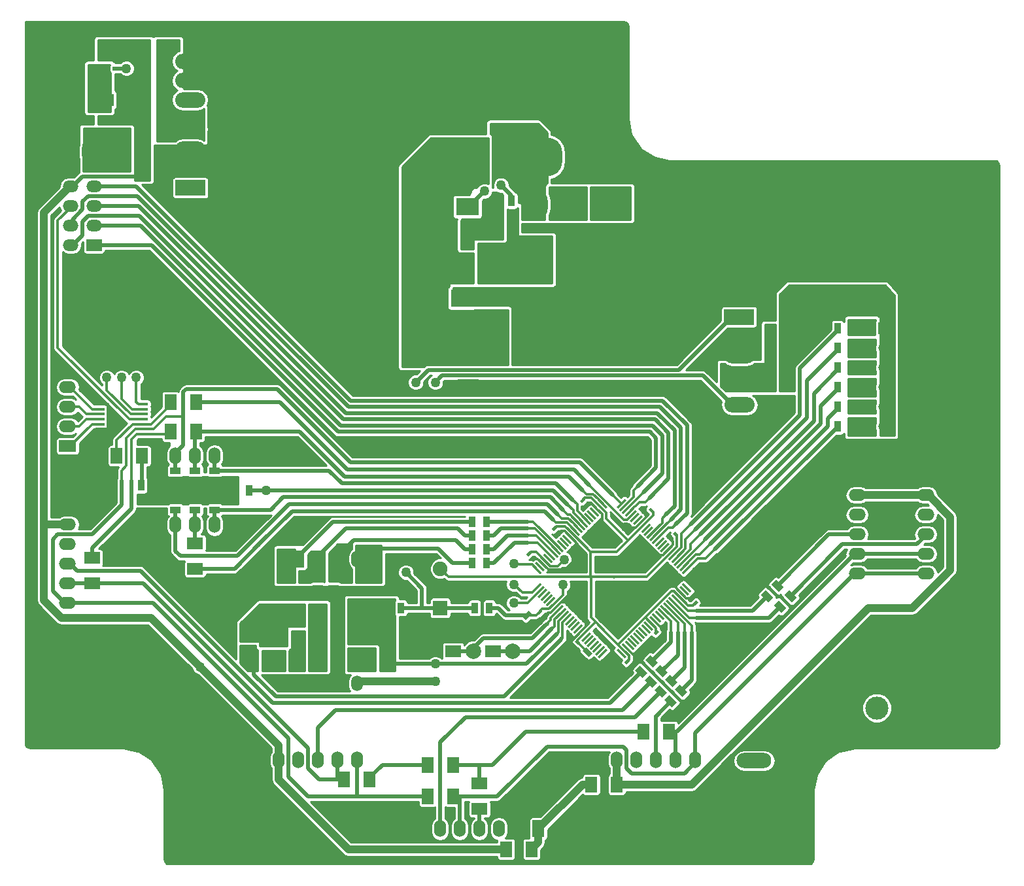
<source format=gbr>
G04 #@! TF.FileFunction,Copper,L2,Bot,Signal*
%FSLAX46Y46*%
G04 Gerber Fmt 4.6, Leading zero omitted, Abs format (unit mm)*
G04 Created by KiCad (PCBNEW (2015-10-27 BZR 6284, Git 48df08c)-product) date Wed 09 Dec 2015 03:30:12 AM CET*
%MOMM*%
G01*
G04 APERTURE LIST*
%ADD10C,0.100000*%
%ADD11R,3.900000X2.000000*%
%ADD12O,3.900000X2.000000*%
%ADD13O,4.500000X2.200000*%
%ADD14R,3.000000X2.300000*%
%ADD15R,1.270000X0.381000*%
%ADD16R,0.889000X1.397000*%
%ADD17R,2.199640X1.524000*%
%ADD18O,2.199640X1.524000*%
%ADD19R,1.524000X2.199640*%
%ADD20O,1.524000X2.199640*%
%ADD21R,2.032000X1.524000*%
%ADD22C,1.998980*%
%ADD23R,0.635000X1.143000*%
%ADD24R,1.524000X2.032000*%
%ADD25R,1.143000X0.635000*%
%ADD26R,1.000760X0.599440*%
%ADD27R,0.800100X1.300480*%
%ADD28O,1.998980X4.000500*%
%ADD29O,4.000500X1.998980*%
%ADD30O,4.500880X1.998980*%
%ADD31R,1.905000X1.905000*%
%ADD32C,1.905000*%
%ADD33O,1.500000X2.000000*%
%ADD34R,1.500000X2.000000*%
%ADD35O,2.000000X1.500000*%
%ADD36R,2.000000X1.500000*%
%ADD37C,4.000000*%
%ADD38C,3.000000*%
%ADD39R,1.270000X0.610000*%
%ADD40R,1.020000X0.610000*%
%ADD41R,3.810000X3.910000*%
%ADD42R,1.397000X0.889000*%
%ADD43O,2.500000X3.500000*%
%ADD44C,2.400000*%
%ADD45R,3.200400X1.600200*%
%ADD46R,7.000240X6.499860*%
%ADD47R,1.249680X2.999740*%
%ADD48O,3.900000X5.000000*%
%ADD49C,6.000000*%
%ADD50C,1.270000*%
%ADD51C,0.500000*%
%ADD52C,0.300000*%
%ADD53C,0.380000*%
%ADD54C,1.000000*%
%ADD55C,0.800000*%
%ADD56C,0.254000*%
G04 APERTURE END LIST*
D10*
G36*
X128106241Y-113943654D02*
X128318373Y-113731522D01*
X129379033Y-114792182D01*
X129166901Y-115004314D01*
X128106241Y-113943654D01*
X128106241Y-113943654D01*
G37*
G36*
X128459794Y-113590101D02*
X128671926Y-113377969D01*
X129732586Y-114438629D01*
X129520454Y-114650761D01*
X128459794Y-113590101D01*
X128459794Y-113590101D01*
G37*
G36*
X128813348Y-113236548D02*
X129025480Y-113024416D01*
X130086140Y-114085076D01*
X129874008Y-114297208D01*
X128813348Y-113236548D01*
X128813348Y-113236548D01*
G37*
G36*
X129166901Y-112882994D02*
X129379033Y-112670862D01*
X130439693Y-113731522D01*
X130227561Y-113943654D01*
X129166901Y-112882994D01*
X129166901Y-112882994D01*
G37*
G36*
X129520455Y-112529441D02*
X129732587Y-112317309D01*
X130793247Y-113377969D01*
X130581115Y-113590101D01*
X129520455Y-112529441D01*
X129520455Y-112529441D01*
G37*
G36*
X129874008Y-112175888D02*
X130086140Y-111963756D01*
X131146800Y-113024416D01*
X130934668Y-113236548D01*
X129874008Y-112175888D01*
X129874008Y-112175888D01*
G37*
G36*
X130227561Y-111822334D02*
X130439693Y-111610202D01*
X131500353Y-112670862D01*
X131288221Y-112882994D01*
X130227561Y-111822334D01*
X130227561Y-111822334D01*
G37*
G36*
X130581115Y-111468781D02*
X130793247Y-111256649D01*
X131853907Y-112317309D01*
X131641775Y-112529441D01*
X130581115Y-111468781D01*
X130581115Y-111468781D01*
G37*
G36*
X130934668Y-111115227D02*
X131146800Y-110903095D01*
X132207460Y-111963755D01*
X131995328Y-112175887D01*
X130934668Y-111115227D01*
X130934668Y-111115227D01*
G37*
G36*
X131288222Y-110761674D02*
X131500354Y-110549542D01*
X132561014Y-111610202D01*
X132348882Y-111822334D01*
X131288222Y-110761674D01*
X131288222Y-110761674D01*
G37*
G36*
X131641775Y-110408121D02*
X131853907Y-110195989D01*
X132914567Y-111256649D01*
X132702435Y-111468781D01*
X131641775Y-110408121D01*
X131641775Y-110408121D01*
G37*
G36*
X131995328Y-110054567D02*
X132207460Y-109842435D01*
X133268120Y-110903095D01*
X133055988Y-111115227D01*
X131995328Y-110054567D01*
X131995328Y-110054567D01*
G37*
G36*
X132348882Y-109701014D02*
X132561014Y-109488882D01*
X133621674Y-110549542D01*
X133409542Y-110761674D01*
X132348882Y-109701014D01*
X132348882Y-109701014D01*
G37*
G36*
X132702435Y-109347460D02*
X132914567Y-109135328D01*
X133975227Y-110195988D01*
X133763095Y-110408120D01*
X132702435Y-109347460D01*
X132702435Y-109347460D01*
G37*
G36*
X133055989Y-108993907D02*
X133268121Y-108781775D01*
X134328781Y-109842435D01*
X134116649Y-110054567D01*
X133055989Y-108993907D01*
X133055989Y-108993907D01*
G37*
G36*
X133409542Y-108640354D02*
X133621674Y-108428222D01*
X134682334Y-109488882D01*
X134470202Y-109701014D01*
X133409542Y-108640354D01*
X133409542Y-108640354D01*
G37*
G36*
X133763095Y-108286800D02*
X133975227Y-108074668D01*
X135035887Y-109135328D01*
X134823755Y-109347460D01*
X133763095Y-108286800D01*
X133763095Y-108286800D01*
G37*
G36*
X134116649Y-107933247D02*
X134328781Y-107721115D01*
X135389441Y-108781775D01*
X135177309Y-108993907D01*
X134116649Y-107933247D01*
X134116649Y-107933247D01*
G37*
G36*
X134470202Y-107579693D02*
X134682334Y-107367561D01*
X135742994Y-108428221D01*
X135530862Y-108640353D01*
X134470202Y-107579693D01*
X134470202Y-107579693D01*
G37*
G36*
X134823756Y-107226140D02*
X135035888Y-107014008D01*
X136096548Y-108074668D01*
X135884416Y-108286800D01*
X134823756Y-107226140D01*
X134823756Y-107226140D01*
G37*
G36*
X135177309Y-106872587D02*
X135389441Y-106660455D01*
X136450101Y-107721115D01*
X136237969Y-107933247D01*
X135177309Y-106872587D01*
X135177309Y-106872587D01*
G37*
G36*
X135530862Y-106519033D02*
X135742994Y-106306901D01*
X136803654Y-107367561D01*
X136591522Y-107579693D01*
X135530862Y-106519033D01*
X135530862Y-106519033D01*
G37*
G36*
X135884416Y-106165480D02*
X136096548Y-105953348D01*
X137157208Y-107014008D01*
X136945076Y-107226140D01*
X135884416Y-106165480D01*
X135884416Y-106165480D01*
G37*
G36*
X136237969Y-105811926D02*
X136450101Y-105599794D01*
X137510761Y-106660454D01*
X137298629Y-106872586D01*
X136237969Y-105811926D01*
X136237969Y-105811926D01*
G37*
G36*
X136591522Y-105458373D02*
X136803654Y-105246241D01*
X137864314Y-106306901D01*
X137652182Y-106519033D01*
X136591522Y-105458373D01*
X136591522Y-105458373D01*
G37*
G36*
X140056346Y-105246241D02*
X140268478Y-105458373D01*
X139207818Y-106519033D01*
X138995686Y-106306901D01*
X140056346Y-105246241D01*
X140056346Y-105246241D01*
G37*
G36*
X140409899Y-105599794D02*
X140622031Y-105811926D01*
X139561371Y-106872586D01*
X139349239Y-106660454D01*
X140409899Y-105599794D01*
X140409899Y-105599794D01*
G37*
G36*
X140763452Y-105953348D02*
X140975584Y-106165480D01*
X139914924Y-107226140D01*
X139702792Y-107014008D01*
X140763452Y-105953348D01*
X140763452Y-105953348D01*
G37*
G36*
X141117006Y-106306901D02*
X141329138Y-106519033D01*
X140268478Y-107579693D01*
X140056346Y-107367561D01*
X141117006Y-106306901D01*
X141117006Y-106306901D01*
G37*
G36*
X141470559Y-106660455D02*
X141682691Y-106872587D01*
X140622031Y-107933247D01*
X140409899Y-107721115D01*
X141470559Y-106660455D01*
X141470559Y-106660455D01*
G37*
G36*
X141824112Y-107014008D02*
X142036244Y-107226140D01*
X140975584Y-108286800D01*
X140763452Y-108074668D01*
X141824112Y-107014008D01*
X141824112Y-107014008D01*
G37*
G36*
X142177666Y-107367561D02*
X142389798Y-107579693D01*
X141329138Y-108640353D01*
X141117006Y-108428221D01*
X142177666Y-107367561D01*
X142177666Y-107367561D01*
G37*
G36*
X142531219Y-107721115D02*
X142743351Y-107933247D01*
X141682691Y-108993907D01*
X141470559Y-108781775D01*
X142531219Y-107721115D01*
X142531219Y-107721115D01*
G37*
G36*
X142884773Y-108074668D02*
X143096905Y-108286800D01*
X142036245Y-109347460D01*
X141824113Y-109135328D01*
X142884773Y-108074668D01*
X142884773Y-108074668D01*
G37*
G36*
X143238326Y-108428222D02*
X143450458Y-108640354D01*
X142389798Y-109701014D01*
X142177666Y-109488882D01*
X143238326Y-108428222D01*
X143238326Y-108428222D01*
G37*
G36*
X143591879Y-108781775D02*
X143804011Y-108993907D01*
X142743351Y-110054567D01*
X142531219Y-109842435D01*
X143591879Y-108781775D01*
X143591879Y-108781775D01*
G37*
G36*
X143945433Y-109135328D02*
X144157565Y-109347460D01*
X143096905Y-110408120D01*
X142884773Y-110195988D01*
X143945433Y-109135328D01*
X143945433Y-109135328D01*
G37*
G36*
X144298986Y-109488882D02*
X144511118Y-109701014D01*
X143450458Y-110761674D01*
X143238326Y-110549542D01*
X144298986Y-109488882D01*
X144298986Y-109488882D01*
G37*
G36*
X144652540Y-109842435D02*
X144864672Y-110054567D01*
X143804012Y-111115227D01*
X143591880Y-110903095D01*
X144652540Y-109842435D01*
X144652540Y-109842435D01*
G37*
G36*
X145006093Y-110195989D02*
X145218225Y-110408121D01*
X144157565Y-111468781D01*
X143945433Y-111256649D01*
X145006093Y-110195989D01*
X145006093Y-110195989D01*
G37*
G36*
X145359646Y-110549542D02*
X145571778Y-110761674D01*
X144511118Y-111822334D01*
X144298986Y-111610202D01*
X145359646Y-110549542D01*
X145359646Y-110549542D01*
G37*
G36*
X145713200Y-110903095D02*
X145925332Y-111115227D01*
X144864672Y-112175887D01*
X144652540Y-111963755D01*
X145713200Y-110903095D01*
X145713200Y-110903095D01*
G37*
G36*
X146066753Y-111256649D02*
X146278885Y-111468781D01*
X145218225Y-112529441D01*
X145006093Y-112317309D01*
X146066753Y-111256649D01*
X146066753Y-111256649D01*
G37*
G36*
X146420307Y-111610202D02*
X146632439Y-111822334D01*
X145571779Y-112882994D01*
X145359647Y-112670862D01*
X146420307Y-111610202D01*
X146420307Y-111610202D01*
G37*
G36*
X146773860Y-111963756D02*
X146985992Y-112175888D01*
X145925332Y-113236548D01*
X145713200Y-113024416D01*
X146773860Y-111963756D01*
X146773860Y-111963756D01*
G37*
G36*
X147127413Y-112317309D02*
X147339545Y-112529441D01*
X146278885Y-113590101D01*
X146066753Y-113377969D01*
X147127413Y-112317309D01*
X147127413Y-112317309D01*
G37*
G36*
X147480967Y-112670862D02*
X147693099Y-112882994D01*
X146632439Y-113943654D01*
X146420307Y-113731522D01*
X147480967Y-112670862D01*
X147480967Y-112670862D01*
G37*
G36*
X147834520Y-113024416D02*
X148046652Y-113236548D01*
X146985992Y-114297208D01*
X146773860Y-114085076D01*
X147834520Y-113024416D01*
X147834520Y-113024416D01*
G37*
G36*
X148188074Y-113377969D02*
X148400206Y-113590101D01*
X147339546Y-114650761D01*
X147127414Y-114438629D01*
X148188074Y-113377969D01*
X148188074Y-113377969D01*
G37*
G36*
X148541627Y-113731522D02*
X148753759Y-113943654D01*
X147693099Y-115004314D01*
X147480967Y-114792182D01*
X148541627Y-113731522D01*
X148541627Y-113731522D01*
G37*
G36*
X147480967Y-116347818D02*
X147693099Y-116135686D01*
X148753759Y-117196346D01*
X148541627Y-117408478D01*
X147480967Y-116347818D01*
X147480967Y-116347818D01*
G37*
G36*
X147127414Y-116701371D02*
X147339546Y-116489239D01*
X148400206Y-117549899D01*
X148188074Y-117762031D01*
X147127414Y-116701371D01*
X147127414Y-116701371D01*
G37*
G36*
X146773860Y-117054924D02*
X146985992Y-116842792D01*
X148046652Y-117903452D01*
X147834520Y-118115584D01*
X146773860Y-117054924D01*
X146773860Y-117054924D01*
G37*
G36*
X146420307Y-117408478D02*
X146632439Y-117196346D01*
X147693099Y-118257006D01*
X147480967Y-118469138D01*
X146420307Y-117408478D01*
X146420307Y-117408478D01*
G37*
G36*
X146066753Y-117762031D02*
X146278885Y-117549899D01*
X147339545Y-118610559D01*
X147127413Y-118822691D01*
X146066753Y-117762031D01*
X146066753Y-117762031D01*
G37*
G36*
X145713200Y-118115584D02*
X145925332Y-117903452D01*
X146985992Y-118964112D01*
X146773860Y-119176244D01*
X145713200Y-118115584D01*
X145713200Y-118115584D01*
G37*
G36*
X145359647Y-118469138D02*
X145571779Y-118257006D01*
X146632439Y-119317666D01*
X146420307Y-119529798D01*
X145359647Y-118469138D01*
X145359647Y-118469138D01*
G37*
G36*
X145006093Y-118822691D02*
X145218225Y-118610559D01*
X146278885Y-119671219D01*
X146066753Y-119883351D01*
X145006093Y-118822691D01*
X145006093Y-118822691D01*
G37*
G36*
X144652540Y-119176245D02*
X144864672Y-118964113D01*
X145925332Y-120024773D01*
X145713200Y-120236905D01*
X144652540Y-119176245D01*
X144652540Y-119176245D01*
G37*
G36*
X144298986Y-119529798D02*
X144511118Y-119317666D01*
X145571778Y-120378326D01*
X145359646Y-120590458D01*
X144298986Y-119529798D01*
X144298986Y-119529798D01*
G37*
G36*
X143945433Y-119883351D02*
X144157565Y-119671219D01*
X145218225Y-120731879D01*
X145006093Y-120944011D01*
X143945433Y-119883351D01*
X143945433Y-119883351D01*
G37*
G36*
X143591880Y-120236905D02*
X143804012Y-120024773D01*
X144864672Y-121085433D01*
X144652540Y-121297565D01*
X143591880Y-120236905D01*
X143591880Y-120236905D01*
G37*
G36*
X143238326Y-120590458D02*
X143450458Y-120378326D01*
X144511118Y-121438986D01*
X144298986Y-121651118D01*
X143238326Y-120590458D01*
X143238326Y-120590458D01*
G37*
G36*
X142884773Y-120944012D02*
X143096905Y-120731880D01*
X144157565Y-121792540D01*
X143945433Y-122004672D01*
X142884773Y-120944012D01*
X142884773Y-120944012D01*
G37*
G36*
X142531219Y-121297565D02*
X142743351Y-121085433D01*
X143804011Y-122146093D01*
X143591879Y-122358225D01*
X142531219Y-121297565D01*
X142531219Y-121297565D01*
G37*
G36*
X142177666Y-121651118D02*
X142389798Y-121438986D01*
X143450458Y-122499646D01*
X143238326Y-122711778D01*
X142177666Y-121651118D01*
X142177666Y-121651118D01*
G37*
G36*
X141824113Y-122004672D02*
X142036245Y-121792540D01*
X143096905Y-122853200D01*
X142884773Y-123065332D01*
X141824113Y-122004672D01*
X141824113Y-122004672D01*
G37*
G36*
X141470559Y-122358225D02*
X141682691Y-122146093D01*
X142743351Y-123206753D01*
X142531219Y-123418885D01*
X141470559Y-122358225D01*
X141470559Y-122358225D01*
G37*
G36*
X141117006Y-122711779D02*
X141329138Y-122499647D01*
X142389798Y-123560307D01*
X142177666Y-123772439D01*
X141117006Y-122711779D01*
X141117006Y-122711779D01*
G37*
G36*
X140763452Y-123065332D02*
X140975584Y-122853200D01*
X142036244Y-123913860D01*
X141824112Y-124125992D01*
X140763452Y-123065332D01*
X140763452Y-123065332D01*
G37*
G36*
X140409899Y-123418885D02*
X140622031Y-123206753D01*
X141682691Y-124267413D01*
X141470559Y-124479545D01*
X140409899Y-123418885D01*
X140409899Y-123418885D01*
G37*
G36*
X140056346Y-123772439D02*
X140268478Y-123560307D01*
X141329138Y-124620967D01*
X141117006Y-124833099D01*
X140056346Y-123772439D01*
X140056346Y-123772439D01*
G37*
G36*
X139702792Y-124125992D02*
X139914924Y-123913860D01*
X140975584Y-124974520D01*
X140763452Y-125186652D01*
X139702792Y-124125992D01*
X139702792Y-124125992D01*
G37*
G36*
X139349239Y-124479546D02*
X139561371Y-124267414D01*
X140622031Y-125328074D01*
X140409899Y-125540206D01*
X139349239Y-124479546D01*
X139349239Y-124479546D01*
G37*
G36*
X138995686Y-124833099D02*
X139207818Y-124620967D01*
X140268478Y-125681627D01*
X140056346Y-125893759D01*
X138995686Y-124833099D01*
X138995686Y-124833099D01*
G37*
G36*
X137652182Y-124620967D02*
X137864314Y-124833099D01*
X136803654Y-125893759D01*
X136591522Y-125681627D01*
X137652182Y-124620967D01*
X137652182Y-124620967D01*
G37*
G36*
X137298629Y-124267414D02*
X137510761Y-124479546D01*
X136450101Y-125540206D01*
X136237969Y-125328074D01*
X137298629Y-124267414D01*
X137298629Y-124267414D01*
G37*
G36*
X136945076Y-123913860D02*
X137157208Y-124125992D01*
X136096548Y-125186652D01*
X135884416Y-124974520D01*
X136945076Y-123913860D01*
X136945076Y-123913860D01*
G37*
G36*
X136591522Y-123560307D02*
X136803654Y-123772439D01*
X135742994Y-124833099D01*
X135530862Y-124620967D01*
X136591522Y-123560307D01*
X136591522Y-123560307D01*
G37*
G36*
X136237969Y-123206753D02*
X136450101Y-123418885D01*
X135389441Y-124479545D01*
X135177309Y-124267413D01*
X136237969Y-123206753D01*
X136237969Y-123206753D01*
G37*
G36*
X135884416Y-122853200D02*
X136096548Y-123065332D01*
X135035888Y-124125992D01*
X134823756Y-123913860D01*
X135884416Y-122853200D01*
X135884416Y-122853200D01*
G37*
G36*
X135530862Y-122499647D02*
X135742994Y-122711779D01*
X134682334Y-123772439D01*
X134470202Y-123560307D01*
X135530862Y-122499647D01*
X135530862Y-122499647D01*
G37*
G36*
X135177309Y-122146093D02*
X135389441Y-122358225D01*
X134328781Y-123418885D01*
X134116649Y-123206753D01*
X135177309Y-122146093D01*
X135177309Y-122146093D01*
G37*
G36*
X134823755Y-121792540D02*
X135035887Y-122004672D01*
X133975227Y-123065332D01*
X133763095Y-122853200D01*
X134823755Y-121792540D01*
X134823755Y-121792540D01*
G37*
G36*
X134470202Y-121438986D02*
X134682334Y-121651118D01*
X133621674Y-122711778D01*
X133409542Y-122499646D01*
X134470202Y-121438986D01*
X134470202Y-121438986D01*
G37*
G36*
X134116649Y-121085433D02*
X134328781Y-121297565D01*
X133268121Y-122358225D01*
X133055989Y-122146093D01*
X134116649Y-121085433D01*
X134116649Y-121085433D01*
G37*
G36*
X133763095Y-120731880D02*
X133975227Y-120944012D01*
X132914567Y-122004672D01*
X132702435Y-121792540D01*
X133763095Y-120731880D01*
X133763095Y-120731880D01*
G37*
G36*
X133409542Y-120378326D02*
X133621674Y-120590458D01*
X132561014Y-121651118D01*
X132348882Y-121438986D01*
X133409542Y-120378326D01*
X133409542Y-120378326D01*
G37*
G36*
X133055988Y-120024773D02*
X133268120Y-120236905D01*
X132207460Y-121297565D01*
X131995328Y-121085433D01*
X133055988Y-120024773D01*
X133055988Y-120024773D01*
G37*
G36*
X132702435Y-119671219D02*
X132914567Y-119883351D01*
X131853907Y-120944011D01*
X131641775Y-120731879D01*
X132702435Y-119671219D01*
X132702435Y-119671219D01*
G37*
G36*
X132348882Y-119317666D02*
X132561014Y-119529798D01*
X131500354Y-120590458D01*
X131288222Y-120378326D01*
X132348882Y-119317666D01*
X132348882Y-119317666D01*
G37*
G36*
X131995328Y-118964113D02*
X132207460Y-119176245D01*
X131146800Y-120236905D01*
X130934668Y-120024773D01*
X131995328Y-118964113D01*
X131995328Y-118964113D01*
G37*
G36*
X131641775Y-118610559D02*
X131853907Y-118822691D01*
X130793247Y-119883351D01*
X130581115Y-119671219D01*
X131641775Y-118610559D01*
X131641775Y-118610559D01*
G37*
G36*
X131288221Y-118257006D02*
X131500353Y-118469138D01*
X130439693Y-119529798D01*
X130227561Y-119317666D01*
X131288221Y-118257006D01*
X131288221Y-118257006D01*
G37*
G36*
X130934668Y-117903452D02*
X131146800Y-118115584D01*
X130086140Y-119176244D01*
X129874008Y-118964112D01*
X130934668Y-117903452D01*
X130934668Y-117903452D01*
G37*
G36*
X130581115Y-117549899D02*
X130793247Y-117762031D01*
X129732587Y-118822691D01*
X129520455Y-118610559D01*
X130581115Y-117549899D01*
X130581115Y-117549899D01*
G37*
G36*
X130227561Y-117196346D02*
X130439693Y-117408478D01*
X129379033Y-118469138D01*
X129166901Y-118257006D01*
X130227561Y-117196346D01*
X130227561Y-117196346D01*
G37*
G36*
X129874008Y-116842792D02*
X130086140Y-117054924D01*
X129025480Y-118115584D01*
X128813348Y-117903452D01*
X129874008Y-116842792D01*
X129874008Y-116842792D01*
G37*
G36*
X129520454Y-116489239D02*
X129732586Y-116701371D01*
X128671926Y-117762031D01*
X128459794Y-117549899D01*
X129520454Y-116489239D01*
X129520454Y-116489239D01*
G37*
G36*
X129166901Y-116135686D02*
X129379033Y-116347818D01*
X128318373Y-117408478D01*
X128106241Y-117196346D01*
X129166901Y-116135686D01*
X129166901Y-116135686D01*
G37*
D11*
X154890000Y-79200000D03*
D12*
X154940000Y-98100000D03*
X154940000Y-95600000D03*
X154940000Y-93100000D03*
X154940000Y-86700000D03*
X154940000Y-89300000D03*
D13*
X119840000Y-86800000D03*
D14*
X141540000Y-98400000D03*
X119040000Y-79250000D03*
X119040000Y-98400000D03*
X141540000Y-79250000D03*
D13*
X119840000Y-90900000D03*
D11*
X154890000Y-81700000D03*
D15*
X72130920Y-97525840D03*
X72130920Y-96875600D03*
X72130920Y-96225360D03*
X72130920Y-95575120D03*
X72130920Y-94924880D03*
X72130920Y-94274640D03*
X72130920Y-93624400D03*
X72130920Y-92974160D03*
X77729080Y-92974160D03*
X77729080Y-93624400D03*
X77729080Y-94274640D03*
X77729080Y-94924880D03*
X77729080Y-95575120D03*
X77729080Y-96225360D03*
X77729080Y-96875600D03*
X77729080Y-97525840D03*
D16*
X91440000Y-104140000D03*
X89535000Y-104140000D03*
D17*
X179070000Y-102235000D03*
D18*
X179070000Y-104775000D03*
X179070000Y-107315000D03*
X179070000Y-109855000D03*
X179070000Y-112395000D03*
X179070000Y-114935000D03*
D17*
X170180000Y-102235000D03*
D18*
X170180000Y-104775000D03*
X170180000Y-107315000D03*
X170180000Y-109855000D03*
X170180000Y-112395000D03*
X170180000Y-114935000D03*
D10*
G36*
X160376567Y-120011261D02*
X159388739Y-119023433D01*
X160017357Y-118394815D01*
X161005185Y-119382643D01*
X160376567Y-120011261D01*
X160376567Y-120011261D01*
G37*
G36*
X161723605Y-118664223D02*
X160735777Y-117676395D01*
X161364395Y-117047777D01*
X162352223Y-118035605D01*
X161723605Y-118664223D01*
X161723605Y-118664223D01*
G37*
D19*
X92710000Y-139065000D03*
D20*
X95250000Y-139065000D03*
X97790000Y-139065000D03*
X100330000Y-139065000D03*
X102870000Y-139065000D03*
X105410000Y-139065000D03*
D21*
X117856000Y-124968000D03*
X117856000Y-121666000D03*
X123063000Y-124968000D03*
X123063000Y-121666000D03*
D22*
X125603000Y-124968000D03*
X120523000Y-124968000D03*
D10*
G36*
X128622924Y-112959056D02*
X128199056Y-113382924D01*
X127917076Y-113100944D01*
X128340944Y-112677076D01*
X128622924Y-112959056D01*
X128622924Y-112959056D01*
G37*
G36*
X127987122Y-112323254D02*
X127563254Y-112747122D01*
X127281274Y-112465142D01*
X127705142Y-112041274D01*
X127987122Y-112323254D01*
X127987122Y-112323254D01*
G37*
G36*
X131924924Y-109657056D02*
X131501056Y-110080924D01*
X131219076Y-109798944D01*
X131642944Y-109375076D01*
X131924924Y-109657056D01*
X131924924Y-109657056D01*
G37*
G36*
X131289122Y-109021254D02*
X130865254Y-109445122D01*
X130583274Y-109163142D01*
X131007142Y-108739274D01*
X131289122Y-109021254D01*
X131289122Y-109021254D01*
G37*
G36*
X146120944Y-110842924D02*
X145697076Y-110419056D01*
X145979056Y-110137076D01*
X146402924Y-110560944D01*
X146120944Y-110842924D01*
X146120944Y-110842924D01*
G37*
G36*
X146756746Y-110207122D02*
X146332878Y-109783254D01*
X146614858Y-109501274D01*
X147038726Y-109925142D01*
X146756746Y-110207122D01*
X146756746Y-110207122D01*
G37*
G36*
X148237076Y-118180944D02*
X148660944Y-117757076D01*
X148942924Y-118039056D01*
X148519056Y-118462924D01*
X148237076Y-118180944D01*
X148237076Y-118180944D01*
G37*
G36*
X148872878Y-118816746D02*
X149296746Y-118392878D01*
X149578726Y-118674858D01*
X149154858Y-119098726D01*
X148872878Y-118816746D01*
X148872878Y-118816746D01*
G37*
G36*
X141323726Y-126929858D02*
X140899858Y-127353726D01*
X140617878Y-127071746D01*
X141041746Y-126647878D01*
X141323726Y-126929858D01*
X141323726Y-126929858D01*
G37*
G36*
X140687924Y-126294056D02*
X140264056Y-126717924D01*
X139982076Y-126435944D01*
X140405944Y-126012076D01*
X140687924Y-126294056D01*
X140687924Y-126294056D01*
G37*
G36*
X145132924Y-123119056D02*
X144709056Y-123542924D01*
X144427076Y-123260944D01*
X144850944Y-122837076D01*
X145132924Y-123119056D01*
X145132924Y-123119056D01*
G37*
G36*
X144497122Y-122483254D02*
X144073254Y-122907122D01*
X143791274Y-122625142D01*
X144215142Y-122201274D01*
X144497122Y-122483254D01*
X144497122Y-122483254D01*
G37*
D16*
X169545000Y-88265000D03*
X167640000Y-88265000D03*
X169545000Y-95885000D03*
X167640000Y-95885000D03*
X169545000Y-90805000D03*
X167640000Y-90805000D03*
D23*
X71374000Y-51435000D03*
X69850000Y-51435000D03*
X70104000Y-60325000D03*
X68580000Y-60325000D03*
D24*
X106172000Y-119380000D03*
X102870000Y-119380000D03*
D10*
G36*
X134356975Y-126801248D02*
X133548752Y-125993025D01*
X133997765Y-125544012D01*
X134805988Y-126352235D01*
X134356975Y-126801248D01*
X134356975Y-126801248D01*
G37*
G36*
X135434605Y-125723618D02*
X134626382Y-124915395D01*
X135075395Y-124466382D01*
X135883618Y-125274605D01*
X135434605Y-125723618D01*
X135434605Y-125723618D01*
G37*
G36*
X135607924Y-105974056D02*
X135184056Y-106397924D01*
X134902076Y-106115944D01*
X135325944Y-105692076D01*
X135607924Y-105974056D01*
X135607924Y-105974056D01*
G37*
G36*
X134972122Y-105338254D02*
X134548254Y-105762122D01*
X134266274Y-105480142D01*
X134690142Y-105056274D01*
X134972122Y-105338254D01*
X134972122Y-105338254D01*
G37*
G36*
X142945142Y-107668726D02*
X142521274Y-107244858D01*
X142803254Y-106962878D01*
X143227122Y-107386746D01*
X142945142Y-107668726D01*
X142945142Y-107668726D01*
G37*
G36*
X143580944Y-107032924D02*
X143157076Y-106609056D01*
X143439056Y-106327076D01*
X143862924Y-106750944D01*
X143580944Y-107032924D01*
X143580944Y-107032924D01*
G37*
G36*
X133420944Y-124812924D02*
X132997076Y-124389056D01*
X133279056Y-124107076D01*
X133702924Y-124530944D01*
X133420944Y-124812924D01*
X133420944Y-124812924D01*
G37*
G36*
X134056746Y-124177122D02*
X133632878Y-123753254D01*
X133914858Y-123471274D01*
X134338726Y-123895142D01*
X134056746Y-124177122D01*
X134056746Y-124177122D01*
G37*
G36*
X130020726Y-120452858D02*
X129596858Y-120876726D01*
X129314878Y-120594746D01*
X129738746Y-120170878D01*
X130020726Y-120452858D01*
X130020726Y-120452858D01*
G37*
G36*
X129384924Y-119817056D02*
X128961056Y-120240924D01*
X128679076Y-119958944D01*
X129102944Y-119535076D01*
X129384924Y-119817056D01*
X129384924Y-119817056D01*
G37*
G36*
X129152618Y-121232395D02*
X128344395Y-122040618D01*
X127895382Y-121591605D01*
X128703605Y-120783382D01*
X129152618Y-121232395D01*
X129152618Y-121232395D01*
G37*
G36*
X128074988Y-120154765D02*
X127266765Y-120962988D01*
X126817752Y-120513975D01*
X127625975Y-119705752D01*
X128074988Y-120154765D01*
X128074988Y-120154765D01*
G37*
D23*
X95504000Y-114935000D03*
X93980000Y-114935000D03*
D25*
X98552000Y-115316000D03*
X98552000Y-116840000D03*
X104140000Y-115316000D03*
X104140000Y-116840000D03*
D23*
X107950000Y-114935000D03*
X109474000Y-114935000D03*
D26*
X72095360Y-49530000D03*
X74295000Y-49530000D03*
X72730360Y-51435000D03*
X74930000Y-51435000D03*
D27*
X123459240Y-70485000D03*
X125460760Y-70485000D03*
D16*
X80010000Y-51206106D03*
X78105000Y-51206106D03*
X80010000Y-53111106D03*
X78105000Y-53111106D03*
X80010000Y-56921106D03*
X78105000Y-56921106D03*
X80010000Y-55016106D03*
X78105000Y-55016106D03*
X159067500Y-85725000D03*
X160972500Y-85725000D03*
X159067500Y-87630000D03*
X160972500Y-87630000D03*
X159067500Y-89535000D03*
X160972500Y-89535000D03*
X159067500Y-83820000D03*
X160972500Y-83820000D03*
X122555000Y-119380000D03*
X120650000Y-119380000D03*
D28*
X162145980Y-141914880D03*
D29*
X156845000Y-145166080D03*
D30*
X156845000Y-139164060D03*
D31*
X116205000Y-119380000D03*
D32*
X116205000Y-114300000D03*
D33*
X95250000Y-126115000D03*
X95250000Y-129155000D03*
X97790000Y-129155000D03*
X97790000Y-126115000D03*
D34*
X105410000Y-126115000D03*
D33*
X105410000Y-129155000D03*
X102870000Y-126115000D03*
X102870000Y-129155000D03*
X100330000Y-126115000D03*
X100330000Y-129155000D03*
D19*
X136525000Y-139065000D03*
D20*
X139065000Y-139065000D03*
X141605000Y-139065000D03*
X144145000Y-139065000D03*
X146685000Y-139065000D03*
X149225000Y-139065000D03*
D19*
X128905000Y-147955000D03*
D20*
X126365000Y-147955000D03*
X123825000Y-147955000D03*
X121285000Y-147955000D03*
X118745000Y-147955000D03*
X116205000Y-147955000D03*
D17*
X67945000Y-106045000D03*
D18*
X67945000Y-108585000D03*
X67945000Y-111125000D03*
X67945000Y-113665000D03*
X67945000Y-116205000D03*
X67945000Y-118745000D03*
D35*
X71370000Y-62230000D03*
X68330000Y-62230000D03*
X68330000Y-64770000D03*
X71370000Y-64770000D03*
D36*
X71370000Y-72390000D03*
D35*
X68330000Y-72390000D03*
X71370000Y-69850000D03*
X68330000Y-69850000D03*
X71370000Y-67310000D03*
X68330000Y-67310000D03*
D19*
X89535000Y-108585000D03*
D20*
X86995000Y-108585000D03*
X84455000Y-108585000D03*
X81915000Y-108585000D03*
D19*
X89535000Y-99695000D03*
D20*
X86995000Y-99695000D03*
X84455000Y-99695000D03*
X81915000Y-99695000D03*
D17*
X171450000Y-83185000D03*
D18*
X171450000Y-85725000D03*
X171450000Y-88265000D03*
X171450000Y-90805000D03*
X171450000Y-93345000D03*
X171450000Y-95885000D03*
D19*
X97840800Y-113030000D03*
D20*
X100380800Y-113030000D03*
X102920800Y-113030000D03*
X105460800Y-113030000D03*
D17*
X176530000Y-83185000D03*
D18*
X176530000Y-85725000D03*
X176530000Y-88265000D03*
X176530000Y-90805000D03*
X176530000Y-93345000D03*
X176530000Y-95885000D03*
D17*
X173990000Y-83185000D03*
D18*
X173990000Y-85725000D03*
X173990000Y-88265000D03*
X173990000Y-90805000D03*
X173990000Y-93345000D03*
X173990000Y-95885000D03*
D19*
X70485000Y-46990000D03*
D20*
X73025000Y-46990000D03*
D37*
X101265000Y-83185000D03*
D38*
X108565000Y-83185000D03*
X114065000Y-83185000D03*
D10*
G36*
X123095000Y-51880000D02*
X127095000Y-51880000D01*
X127095000Y-54880000D01*
X123095000Y-54880000D01*
X123095000Y-51880000D01*
X123095000Y-51880000D01*
G37*
G36*
X123095000Y-56880000D02*
X127095000Y-56880000D01*
X127095000Y-59880000D01*
X123095000Y-59880000D01*
X123095000Y-56880000D01*
X123095000Y-56880000D01*
G37*
D17*
X67945000Y-98425000D03*
D18*
X67945000Y-95885000D03*
X67945000Y-93345000D03*
X67945000Y-90805000D03*
D39*
X119885000Y-76200000D03*
X119885000Y-74930000D03*
X119885000Y-73660000D03*
X119885000Y-72390000D03*
D40*
X125350000Y-72390000D03*
X125350000Y-73660000D03*
X125350000Y-74930000D03*
X125350000Y-76200000D03*
D41*
X123245000Y-74295000D03*
D16*
X109220000Y-126365000D03*
X107315000Y-126365000D03*
X95885000Y-123190000D03*
X97790000Y-123190000D03*
X92075000Y-126365000D03*
X93980000Y-126365000D03*
D42*
X91440000Y-124777500D03*
X91440000Y-122872500D03*
D16*
X111125000Y-119380000D03*
X109220000Y-119380000D03*
X169545000Y-83185000D03*
X167640000Y-83185000D03*
X169545000Y-85725000D03*
X167640000Y-85725000D03*
X79375000Y-103505000D03*
X77470000Y-103505000D03*
D42*
X81915000Y-104775000D03*
X81915000Y-106680000D03*
X84455000Y-104775000D03*
X84455000Y-106680000D03*
X86995000Y-104775000D03*
X86995000Y-106680000D03*
X81915000Y-103505000D03*
X81915000Y-101600000D03*
X84455000Y-103505000D03*
X84455000Y-101600000D03*
X86995000Y-103505000D03*
X86995000Y-101600000D03*
D16*
X169545000Y-93345000D03*
X167640000Y-93345000D03*
D10*
G36*
X143407433Y-125479739D02*
X144395261Y-126467567D01*
X143766643Y-127096185D01*
X142778815Y-126108357D01*
X143407433Y-125479739D01*
X143407433Y-125479739D01*
G37*
G36*
X142060395Y-126826777D02*
X143048223Y-127814605D01*
X142419605Y-128443223D01*
X141431777Y-127455395D01*
X142060395Y-126826777D01*
X142060395Y-126826777D01*
G37*
G36*
X144677433Y-126749739D02*
X145665261Y-127737567D01*
X145036643Y-128366185D01*
X144048815Y-127378357D01*
X144677433Y-126749739D01*
X144677433Y-126749739D01*
G37*
G36*
X143330395Y-128096777D02*
X144318223Y-129084605D01*
X143689605Y-129713223D01*
X142701777Y-128725395D01*
X143330395Y-128096777D01*
X143330395Y-128096777D01*
G37*
G36*
X145947433Y-128019739D02*
X146935261Y-129007567D01*
X146306643Y-129636185D01*
X145318815Y-128648357D01*
X145947433Y-128019739D01*
X145947433Y-128019739D01*
G37*
G36*
X144600395Y-129366777D02*
X145588223Y-130354605D01*
X144959605Y-130983223D01*
X143971777Y-129995395D01*
X144600395Y-129366777D01*
X144600395Y-129366777D01*
G37*
G36*
X147217433Y-129289739D02*
X148205261Y-130277567D01*
X147576643Y-130906185D01*
X146588815Y-129918357D01*
X147217433Y-129289739D01*
X147217433Y-129289739D01*
G37*
G36*
X145870395Y-130636777D02*
X146858223Y-131624605D01*
X146229605Y-132253223D01*
X145241777Y-131265395D01*
X145870395Y-130636777D01*
X145870395Y-130636777D01*
G37*
G36*
X158675605Y-118664223D02*
X157687777Y-117676395D01*
X158316395Y-117047777D01*
X159304223Y-118035605D01*
X158675605Y-118664223D01*
X158675605Y-118664223D01*
G37*
G36*
X160022643Y-117317185D02*
X159034815Y-116329357D01*
X159663433Y-115700739D01*
X160651261Y-116688567D01*
X160022643Y-117317185D01*
X160022643Y-117317185D01*
G37*
D16*
X120306261Y-108204000D03*
X122211261Y-108204000D03*
X120306261Y-109982000D03*
X122211261Y-109982000D03*
X120306261Y-111760000D03*
X122211261Y-111760000D03*
X120306261Y-113538000D03*
X122211261Y-113538000D03*
X93726000Y-113030000D03*
X95631000Y-113030000D03*
D42*
X100330000Y-116840000D03*
X100330000Y-114935000D03*
X102362000Y-116840000D03*
X102362000Y-114935000D03*
D16*
X109855000Y-113030000D03*
X107950000Y-113030000D03*
X136525000Y-66675000D03*
X134620000Y-66675000D03*
X123507500Y-68580000D03*
X125412500Y-68580000D03*
X125412500Y-66675000D03*
X123507500Y-66675000D03*
D43*
X128885000Y-67120000D03*
X128885000Y-75120000D03*
X131885000Y-67120000D03*
D44*
X132485000Y-74120000D03*
X139085000Y-66620000D03*
D38*
X172720000Y-132334000D03*
X172717460Y-127635000D03*
X172717460Y-122936000D03*
X182245000Y-134231380D03*
X182245000Y-121038620D03*
D45*
X72339200Y-53578760D03*
X72339200Y-58181240D03*
D46*
X66090800Y-55880000D03*
D47*
X102870000Y-122555000D03*
X108117640Y-122555000D03*
X100413820Y-120650000D03*
X95166180Y-120650000D03*
D24*
X84582000Y-96520000D03*
X81280000Y-96520000D03*
X74295000Y-99695000D03*
X77597000Y-99695000D03*
X81280000Y-92710000D03*
X84582000Y-92710000D03*
D21*
X71120000Y-112903000D03*
X71120000Y-116205000D03*
D48*
X130000000Y-51000000D03*
X130048000Y-61000000D03*
D24*
X103759000Y-141605000D03*
X107061000Y-141605000D03*
X114554000Y-139700000D03*
X117856000Y-139700000D03*
X124714000Y-150622000D03*
X128016000Y-150622000D03*
X114554000Y-143764000D03*
X117856000Y-143764000D03*
X142494000Y-135382000D03*
X145796000Y-135382000D03*
D21*
X121285000Y-145415000D03*
X121285000Y-142113000D03*
D24*
X135763000Y-142240000D03*
X139065000Y-142240000D03*
D49*
X86000000Y-140000000D03*
X167513000Y-133000000D03*
X179000000Y-71000000D03*
D11*
X83850000Y-67485000D03*
D12*
X83800000Y-48585000D03*
X83800000Y-51085000D03*
X83800000Y-53585000D03*
X83800000Y-59985000D03*
X83800000Y-57385000D03*
D13*
X118900000Y-59885000D03*
D14*
X97200000Y-48285000D03*
X119700000Y-67435000D03*
X119700000Y-48285000D03*
X97200000Y-67435000D03*
D13*
X118900000Y-55785000D03*
D11*
X83850000Y-64985000D03*
D21*
X84455000Y-114300000D03*
X84455000Y-110998000D03*
D50*
X88900000Y-116205000D03*
X88900000Y-120015000D03*
X90805000Y-118110000D03*
X111760000Y-122555000D03*
X113665000Y-124460000D03*
X113665000Y-121285000D03*
X102870000Y-63500000D03*
X102870000Y-60960000D03*
X102870000Y-58420000D03*
X102870000Y-55880000D03*
X102870000Y-53340000D03*
X102870000Y-50800000D03*
X90805000Y-63500000D03*
X90805000Y-60960000D03*
X90805000Y-58420000D03*
X90805000Y-55880000D03*
X90805000Y-53340000D03*
X90805000Y-50800000D03*
X97155000Y-63500000D03*
X97155000Y-60960000D03*
X97155000Y-58420000D03*
X97155000Y-55880000D03*
X97155000Y-53340000D03*
X97155000Y-50800000D03*
X128270000Y-85725000D03*
X128270000Y-83185000D03*
X128270000Y-80645000D03*
X130810000Y-86995000D03*
X130810000Y-84455000D03*
X130810000Y-81915000D03*
X130810000Y-79375000D03*
X72390000Y-86360000D03*
X75565000Y-86360000D03*
X72390000Y-83185000D03*
X69215000Y-83185000D03*
X72390000Y-80010000D03*
X69215000Y-80010000D03*
X137795000Y-100965000D03*
X133985000Y-98425000D03*
X127635000Y-98425000D03*
X113803262Y-98400000D03*
X106680000Y-98425000D03*
X142240000Y-113665000D03*
X142240000Y-116840000D03*
X133985000Y-116840000D03*
X137160000Y-113665000D03*
X139700000Y-113665000D03*
X142240000Y-111125000D03*
X142240000Y-119380000D03*
X139065000Y-121920000D03*
X139700000Y-119380000D03*
X137160000Y-119380000D03*
X137160000Y-116840000D03*
X137160000Y-116840000D03*
X139700000Y-116840000D03*
X138430000Y-110490000D03*
X135890000Y-110490000D03*
X121920000Y-65405000D03*
X133096000Y-128524000D03*
X113792000Y-113284000D03*
X94488000Y-97805010D03*
X70485000Y-100330000D03*
X134077781Y-119380000D03*
X133985000Y-112395000D03*
X140205732Y-108912713D03*
X79375000Y-101652922D03*
X111760000Y-114767491D03*
X75565000Y-62230000D03*
X115570000Y-126617491D03*
X132080000Y-116337334D03*
X132224722Y-113125885D03*
X115570000Y-128905000D03*
X75565000Y-49530000D03*
X85090000Y-127000000D03*
X125730000Y-113665000D03*
X113030000Y-90170000D03*
X115570000Y-90170000D03*
X73025000Y-89535000D03*
X74930000Y-89535000D03*
X76835000Y-89535000D03*
X124062010Y-64626010D03*
X93615569Y-104140000D03*
X125730000Y-118745000D03*
X125730000Y-116333511D03*
D51*
X90805000Y-118110000D02*
X88900000Y-116205000D01*
X90805000Y-118110000D02*
X88900000Y-120015000D01*
X93980000Y-114935000D02*
X90805000Y-118110000D01*
D52*
X113665000Y-124460000D02*
X111760000Y-122555000D01*
X113665000Y-121285000D02*
X113665000Y-124460000D01*
X117856000Y-121666000D02*
X114046000Y-121666000D01*
X114046000Y-121666000D02*
X113665000Y-121285000D01*
X102870000Y-60960000D02*
X102870000Y-63500000D01*
X102870000Y-60960000D02*
X102870000Y-61677480D01*
X102870000Y-63500000D02*
X102870000Y-61677480D01*
X102870000Y-58420000D02*
X102870000Y-60960000D01*
X102870000Y-55880000D02*
X102870000Y-58420000D01*
X102870000Y-53340000D02*
X102870000Y-55880000D01*
X102870000Y-50800000D02*
X102870000Y-53340000D01*
X97155000Y-50800000D02*
X102870000Y-50800000D01*
X90805000Y-60960000D02*
X90805000Y-63500000D01*
X90805000Y-58420000D02*
X90805000Y-60960000D01*
X90805000Y-55880000D02*
X90805000Y-58420000D01*
X90805000Y-53340000D02*
X90805000Y-55880000D01*
X90805000Y-50800000D02*
X90805000Y-53340000D01*
X97155000Y-50800000D02*
X90805000Y-50800000D01*
X97155000Y-60960000D02*
X97155000Y-63500000D01*
X97155000Y-58420000D02*
X97155000Y-60960000D01*
X97155000Y-55880000D02*
X97155000Y-58420000D01*
X97155000Y-53340000D02*
X97155000Y-55880000D01*
X97155000Y-50800000D02*
X97155000Y-53340000D01*
X97200000Y-48285000D02*
X97200000Y-50755000D01*
X97200000Y-50755000D02*
X97155000Y-50800000D01*
X128270000Y-83185000D02*
X128270000Y-85725000D01*
X128270000Y-80645000D02*
X128270000Y-83185000D01*
X130810000Y-79375000D02*
X129540000Y-79375000D01*
X129540000Y-79375000D02*
X128270000Y-80645000D01*
X130810000Y-84455000D02*
X130810000Y-86995000D01*
X130810000Y-81915000D02*
X130810000Y-84455000D01*
X130810000Y-79375000D02*
X130810000Y-81915000D01*
X141540000Y-79250000D02*
X130935000Y-79250000D01*
X130935000Y-79250000D02*
X130810000Y-79375000D01*
X133985000Y-98425000D02*
X135255000Y-98425000D01*
X135255000Y-98425000D02*
X137795000Y-100965000D01*
X127635000Y-98425000D02*
X133985000Y-98425000D01*
X119040000Y-98400000D02*
X127610000Y-98400000D01*
X127610000Y-98400000D02*
X127635000Y-98425000D01*
X119040000Y-98400000D02*
X113803262Y-98400000D01*
X119040000Y-98400000D02*
X106705000Y-98400000D01*
X106705000Y-98400000D02*
X106680000Y-98425000D01*
X139700000Y-113665000D02*
X142240000Y-113665000D01*
X142240000Y-116840000D02*
X139700000Y-116840000D01*
X145414999Y-116205001D02*
X142874999Y-116205001D01*
X142874999Y-116205001D02*
X142240000Y-116840000D01*
X144780000Y-116840000D02*
X145414999Y-116205001D01*
X145414999Y-116205001D02*
X146136069Y-116205001D01*
X146136069Y-116205001D02*
X147410256Y-117479188D01*
X131217511Y-119246955D02*
X133624466Y-116840000D01*
X133624466Y-116840000D02*
X133985000Y-116840000D01*
X132985278Y-110125278D02*
X133985000Y-111125000D01*
X133985000Y-111125000D02*
X133985000Y-112395000D01*
X139700000Y-113665000D02*
X137160000Y-113665000D01*
X142240000Y-111125000D02*
X139700000Y-113665000D01*
X145010637Y-112524897D02*
X143639897Y-112524897D01*
X143639897Y-112524897D02*
X142240000Y-111125000D01*
X142240000Y-119380000D02*
X144780000Y-116840000D01*
X139700000Y-119380000D02*
X142240000Y-119380000D01*
X139700000Y-119380000D02*
X139700000Y-121285000D01*
X139700000Y-121285000D02*
X139065000Y-121920000D01*
X137160000Y-119380000D02*
X139700000Y-119380000D01*
X137160000Y-116840000D02*
X137160000Y-119380000D01*
X139700000Y-116840000D02*
X137160000Y-116840000D01*
X135890000Y-110490000D02*
X138430000Y-110490000D01*
X136016951Y-109331142D02*
X136016951Y-110363049D01*
X136016951Y-110363049D02*
X135890000Y-110490000D01*
D51*
X119700000Y-67435000D02*
X119890000Y-67435000D01*
X119890000Y-67435000D02*
X121920000Y-65405000D01*
D52*
X119700000Y-67435000D02*
X120050000Y-67435000D01*
X117856000Y-121666000D02*
X115062000Y-121666000D01*
X115062000Y-121666000D02*
X113284000Y-123444000D01*
X134177370Y-126172630D02*
X134177370Y-127442630D01*
X134177370Y-127442630D02*
X133096000Y-128524000D01*
X109855000Y-113030000D02*
X113538000Y-113030000D01*
X113538000Y-113030000D02*
X113792000Y-113284000D01*
X132985278Y-110125278D02*
X132305356Y-109445356D01*
X132305356Y-109445356D02*
X131854644Y-109445356D01*
X131854644Y-109445356D02*
X131572000Y-109728000D01*
D51*
X89535000Y-99695000D02*
X92598010Y-99695000D01*
X92598010Y-99695000D02*
X94488000Y-97805010D01*
D52*
X129449744Y-113660812D02*
X128817891Y-113028959D01*
X128817891Y-113028959D02*
X128271041Y-113028959D01*
X128271041Y-113028959D02*
X128270000Y-113030000D01*
D53*
X71384160Y-97525840D02*
X70485000Y-98425000D01*
X70485000Y-98425000D02*
X70485000Y-100330000D01*
X72130920Y-97525840D02*
X71384160Y-97525840D01*
D52*
X131217511Y-119246955D02*
X131849363Y-118615103D01*
X131849363Y-118615103D02*
X132825787Y-118615103D01*
X132825787Y-118615103D02*
X133442782Y-119232098D01*
X133442782Y-119232098D02*
X134077781Y-119867097D01*
X134399491Y-122428936D02*
X135031344Y-121797083D01*
X135031344Y-121797083D02*
X135031344Y-120820660D01*
X135031344Y-120820660D02*
X134077781Y-119867097D01*
X147410256Y-117479188D02*
X146632948Y-116701880D01*
X129449744Y-113660812D02*
X130227053Y-114438121D01*
X133985000Y-112821929D02*
X133985000Y-112395000D01*
X130227053Y-114438121D02*
X132368808Y-114438121D01*
X132368808Y-114438121D02*
X133985000Y-112821929D01*
X136520812Y-106589744D02*
X137152664Y-107221596D01*
X137152664Y-107221596D02*
X137152664Y-108195429D01*
X137152664Y-108195429D02*
X136016951Y-109331142D01*
X145642489Y-111893045D02*
X145010637Y-112524897D01*
X142106955Y-108357511D02*
X141475103Y-108989363D01*
X141475103Y-108989363D02*
X140282382Y-108989363D01*
X140282382Y-108989363D02*
X140205732Y-108912713D01*
X142106955Y-108357511D02*
X142874198Y-107590268D01*
X142874198Y-107590268D02*
X142874198Y-107315802D01*
X147410256Y-117479188D02*
X148042109Y-118111041D01*
X148042109Y-118111041D02*
X148588959Y-118111041D01*
X148588959Y-118111041D02*
X148590000Y-118110000D01*
X143874722Y-121014722D02*
X145062644Y-122202644D01*
X145062644Y-122202644D02*
X145062644Y-122907356D01*
X145062644Y-122907356D02*
X144780000Y-123190000D01*
X140339188Y-124550256D02*
X141499298Y-125710366D01*
X141253446Y-126718158D02*
X140970802Y-127000802D01*
X141499298Y-125710366D02*
X141499298Y-126472306D01*
X141499298Y-126472306D02*
X141253446Y-126718158D01*
X134399491Y-122428936D02*
X133067356Y-123761071D01*
X133067356Y-123761071D02*
X133067356Y-124177356D01*
X133067356Y-124177356D02*
X133350000Y-124460000D01*
X131217511Y-119246955D02*
X130440202Y-120024264D01*
X130440202Y-120024264D02*
X130167340Y-120024264D01*
X130167340Y-120024264D02*
X129667802Y-120523802D01*
X135537644Y-105762356D02*
X135255000Y-106045000D01*
X136520812Y-106589744D02*
X135693424Y-105762356D01*
X135693424Y-105762356D02*
X135537644Y-105762356D01*
X146050000Y-110490000D02*
X146332644Y-110772644D01*
X146332644Y-110772644D02*
X146332644Y-111202890D01*
X146332644Y-111202890D02*
X146243529Y-111292005D01*
X146243529Y-111292005D02*
X145642489Y-111893045D01*
D53*
X72130920Y-92974160D02*
X73145920Y-92974160D01*
X73145920Y-92974160D02*
X73155921Y-92984161D01*
X73155921Y-92984161D02*
X73155921Y-96215359D01*
X73155921Y-96215359D02*
X73145920Y-96225360D01*
X73145920Y-96225360D02*
X72130920Y-96225360D01*
D51*
X123063000Y-121666000D02*
X121547000Y-121666000D01*
X121547000Y-121666000D02*
X117856000Y-121666000D01*
X123063000Y-121666000D02*
X128270000Y-121666000D01*
X128270000Y-121666000D02*
X128524000Y-121412000D01*
D52*
X128524000Y-121412000D02*
X128779604Y-121412000D01*
X128779604Y-121412000D02*
X129667802Y-120523802D01*
X133350000Y-124460000D02*
X133350000Y-125345260D01*
X133350000Y-125345260D02*
X134177370Y-126172630D01*
D51*
X113277095Y-119380000D02*
X113772847Y-119380000D01*
X113772847Y-119380000D02*
X114474500Y-119380000D01*
X113839500Y-116846991D02*
X113839500Y-119313347D01*
X113839500Y-119313347D02*
X113772847Y-119380000D01*
X113839500Y-116846991D02*
X111760000Y-114767491D01*
X114474500Y-119380000D02*
X116205000Y-119380000D01*
X71120000Y-60325000D02*
X73660000Y-60325000D01*
X73660000Y-60325000D02*
X75565000Y-62230000D01*
X111125000Y-119380000D02*
X113277095Y-119380000D01*
X116205000Y-119380000D02*
X120650000Y-119380000D01*
D52*
X132278171Y-120307615D02*
X131500862Y-121084924D01*
X131500862Y-121084924D02*
X131500862Y-122504750D01*
X131500862Y-122504750D02*
X131148832Y-122856780D01*
D51*
X127388121Y-126617491D02*
X115959953Y-126617491D01*
X115959953Y-126617491D02*
X109853491Y-126617491D01*
X131320806Y-122684806D02*
X131148832Y-122856780D01*
X131148832Y-122856780D02*
X127388121Y-126617491D01*
X109853491Y-126617491D02*
X109601000Y-126365000D01*
X109601000Y-126365000D02*
X109220000Y-126365000D01*
D52*
X131217970Y-108812030D02*
X130937802Y-109092198D01*
X130937802Y-109092198D02*
X130936198Y-109092198D01*
X147056703Y-117832742D02*
X148252407Y-119028446D01*
X148252407Y-119028446D02*
X148943158Y-119028446D01*
X148943158Y-119028446D02*
X149225802Y-118745802D01*
X135706007Y-120624182D02*
X136374863Y-121293038D01*
X136374863Y-121293038D02*
X137436089Y-122354264D01*
X134753045Y-122782489D02*
X136242496Y-121293038D01*
X136242496Y-121293038D02*
X136374863Y-121293038D01*
X137232462Y-122150637D02*
X137436089Y-122354264D01*
X137436089Y-122354264D02*
X139141059Y-124059234D01*
X135706007Y-115353333D02*
X135706007Y-120624182D01*
X129022344Y-115353333D02*
X135706007Y-115353333D01*
X135706007Y-115353333D02*
X138676097Y-115353333D01*
X135688154Y-112121047D02*
X135688154Y-115335480D01*
X135688154Y-115335480D02*
X135706007Y-115353333D01*
X139141059Y-124059234D02*
X139353782Y-124271957D01*
X142745811Y-120592918D02*
X142742291Y-120592918D01*
X142742291Y-120592918D02*
X139275975Y-124059234D01*
X139275975Y-124059234D02*
X139141059Y-124059234D01*
X138676097Y-115353333D02*
X142889308Y-115353333D01*
X138715999Y-115393235D02*
X138676097Y-115353333D01*
X142742290Y-120592918D02*
X142745811Y-120592918D01*
X117254510Y-115349510D02*
X129018521Y-115349510D01*
X129018521Y-115349510D02*
X129022344Y-115353333D01*
X142889308Y-115353333D02*
X145395003Y-112847638D01*
X145395003Y-112847638D02*
X145996043Y-112246598D01*
X139050526Y-112121047D02*
X140554153Y-110617420D01*
X140554153Y-110617420D02*
X141251053Y-109920520D01*
X137651673Y-107814976D02*
X140454117Y-110617420D01*
X140454117Y-110617420D02*
X140554153Y-110617420D01*
X140986924Y-110184649D02*
X141251053Y-109920520D01*
X141251053Y-109920520D02*
X142460509Y-108711064D01*
X135688154Y-112121047D02*
X139050526Y-112121047D01*
X136874365Y-106236190D02*
X137651673Y-107013498D01*
X137651673Y-107013498D02*
X137651673Y-107814976D01*
X139384595Y-124302770D02*
X139985635Y-124903810D01*
X142745811Y-120589397D02*
X146134319Y-117200889D01*
X143521169Y-121368276D02*
X142745811Y-120592918D01*
X142745811Y-120592918D02*
X142745811Y-120589397D01*
X146134319Y-117200889D02*
X146424850Y-117200889D01*
X146424850Y-117200889D02*
X146455663Y-117231702D01*
X146455663Y-117231702D02*
X147056703Y-117832742D01*
X139985635Y-124903810D02*
X139353782Y-124271957D01*
X133338831Y-109771724D02*
X135688154Y-112121047D01*
X116205000Y-114300000D02*
X117254510Y-115349510D01*
X142460509Y-108711064D02*
X143792644Y-107378929D01*
X143792644Y-107378929D02*
X143792644Y-106962644D01*
X143792644Y-106962644D02*
X143510000Y-106680000D01*
X149158066Y-118811934D02*
X149225000Y-118745000D01*
X147056703Y-117832742D02*
X148035895Y-118811934D01*
X143521169Y-121368276D02*
X144153021Y-122000128D01*
X144153021Y-122000128D02*
X144153021Y-122545375D01*
X144153021Y-122545375D02*
X144144198Y-122554198D01*
X139985635Y-124903810D02*
X140617644Y-125535819D01*
X140617644Y-125535819D02*
X140617644Y-126082356D01*
X140617644Y-126082356D02*
X140335000Y-126365000D01*
X133985802Y-123824198D02*
X133985802Y-123549732D01*
X133985802Y-123549732D02*
X134753045Y-122782489D01*
X133338831Y-109771724D02*
X132379137Y-108812030D01*
X132379137Y-108812030D02*
X131217970Y-108812030D01*
X136874365Y-106236190D02*
X135764729Y-105126554D01*
X135764729Y-105126554D02*
X134901842Y-105126554D01*
X134901842Y-105126554D02*
X134619198Y-105409198D01*
X146831654Y-110001654D02*
X146685802Y-109855802D01*
X146685802Y-109855802D02*
X146685802Y-109854198D01*
X145996043Y-112246598D02*
X146831654Y-111410987D01*
X146831654Y-111410987D02*
X146831654Y-110001654D01*
X133985802Y-123824198D02*
X133985802Y-123825802D01*
X133985802Y-123825802D02*
X135255000Y-125095000D01*
X149157066Y-118812934D02*
X149225000Y-118745000D01*
X127634198Y-112394198D02*
X127916842Y-112111554D01*
X127916842Y-112111554D02*
X128607593Y-112111554D01*
X128607593Y-112111554D02*
X129202257Y-112706218D01*
X129202257Y-112706218D02*
X129803297Y-113307258D01*
X132080000Y-116337334D02*
X132080000Y-117677359D01*
X132080000Y-117677359D02*
X130863957Y-118893402D01*
X129803297Y-113307258D02*
X130435150Y-113939111D01*
X130435150Y-113939111D02*
X131411496Y-113939111D01*
X131411496Y-113939111D02*
X132224722Y-113125885D01*
X130863957Y-118893402D02*
X130232105Y-119525254D01*
X130232105Y-119525254D02*
X129394746Y-119525254D01*
X129394746Y-119525254D02*
X129314644Y-119605356D01*
X129314644Y-119605356D02*
X129032000Y-119888000D01*
D51*
X122555000Y-119380000D02*
X123725002Y-119380000D01*
X123725002Y-119380000D02*
X124679372Y-120334370D01*
X127446370Y-120334370D02*
X124679372Y-120334370D01*
X127384740Y-120396000D02*
X127446370Y-120334370D01*
D52*
X127446370Y-120334370D02*
X128585630Y-120334370D01*
X128585630Y-120334370D02*
X129032000Y-119888000D01*
D54*
X105410000Y-128905000D02*
X115570000Y-128905000D01*
D51*
X74295000Y-49530000D02*
X75565000Y-49530000D01*
D54*
X64889990Y-68166544D02*
X64889990Y-108650294D01*
X64889990Y-108650294D02*
X64889990Y-110330053D01*
X64955284Y-108585000D02*
X64889990Y-108650294D01*
X67945000Y-108585000D02*
X64955284Y-108585000D01*
X64889990Y-109540190D02*
X64889990Y-110330053D01*
X64889990Y-110330053D02*
X64889990Y-118378247D01*
X68580000Y-64770000D02*
X68286534Y-64770000D01*
X68286534Y-64770000D02*
X64889990Y-68166544D01*
X85090000Y-127000000D02*
X95250000Y-137160000D01*
X67161743Y-120650000D02*
X78740000Y-120650000D01*
X78740000Y-120650000D02*
X85090000Y-127000000D01*
X64889990Y-118378247D02*
X67161743Y-120650000D01*
D55*
X68580000Y-64770000D02*
X68427955Y-64770000D01*
D51*
X78085010Y-63519990D02*
X78105000Y-63500000D01*
X78105000Y-63500000D02*
X78105000Y-56921106D01*
X69830010Y-63519990D02*
X78085010Y-63519990D01*
X68580000Y-64770000D02*
X69830010Y-63519990D01*
D55*
X67945000Y-108585000D02*
X68164990Y-108804990D01*
D51*
X68282820Y-108585000D02*
X67945000Y-108585000D01*
D54*
X122952000Y-150622000D02*
X124714000Y-150622000D01*
X95250000Y-137160000D02*
X95250000Y-139065000D01*
X95250000Y-139065000D02*
X95250000Y-141580358D01*
X95250000Y-141580358D02*
X104291642Y-150622000D01*
X104291642Y-150622000D02*
X122952000Y-150622000D01*
D52*
X128110784Y-113736065D02*
X125801065Y-113736065D01*
X125801065Y-113736065D02*
X125730000Y-113665000D01*
X128742637Y-114367918D02*
X128110784Y-113736065D01*
X151124388Y-111130612D02*
X149775332Y-112479668D01*
X149775332Y-112479668D02*
X149298507Y-112479668D01*
X151135612Y-111130612D02*
X151124388Y-111130612D01*
D51*
X166369996Y-95896228D02*
X151135612Y-111130612D01*
X166370000Y-94869000D02*
X166370000Y-95896224D01*
X166370000Y-95896224D02*
X166369996Y-95896228D01*
D52*
X147763810Y-114014365D02*
X149298507Y-112479668D01*
D51*
X167640000Y-93599000D02*
X166370000Y-94869000D01*
X167640000Y-93345000D02*
X167640000Y-93599000D01*
D52*
X151772015Y-111767015D02*
X150558952Y-112980078D01*
X150558952Y-112980078D02*
X149505203Y-112980078D01*
D51*
X167270005Y-96269025D02*
X151772015Y-111767015D01*
X167270010Y-96269020D02*
X167270005Y-96269025D01*
X167640000Y-95885000D02*
X167270010Y-96254990D01*
X167270010Y-96254990D02*
X167270010Y-96269020D01*
D52*
X148117363Y-114367918D02*
X149505203Y-112980078D01*
X149505203Y-112980078D02*
X149505203Y-112978678D01*
D51*
X167640000Y-95885000D02*
X167640000Y-96139000D01*
D52*
X146703149Y-118186295D02*
X148266844Y-119749990D01*
X148266844Y-119749990D02*
X149352000Y-119749990D01*
D51*
X156602010Y-119749990D02*
X149352000Y-119749990D01*
X158496000Y-117856000D02*
X156602010Y-119749990D01*
D52*
X146349596Y-118539848D02*
X148459748Y-120650000D01*
X148459748Y-120650000D02*
X149352000Y-120650000D01*
D51*
X156974806Y-120650000D02*
X149352000Y-120650000D01*
X160196962Y-119203038D02*
X158750000Y-120650000D01*
X158750000Y-120650000D02*
X156974806Y-120650000D01*
D52*
X146950010Y-121261583D02*
X146950010Y-122185010D01*
X146950010Y-122185010D02*
X146950010Y-122555000D01*
D51*
X146950010Y-125464990D02*
X146950010Y-122555000D01*
D52*
X145288936Y-119600509D02*
X146950010Y-121261583D01*
D51*
X144857038Y-127557962D02*
X146950010Y-125464990D01*
D52*
X146349596Y-112600152D02*
X147387736Y-111562012D01*
X147387736Y-111562012D02*
X147387736Y-109787264D01*
X147387736Y-109787264D02*
X148590000Y-108585000D01*
D51*
X162769960Y-94405040D02*
X148590000Y-108585000D01*
X162769960Y-88309040D02*
X162769960Y-94405040D01*
X167640000Y-83185000D02*
X167640000Y-83439000D01*
X167640000Y-83439000D02*
X162769960Y-88309040D01*
D52*
X146703149Y-112953705D02*
X147955000Y-111701854D01*
X147955000Y-111701854D02*
X147955000Y-110492806D01*
X147955000Y-110492806D02*
X149226403Y-109221403D01*
D51*
X163669969Y-94777837D02*
X149226403Y-109221403D01*
X163669970Y-89949030D02*
X163669969Y-94777837D01*
X167640000Y-85979000D02*
X163669970Y-89949030D01*
X167640000Y-85725000D02*
X167640000Y-85979000D01*
D52*
X146050000Y-121068680D02*
X146050000Y-122555000D01*
D51*
X146050000Y-123825000D02*
X146050000Y-122555000D01*
X143587038Y-126287962D02*
X146050000Y-123825000D01*
D52*
X144935382Y-119954062D02*
X146050000Y-121068680D01*
D51*
X124468418Y-130810000D02*
X131745385Y-123533033D01*
X131745385Y-123533033D02*
X131957209Y-123321209D01*
D52*
X132631724Y-120661169D02*
X131999872Y-121293021D01*
X131999872Y-121293021D02*
X131999872Y-123278546D01*
X131999872Y-123278546D02*
X131745385Y-123533033D01*
D51*
X92075000Y-126365000D02*
X92075000Y-127997781D01*
X92075000Y-127997781D02*
X94887219Y-130810000D01*
X94887219Y-130810000D02*
X124468418Y-130810000D01*
D53*
X66675000Y-69215000D02*
X66675000Y-85682982D01*
X68580000Y-67310000D02*
X66675000Y-69215000D01*
X66675000Y-85682982D02*
X75916898Y-94924880D01*
X75916898Y-94924880D02*
X77729080Y-94924880D01*
X68580000Y-67310000D02*
X67945000Y-67310000D01*
D51*
X68580000Y-67310000D02*
X68580000Y-67370087D01*
X144945010Y-97033624D02*
X144945010Y-101983922D01*
X144945010Y-101983922D02*
X142499714Y-104429218D01*
D52*
X140339188Y-106589744D02*
X142499714Y-104429218D01*
D51*
X143661436Y-95750050D02*
X144945010Y-97033624D01*
X71120000Y-69850000D02*
X77389464Y-69850000D01*
X77389464Y-69850000D02*
X103289514Y-95750050D01*
X103289514Y-95750050D02*
X143661436Y-95750050D01*
D52*
X139985635Y-106236190D02*
X141224000Y-104997825D01*
X141224000Y-104997825D02*
X141224000Y-104140000D01*
X141224000Y-104140000D02*
X141732000Y-103632000D01*
D51*
X144145000Y-101219000D02*
X141732000Y-103632000D01*
X144145000Y-97364998D02*
X144145000Y-101219000D01*
X118745000Y-96550060D02*
X143330062Y-96550060D01*
X143330062Y-96550060D02*
X144145000Y-97364998D01*
X102958140Y-96550060D02*
X118745000Y-96550060D01*
X102958140Y-96550060D02*
X78798080Y-72390000D01*
X78798080Y-72390000D02*
X71120000Y-72390000D01*
X71120000Y-64770000D02*
X76835000Y-64770000D01*
X76835000Y-64770000D02*
X104615010Y-92550010D01*
X104615010Y-92550010D02*
X144986932Y-92550010D01*
X144986932Y-92550010D02*
X148145050Y-95708128D01*
X148145050Y-95708128D02*
X148145050Y-107124950D01*
X148145050Y-107124950D02*
X146685000Y-108585000D01*
D52*
X144228276Y-110478831D02*
X145735226Y-108971881D01*
X145735226Y-108971881D02*
X146298119Y-108971881D01*
X146298119Y-108971881D02*
X146685000Y-108585000D01*
X144933746Y-108359147D02*
X144933746Y-107796254D01*
X144933746Y-107796254D02*
X145415000Y-107315000D01*
X143521169Y-109771724D02*
X144933746Y-108359147D01*
D51*
X146545030Y-106184970D02*
X145415000Y-107315000D01*
X103952262Y-94150030D02*
X144324184Y-94150030D01*
X144324184Y-94150030D02*
X146545030Y-96370876D01*
X146545030Y-96370876D02*
X146545030Y-106184970D01*
X77112232Y-67310000D02*
X103952262Y-94150030D01*
X71120000Y-67310000D02*
X77112232Y-67310000D01*
D52*
X143874722Y-110125278D02*
X146050000Y-107950000D01*
D51*
X68580000Y-69850000D02*
X68580000Y-69077781D01*
X68580000Y-69077781D02*
X69869990Y-67787791D01*
X69869990Y-67787791D02*
X69869990Y-66752249D01*
X69869990Y-66752249D02*
X70582239Y-66040000D01*
X147345040Y-106654960D02*
X146050000Y-107950000D01*
X70582239Y-66040000D02*
X76973616Y-66040000D01*
X76973616Y-66040000D02*
X104283636Y-93350020D01*
X104283636Y-93350020D02*
X144655558Y-93350020D01*
X147345040Y-96039502D02*
X147345040Y-106654960D01*
X144655558Y-93350020D02*
X147345040Y-96039502D01*
X147090020Y-88549980D02*
X114650020Y-88549980D01*
X114650020Y-88549980D02*
X113030000Y-90170000D01*
X154890000Y-81700000D02*
X153940000Y-81700000D01*
X153940000Y-81700000D02*
X147090020Y-88549980D01*
X154940000Y-93100000D02*
X153990000Y-93100000D01*
X153990000Y-93100000D02*
X150189990Y-89299990D01*
X116440010Y-89299990D02*
X116204999Y-89535001D01*
X150189990Y-89299990D02*
X116440010Y-89299990D01*
X116204999Y-89535001D02*
X115570000Y-90170000D01*
X145745020Y-102666980D02*
X143256000Y-105156000D01*
D52*
X142748000Y-105664000D02*
X143256000Y-105156000D01*
X141970638Y-105664000D02*
X142748000Y-105664000D01*
X141462638Y-106172000D02*
X141970638Y-105664000D01*
X141324594Y-106310044D02*
X141462638Y-106172000D01*
X140692742Y-106943297D02*
X141324594Y-106311445D01*
X141324594Y-106311445D02*
X141324594Y-106310044D01*
D51*
X145745020Y-102315296D02*
X145745020Y-102666980D01*
X145745020Y-96702250D02*
X145745020Y-102315296D01*
X145745020Y-102315296D02*
X145745018Y-102315298D01*
X103620888Y-94950040D02*
X143992810Y-94950040D01*
X143992810Y-94950040D02*
X145745020Y-96702250D01*
X70622219Y-68580000D02*
X69869990Y-69332229D01*
X103620888Y-94950040D02*
X77250848Y-68580000D01*
X77250848Y-68580000D02*
X70622219Y-68580000D01*
X69869990Y-69332229D02*
X69869990Y-71100010D01*
X69869990Y-71100010D02*
X68580000Y-72390000D01*
X128514288Y-124218518D02*
X130433715Y-122299091D01*
X130433715Y-122299091D02*
X130684403Y-122048403D01*
D52*
X131001852Y-120876828D02*
X131001852Y-121730954D01*
X131001852Y-121730954D02*
X130433715Y-122299091D01*
X131924618Y-119954062D02*
X131001852Y-120876828D01*
D51*
X127764806Y-124968000D02*
X128514288Y-124218518D01*
X125603000Y-124968000D02*
X127764806Y-124968000D01*
X125603000Y-124968000D02*
X123063000Y-124968000D01*
X128141491Y-123318509D02*
X129747181Y-121712819D01*
X129747181Y-121712819D02*
X130048000Y-121412000D01*
D52*
X130502842Y-120668731D02*
X130502842Y-120957158D01*
X130502842Y-120957158D02*
X129747181Y-121712819D01*
X131571064Y-119600509D02*
X130502842Y-120668731D01*
D51*
X120523000Y-124968000D02*
X120523000Y-124559998D01*
X120523000Y-124559998D02*
X121764489Y-123318509D01*
X121764489Y-123318509D02*
X128141491Y-123318509D01*
X120523000Y-124968000D02*
X117856000Y-124968000D01*
D53*
X76086916Y-94274640D02*
X73025000Y-91212724D01*
X73025000Y-91212724D02*
X73025000Y-89535000D01*
X77729080Y-94274640D02*
X76086916Y-94274640D01*
X76256934Y-93624400D02*
X74930000Y-92297466D01*
X74930000Y-92297466D02*
X74930000Y-89535000D01*
X77729080Y-93624400D02*
X76256934Y-93624400D01*
X77099160Y-92974160D02*
X76835000Y-92710000D01*
X76835000Y-92710000D02*
X76835000Y-89535000D01*
X77729080Y-92974160D02*
X77099160Y-92974160D01*
D51*
X177919010Y-111132990D02*
X168267010Y-111132990D01*
X168267010Y-111132990D02*
X167759010Y-111640990D01*
X167759010Y-111640990D02*
X161544000Y-117856000D01*
X179070000Y-109982000D02*
X177919010Y-111132990D01*
X179070000Y-109855000D02*
X179070000Y-109982000D01*
X170180000Y-109855000D02*
X166497000Y-109855000D01*
X166497000Y-109855000D02*
X159843038Y-116508962D01*
X141444970Y-133510030D02*
X144780000Y-130175000D01*
X141444970Y-133510030D02*
X119473970Y-133510030D01*
X119473970Y-133510030D02*
X116205000Y-136779000D01*
X116205000Y-136779000D02*
X116205000Y-147955000D01*
X116205000Y-147617180D02*
X116205000Y-147955000D01*
D52*
X135106598Y-108003957D02*
X133917264Y-106814623D01*
X133917264Y-106814623D02*
X133917264Y-105971652D01*
X133917264Y-105971652D02*
X133350000Y-105404388D01*
D51*
X131185604Y-103239992D02*
X133350000Y-105404388D01*
X131179990Y-103239990D02*
X131179992Y-103239992D01*
X131179992Y-103239992D02*
X131185604Y-103239992D01*
X129912796Y-103239990D02*
X131179990Y-103239990D01*
X129540000Y-103239990D02*
X129912796Y-103239990D01*
X86995000Y-101600000D02*
X101804744Y-101600000D01*
X101804744Y-101600000D02*
X103444734Y-103239990D01*
X103444734Y-103239990D02*
X106945010Y-103239990D01*
X106945010Y-103239990D02*
X129540000Y-103239990D01*
X86995000Y-99695000D02*
X86995000Y-99357180D01*
X86995000Y-99695000D02*
X86995000Y-101600000D01*
X86995000Y-99695000D02*
X86995000Y-99203178D01*
D52*
X133003427Y-107315000D02*
X132715000Y-107315000D01*
X132715000Y-107315000D02*
X132080000Y-106680000D01*
X134399491Y-108711064D02*
X133003427Y-107315000D01*
D51*
X130440010Y-105040010D02*
X132080000Y-106680000D01*
X86995000Y-108585000D02*
X86995000Y-106680000D01*
X130434398Y-105040010D02*
X130440010Y-105040010D01*
X129540000Y-105040010D02*
X130434398Y-105040010D01*
X95885000Y-105040010D02*
X129540000Y-105040010D01*
X94245010Y-106680000D02*
X95885000Y-105040010D01*
X86995000Y-106680000D02*
X94245010Y-106680000D01*
X86995000Y-108585000D02*
X86995000Y-109076822D01*
X86995000Y-108585000D02*
X86995000Y-108922820D01*
X69171820Y-114554000D02*
X76893118Y-114554000D01*
X94514423Y-131710010D02*
X77358413Y-114554000D01*
X77358413Y-114554000D02*
X76893118Y-114554000D01*
X67945000Y-113665000D02*
X68282820Y-113665000D01*
X68282820Y-113665000D02*
X69171820Y-114554000D01*
X94514423Y-131710010D02*
X138164990Y-131710010D01*
X138164990Y-131710010D02*
X142240000Y-127635000D01*
X144145000Y-139065000D02*
X144145000Y-133350000D01*
X144145000Y-133350000D02*
X144160001Y-133334999D01*
X146050000Y-131445000D02*
X144160001Y-133334999D01*
X102593980Y-132610020D02*
X100330000Y-134874000D01*
X100330000Y-134874000D02*
X100330000Y-139065000D01*
X143510000Y-128905000D02*
X139804980Y-132610020D01*
X139804980Y-132610020D02*
X102593980Y-132610020D01*
X100330000Y-138727180D02*
X100330000Y-139065000D01*
X100330000Y-139065000D02*
X100535297Y-139065000D01*
D53*
X77729080Y-95575120D02*
X78744080Y-95575120D01*
X78744080Y-95575120D02*
X81280000Y-93039200D01*
X81280000Y-93039200D02*
X81280000Y-92710000D01*
X77729080Y-95575120D02*
X76374044Y-95575120D01*
X74295000Y-97654164D02*
X74295000Y-99695000D01*
X76374044Y-95575120D02*
X74295000Y-97654164D01*
D51*
X92631895Y-111234839D02*
X92829471Y-111037263D01*
X89566734Y-114300000D02*
X92829471Y-111037263D01*
X92829471Y-111037263D02*
X97026704Y-106840030D01*
X84455000Y-114300000D02*
X89566734Y-114300000D01*
X97026704Y-106840030D02*
X129540000Y-106840030D01*
D52*
X133692385Y-109418171D02*
X132587234Y-108313020D01*
X132587234Y-108313020D02*
X131167408Y-108313020D01*
X131167408Y-108313020D02*
X130807194Y-107952806D01*
D51*
X129694418Y-106840030D02*
X130807194Y-107952806D01*
X129540000Y-106840030D02*
X129694418Y-106840030D01*
X129540000Y-106840030D02*
X129688806Y-106840030D01*
X81915000Y-111044202D02*
X81915000Y-110716115D01*
X82550000Y-112649000D02*
X81915000Y-112014000D01*
X81915000Y-110716115D02*
X81915000Y-110184820D01*
X131443597Y-107316403D02*
X130067214Y-105940020D01*
X130067214Y-105940020D02*
X96653908Y-105940020D01*
X96653908Y-105940020D02*
X89944928Y-112649000D01*
X89944928Y-112649000D02*
X82550000Y-112649000D01*
X81915000Y-112014000D02*
X81915000Y-110716115D01*
X81915000Y-110184820D02*
X81915000Y-108585000D01*
X81915000Y-108585000D02*
X81915000Y-106680000D01*
X81915000Y-108585000D02*
X81915000Y-108922820D01*
D52*
X133414085Y-108431364D02*
X132796731Y-107814010D01*
X132796731Y-107814010D02*
X131941204Y-107814010D01*
X131941204Y-107814010D02*
X131443597Y-107316403D01*
X134045938Y-109064618D02*
X133414085Y-108432765D01*
X133414085Y-108432765D02*
X133414085Y-108431364D01*
D53*
X77729080Y-96875600D02*
X80924400Y-96875600D01*
X80924400Y-96875600D02*
X81280000Y-96520000D01*
X76884098Y-96875600D02*
X77729080Y-96875600D01*
X76200000Y-97559698D02*
X76884098Y-96875600D01*
X76200000Y-102870000D02*
X76200000Y-97559698D01*
D51*
X76200000Y-106561000D02*
X76200000Y-102870000D01*
X71120000Y-111641000D02*
X76200000Y-106561000D01*
X71120000Y-112903000D02*
X71120000Y-111641000D01*
D53*
X80690720Y-94615000D02*
X82907442Y-94615000D01*
X82907442Y-94615000D02*
X82931000Y-94591442D01*
D51*
X82931000Y-98341180D02*
X82931000Y-94591442D01*
X82931000Y-94591442D02*
X82931000Y-91412998D01*
X82931000Y-91412998D02*
X83299999Y-91043999D01*
X83299999Y-91043999D02*
X95067161Y-91043999D01*
X81915000Y-99357180D02*
X82931000Y-98341180D01*
X105453392Y-143764000D02*
X114554000Y-143764000D01*
X99060000Y-143764000D02*
X105453392Y-143764000D01*
X105453392Y-143764000D02*
X105410000Y-143720608D01*
X105410000Y-143720608D02*
X105410000Y-139065000D01*
X96520000Y-141224000D02*
X99060000Y-143764000D01*
D52*
X139632082Y-105882637D02*
X138483728Y-104734283D01*
D51*
X134289407Y-100539962D02*
X138483728Y-104734283D01*
X95067161Y-91043999D02*
X104563122Y-100539960D01*
X104563122Y-100539960D02*
X129540000Y-100539960D01*
X129540000Y-100539960D02*
X134289407Y-100539962D01*
X67945000Y-118745000D02*
X79003801Y-118745000D01*
X79003801Y-118745000D02*
X96520000Y-136261199D01*
X67945000Y-118745000D02*
X68282820Y-118745000D01*
X66040000Y-117177820D02*
X67607180Y-118745000D01*
X67607180Y-118745000D02*
X67945000Y-118745000D01*
X74930000Y-102870000D02*
X74930000Y-106045000D01*
X74930000Y-106045000D02*
X71120000Y-109855000D01*
X71120000Y-109855000D02*
X66675000Y-109855000D01*
X66675000Y-109855000D02*
X66040000Y-110490000D01*
X66040000Y-110490000D02*
X66040000Y-117177820D01*
D53*
X74930000Y-101600000D02*
X74930000Y-102870000D01*
X75565000Y-100965000D02*
X74930000Y-101600000D01*
X75565000Y-97374440D02*
X75565000Y-100965000D01*
X77729080Y-96225360D02*
X76714080Y-96225360D01*
X76714080Y-96225360D02*
X75565000Y-97374440D01*
X77729080Y-96225360D02*
X79080360Y-96225360D01*
X79080360Y-96225360D02*
X80690720Y-94615000D01*
D51*
X81915000Y-99695000D02*
X82407999Y-99202001D01*
X81915000Y-99695000D02*
X81915000Y-99357180D01*
D52*
X139611802Y-105896468D02*
X139611802Y-105896992D01*
D51*
X81915000Y-99695000D02*
X81915000Y-101600000D01*
X96520000Y-136261199D02*
X96520000Y-141224000D01*
X97840800Y-113030000D02*
X97840800Y-112692180D01*
X97840800Y-112692180D02*
X102328980Y-108204000D01*
X102328980Y-108204000D02*
X119361761Y-108204000D01*
X119361761Y-108204000D02*
X120306261Y-108204000D01*
D52*
X95631000Y-113030000D02*
X97840800Y-113030000D01*
D51*
X97840800Y-113030000D02*
X98046097Y-113030000D01*
X100380800Y-113030000D02*
X100380800Y-112692180D01*
X103968970Y-109104010D02*
X118483771Y-109104010D01*
X100380800Y-112692180D02*
X103968970Y-109104010D01*
X118483771Y-109104010D02*
X119361761Y-109982000D01*
X119361761Y-109982000D02*
X120306261Y-109982000D01*
X100380800Y-113030000D02*
X100380800Y-113235297D01*
X102920800Y-113030000D02*
X102920800Y-112692180D01*
X118187783Y-110586022D02*
X119361761Y-111760000D01*
X102920800Y-112692180D02*
X105026958Y-110586022D01*
X105026958Y-110586022D02*
X118187783Y-110586022D01*
X119361761Y-111760000D02*
X120306261Y-111760000D01*
X120306261Y-113538000D02*
X117814702Y-113538000D01*
X117814702Y-113538000D02*
X115958201Y-111681499D01*
X115958201Y-111681499D02*
X108071301Y-111681499D01*
X108071301Y-111681499D02*
X106722800Y-113030000D01*
X106722800Y-113030000D02*
X105460800Y-113030000D01*
X106722800Y-113030000D02*
X108246800Y-111506000D01*
X105460800Y-112692180D02*
X105460800Y-113030000D01*
D52*
X127508000Y-110904030D02*
X128814282Y-110904030D01*
X128814282Y-110904030D02*
X130510404Y-112600152D01*
D51*
X125789731Y-110904030D02*
X127508000Y-110904030D01*
X122211261Y-113538000D02*
X123155761Y-113538000D01*
X123155761Y-113538000D02*
X125789731Y-110904030D01*
D52*
X127508000Y-110004020D02*
X128621379Y-110004020D01*
X128621379Y-110004020D02*
X130863957Y-112246598D01*
D51*
X124911741Y-110004020D02*
X127508000Y-110004020D01*
X122211261Y-111760000D02*
X123155761Y-111760000D01*
X123155761Y-111760000D02*
X124911741Y-110004020D01*
D52*
X127508000Y-109104010D02*
X128428476Y-109104010D01*
X128428476Y-109104010D02*
X131217511Y-111893045D01*
D51*
X124033751Y-109104010D02*
X127508000Y-109104010D01*
X122211261Y-109982000D02*
X123155761Y-109982000D01*
X123155761Y-109982000D02*
X124033751Y-109104010D01*
D52*
X131571064Y-111539491D02*
X128235573Y-108204000D01*
X128235573Y-108204000D02*
X127508000Y-108204000D01*
D51*
X122211261Y-108204000D02*
X127508000Y-108204000D01*
X124062010Y-64626010D02*
X125412500Y-65976500D01*
X125412500Y-65976500D02*
X125412500Y-66675000D01*
D52*
X147056703Y-113307258D02*
X148590000Y-111773961D01*
X148590000Y-111773961D02*
X148590000Y-111130612D01*
X148590000Y-111130612D02*
X149862806Y-109857806D01*
D51*
X164569978Y-95150634D02*
X149862806Y-109857806D01*
X164569980Y-91589020D02*
X164569978Y-95150634D01*
X167640000Y-88265000D02*
X167640000Y-88519000D01*
X167640000Y-88519000D02*
X164569980Y-91589020D01*
D52*
X147410256Y-113660812D02*
X150499209Y-110571859D01*
X150499209Y-110571859D02*
X150499209Y-110494209D01*
D51*
X165469987Y-95523431D02*
X150499209Y-110494209D01*
X165469989Y-93229011D02*
X165469987Y-95523431D01*
X167640000Y-91059000D02*
X165469989Y-93229011D01*
X167640000Y-90805000D02*
X167640000Y-91059000D01*
D52*
X148750030Y-121647389D02*
X148750030Y-122555000D01*
D51*
X148750030Y-124943388D02*
X148750030Y-122555000D01*
X148750030Y-128744970D02*
X148750030Y-124943388D01*
D52*
X145996043Y-118893402D02*
X148750030Y-121647389D01*
D51*
X147397038Y-130097962D02*
X148750030Y-128744970D01*
X146127038Y-128827962D02*
X146474947Y-128480053D01*
X147850020Y-127104980D02*
X146474947Y-128480053D01*
X147850020Y-122555000D02*
X147850020Y-127104980D01*
D52*
X147850020Y-121454486D02*
X147850020Y-122555000D01*
X145642489Y-119246955D02*
X147850020Y-121454486D01*
D53*
X67945000Y-98425000D02*
X68282820Y-98425000D01*
X68282820Y-98425000D02*
X71132700Y-95575120D01*
X71132700Y-95575120D02*
X72130920Y-95575120D01*
X67945000Y-95885000D02*
X69424820Y-95885000D01*
X69424820Y-95885000D02*
X70384940Y-94924880D01*
X70384940Y-94924880D02*
X71115920Y-94924880D01*
X71115920Y-94924880D02*
X72130920Y-94924880D01*
X67945000Y-93345000D02*
X69424820Y-93345000D01*
X69424820Y-93345000D02*
X70354460Y-94274640D01*
X70354460Y-94274640D02*
X71115920Y-94274640D01*
X71115920Y-94274640D02*
X72130920Y-94274640D01*
X67945000Y-90805000D02*
X68282820Y-90805000D01*
X68282820Y-90805000D02*
X71102220Y-93624400D01*
X71102220Y-93624400D02*
X71115920Y-93624400D01*
X71115920Y-93624400D02*
X72130920Y-93624400D01*
X68580000Y-90805000D02*
X68580000Y-91088480D01*
D52*
X132715000Y-106042194D02*
X133414085Y-106741279D01*
X133414085Y-106741279D02*
X133414085Y-107018551D01*
X133414085Y-107018551D02*
X134152005Y-107756471D01*
X134152005Y-107756471D02*
X134753045Y-108357511D01*
D51*
X130812807Y-104140001D02*
X132715000Y-106042194D01*
X93615569Y-104140000D02*
X129540000Y-104140000D01*
X91440000Y-104140000D02*
X93615569Y-104140000D01*
X130807194Y-104140000D02*
X130812807Y-104140001D01*
X129540000Y-104140000D02*
X130807194Y-104140000D01*
D52*
X129096190Y-117125635D02*
X127476825Y-118745000D01*
X127476825Y-118745000D02*
X125730000Y-118745000D01*
X128110784Y-117403935D02*
X126800424Y-117403935D01*
X126800424Y-117403935D02*
X125730000Y-116333511D01*
X128742637Y-116772082D02*
X128110784Y-117403935D01*
D51*
X84582000Y-92710000D02*
X95460356Y-92710000D01*
X95460356Y-92710000D02*
X104190326Y-101439970D01*
X104190326Y-101439970D02*
X133490959Y-101439970D01*
X133490959Y-101439970D02*
X135499599Y-103448610D01*
D52*
X139979692Y-107928703D02*
X135499599Y-103448610D01*
X141046295Y-107296851D02*
X140414443Y-107928703D01*
X140414443Y-107928703D02*
X139979692Y-107928703D01*
D51*
X121285000Y-145415000D02*
X121285000Y-147955000D01*
X121285000Y-148292820D02*
X121285000Y-147955000D01*
X77597000Y-99695000D02*
X77597000Y-103378000D01*
X77597000Y-103378000D02*
X77470000Y-103505000D01*
D54*
X139065000Y-142240000D02*
X139065000Y-139065000D01*
X182245000Y-107612180D02*
X179407820Y-104775000D01*
X179407820Y-104775000D02*
X179070000Y-104775000D01*
X179070000Y-104775000D02*
X170180000Y-104775000D01*
D51*
X139065000Y-138727180D02*
X139065000Y-139065000D01*
D54*
X182245000Y-114448257D02*
X182245000Y-107612180D01*
X139065000Y-142240000D02*
X148738257Y-142240000D01*
X171598257Y-119380000D02*
X177313257Y-119380000D01*
X148738257Y-142240000D02*
X171598257Y-119380000D01*
X177313257Y-119380000D02*
X182245000Y-114448257D01*
X135763000Y-142240000D02*
X134620000Y-142240000D01*
D51*
X135763000Y-141605000D02*
X135763000Y-141859000D01*
D54*
X128905000Y-149733000D02*
X128016000Y-150622000D01*
X128905000Y-147955000D02*
X128905000Y-149733000D01*
X134620000Y-142240000D02*
X128905000Y-147955000D01*
D51*
X128905000Y-147955000D02*
X128905000Y-147447000D01*
X128905000Y-147955000D02*
X129047001Y-147812999D01*
X128905000Y-148292820D02*
X128905000Y-147955000D01*
X84455000Y-96520000D02*
X84455000Y-99695000D01*
X84455000Y-99695000D02*
X84455000Y-101600000D01*
X84455000Y-99695000D02*
X84455000Y-99357180D01*
X106572214Y-102339980D02*
X129540000Y-102339980D01*
X84455000Y-96520000D02*
X97997550Y-96520000D01*
X97997550Y-96520000D02*
X103817530Y-102339980D01*
X103817530Y-102339980D02*
X106572214Y-102339980D01*
X132819980Y-102339980D02*
X133985000Y-103505000D01*
X129540000Y-102339980D02*
X132819980Y-102339980D01*
D52*
X134620000Y-104140000D02*
X135107544Y-104627544D01*
X135107544Y-104627544D02*
X135972825Y-104627544D01*
X135972825Y-104627544D02*
X136626878Y-105281597D01*
X136626878Y-105281597D02*
X137227918Y-105882637D01*
D51*
X133985000Y-103505000D02*
X134620000Y-104140000D01*
X145796000Y-135382000D02*
X146855180Y-135382000D01*
X146855180Y-135382000D02*
X169842180Y-112395000D01*
X169842180Y-112395000D02*
X170180000Y-112395000D01*
X146602216Y-135382000D02*
X145796000Y-135382000D01*
X146685000Y-139065000D02*
X146685000Y-135464784D01*
X146685000Y-135464784D02*
X146602216Y-135382000D01*
X145796000Y-135382000D02*
X145796000Y-135128000D01*
X170180000Y-112395000D02*
X170180000Y-112600297D01*
X146685000Y-139065000D02*
X146685000Y-139402820D01*
X170180000Y-112395000D02*
X169545000Y-112395000D01*
X179070000Y-112395000D02*
X170180000Y-112395000D01*
X145796000Y-135890000D02*
X145796000Y-135636000D01*
X107061000Y-141605000D02*
X107061000Y-141351000D01*
X107061000Y-141351000D02*
X108712000Y-139700000D01*
X108712000Y-139700000D02*
X113292000Y-139700000D01*
X113292000Y-139700000D02*
X114554000Y-139700000D01*
X122936000Y-139700000D02*
X127254000Y-135382000D01*
X127254000Y-135382000D02*
X130680194Y-135382000D01*
X121307222Y-139700000D02*
X122936000Y-139700000D01*
X142494000Y-135382000D02*
X130680194Y-135382000D01*
X117856000Y-139700000D02*
X121307222Y-139700000D01*
X121307222Y-139700000D02*
X121285000Y-139722222D01*
X121285000Y-139722222D02*
X121285000Y-142113000D01*
X117856000Y-139700000D02*
X118872000Y-139700000D01*
X102870000Y-139065000D02*
X102870000Y-141605000D01*
X77736607Y-116205000D02*
X99067990Y-137536383D01*
X67945000Y-116205000D02*
X71120000Y-116205000D01*
X71120000Y-116205000D02*
X77736607Y-116205000D01*
X102870000Y-139402820D02*
X102870000Y-139065000D01*
X103378000Y-139402820D02*
X103378000Y-139065000D01*
X102870000Y-141605000D02*
X104013000Y-141605000D01*
X100535297Y-141605000D02*
X99067990Y-140137693D01*
X102870000Y-141605000D02*
X100535297Y-141605000D01*
X99067990Y-140137693D02*
X99067990Y-137536383D01*
X117856000Y-143764000D02*
X118918068Y-143764000D01*
X118918068Y-143764000D02*
X123571000Y-143764000D01*
X118745000Y-147955000D02*
X118745000Y-143937068D01*
X118745000Y-143937068D02*
X118918068Y-143764000D01*
X123571000Y-143764000D02*
X130019821Y-137315179D01*
X130019821Y-137315179D02*
X139855179Y-137315179D01*
X149225000Y-139402820D02*
X149225000Y-139065000D01*
X139855179Y-137315179D02*
X140335000Y-137795000D01*
X141020127Y-140814830D02*
X147812990Y-140814830D01*
X140335000Y-137795000D02*
X140335000Y-140129703D01*
X140335000Y-140129703D02*
X141020127Y-140814830D01*
X147812990Y-140814830D02*
X149225000Y-139402820D01*
X170180000Y-114935000D02*
X169842180Y-114935000D01*
X169842180Y-114935000D02*
X149225000Y-135552180D01*
X149225000Y-135552180D02*
X149225000Y-137465180D01*
X149225000Y-137465180D02*
X149225000Y-139065000D01*
X179070000Y-114935000D02*
X170180000Y-114935000D01*
X84455000Y-110998000D02*
X84455000Y-108585000D01*
X84455000Y-108585000D02*
X84455000Y-106680000D01*
X84455000Y-108585000D02*
X84455000Y-108922820D01*
D56*
G36*
X140196568Y-43525445D02*
X140363209Y-43636791D01*
X140474555Y-43803432D01*
X140523000Y-44046982D01*
X140523000Y-56000000D01*
X140532165Y-56046076D01*
X140532165Y-56093058D01*
X140912767Y-58006475D01*
X140983991Y-58178424D01*
X142067855Y-59800541D01*
X142199459Y-59932146D01*
X142199463Y-59932148D01*
X143821576Y-61016009D01*
X143993525Y-61087233D01*
X145906942Y-61467835D01*
X145953924Y-61467835D01*
X146000000Y-61477000D01*
X187953018Y-61477000D01*
X188196568Y-61525445D01*
X188363209Y-61636791D01*
X188474555Y-61803432D01*
X188523000Y-62046982D01*
X188523000Y-136953018D01*
X188474555Y-137196568D01*
X188363209Y-137363209D01*
X188196568Y-137474555D01*
X187953018Y-137523000D01*
X170000000Y-137523000D01*
X169953924Y-137532165D01*
X169906942Y-137532165D01*
X167993525Y-137912767D01*
X167821576Y-137983991D01*
X166199463Y-139067852D01*
X166199459Y-139067854D01*
X166067855Y-139199459D01*
X164983991Y-140821576D01*
X164912767Y-140993525D01*
X164532165Y-142906942D01*
X164532165Y-142953924D01*
X164523000Y-143000000D01*
X164523000Y-151953018D01*
X164474555Y-152196568D01*
X164363209Y-152363209D01*
X164196568Y-152474555D01*
X163953018Y-152523000D01*
X81046982Y-152523000D01*
X80803432Y-152474555D01*
X80636791Y-152363209D01*
X80525445Y-152196568D01*
X80477000Y-151953018D01*
X80477000Y-143000000D01*
X80467835Y-142953924D01*
X80467835Y-142906942D01*
X80087233Y-140993525D01*
X80016009Y-140821576D01*
X78932148Y-139199463D01*
X78932146Y-139199459D01*
X78800541Y-139067855D01*
X77178424Y-137983991D01*
X77006475Y-137912767D01*
X75093058Y-137532165D01*
X75046076Y-137532165D01*
X75000000Y-137523000D01*
X63046982Y-137523000D01*
X62803432Y-137474555D01*
X62636791Y-137363209D01*
X62525445Y-137196568D01*
X62477000Y-136953018D01*
X62477000Y-68166544D01*
X63962990Y-68166544D01*
X63962990Y-118378247D01*
X64033554Y-118732995D01*
X64233839Y-119032743D01*
X64234502Y-119033735D01*
X66506255Y-121305488D01*
X66806995Y-121506436D01*
X67161743Y-121577000D01*
X78356024Y-121577000D01*
X84054907Y-127275883D01*
X84189155Y-127600789D01*
X84487640Y-127899795D01*
X84814573Y-128035549D01*
X94323000Y-137543976D01*
X94323000Y-137985600D01*
X94151507Y-138242257D01*
X94061000Y-138697268D01*
X94061000Y-139432732D01*
X94151507Y-139887743D01*
X94323000Y-140144400D01*
X94323000Y-141580358D01*
X94393564Y-141935106D01*
X94590917Y-142230466D01*
X94594512Y-142235846D01*
X103636154Y-151277488D01*
X103936895Y-151478437D01*
X104291642Y-151549000D01*
X123516635Y-151549000D01*
X123516635Y-151638000D01*
X123546409Y-151796237D01*
X123639927Y-151941567D01*
X123782619Y-152039064D01*
X123952000Y-152073365D01*
X125476000Y-152073365D01*
X125634237Y-152043591D01*
X125779567Y-151950073D01*
X125877064Y-151807381D01*
X125911365Y-151638000D01*
X125911365Y-149606000D01*
X126818635Y-149606000D01*
X126818635Y-151638000D01*
X126848409Y-151796237D01*
X126941927Y-151941567D01*
X127084619Y-152039064D01*
X127254000Y-152073365D01*
X128778000Y-152073365D01*
X128936237Y-152043591D01*
X129081567Y-151950073D01*
X129179064Y-151807381D01*
X129213365Y-151638000D01*
X129213365Y-150735611D01*
X129560488Y-150388488D01*
X129761437Y-150087747D01*
X129832000Y-149733000D01*
X129832000Y-149456059D01*
X129970567Y-149366893D01*
X130068064Y-149224201D01*
X130102365Y-149054820D01*
X130102365Y-148068611D01*
X134658576Y-143512400D01*
X134688927Y-143559567D01*
X134831619Y-143657064D01*
X135001000Y-143691365D01*
X136525000Y-143691365D01*
X136683237Y-143661591D01*
X136828567Y-143568073D01*
X136926064Y-143425381D01*
X136960365Y-143256000D01*
X136960365Y-141224000D01*
X136930591Y-141065763D01*
X136837073Y-140920433D01*
X136694381Y-140822936D01*
X136525000Y-140788635D01*
X135001000Y-140788635D01*
X134842763Y-140818409D01*
X134697433Y-140911927D01*
X134599936Y-141054619D01*
X134565635Y-141224000D01*
X134565635Y-141323814D01*
X134265253Y-141383563D01*
X133964512Y-141584512D01*
X129129209Y-146419815D01*
X128143000Y-146419815D01*
X127984763Y-146449589D01*
X127839433Y-146543107D01*
X127741936Y-146685799D01*
X127707635Y-146855180D01*
X127707635Y-149054820D01*
X127729427Y-149170635D01*
X127254000Y-149170635D01*
X127095763Y-149200409D01*
X126950433Y-149293927D01*
X126852936Y-149436619D01*
X126818635Y-149606000D01*
X125911365Y-149606000D01*
X125881591Y-149447763D01*
X125788073Y-149302433D01*
X125645381Y-149204936D01*
X125476000Y-149170635D01*
X124655045Y-149170635D01*
X124665750Y-149163482D01*
X124923493Y-148777743D01*
X125014000Y-148322732D01*
X125014000Y-147587268D01*
X124923493Y-147132257D01*
X124665750Y-146746518D01*
X124280011Y-146488775D01*
X123825000Y-146398268D01*
X123369989Y-146488775D01*
X122984250Y-146746518D01*
X122726507Y-147132257D01*
X122636000Y-147587268D01*
X122636000Y-148322732D01*
X122726507Y-148777743D01*
X122984250Y-149163482D01*
X123369989Y-149421225D01*
X123546926Y-149456420D01*
X123516635Y-149606000D01*
X123516635Y-149695000D01*
X104675618Y-149695000D01*
X99421618Y-144441000D01*
X113356635Y-144441000D01*
X113356635Y-144780000D01*
X113386409Y-144938237D01*
X113479927Y-145083567D01*
X113622619Y-145181064D01*
X113792000Y-145215365D01*
X115316000Y-145215365D01*
X115474237Y-145185591D01*
X115528000Y-145150995D01*
X115528000Y-146637104D01*
X115364250Y-146746518D01*
X115106507Y-147132257D01*
X115016000Y-147587268D01*
X115016000Y-148322732D01*
X115106507Y-148777743D01*
X115364250Y-149163482D01*
X115749989Y-149421225D01*
X116205000Y-149511732D01*
X116660011Y-149421225D01*
X117045750Y-149163482D01*
X117303493Y-148777743D01*
X117394000Y-148322732D01*
X117394000Y-147587268D01*
X117303493Y-147132257D01*
X117045750Y-146746518D01*
X116882000Y-146637104D01*
X116882000Y-145151944D01*
X116924619Y-145181064D01*
X117094000Y-145215365D01*
X118068000Y-145215365D01*
X118068000Y-146637104D01*
X117904250Y-146746518D01*
X117646507Y-147132257D01*
X117556000Y-147587268D01*
X117556000Y-148322732D01*
X117646507Y-148777743D01*
X117904250Y-149163482D01*
X118289989Y-149421225D01*
X118745000Y-149511732D01*
X119200011Y-149421225D01*
X119585750Y-149163482D01*
X119843493Y-148777743D01*
X119934000Y-148322732D01*
X119934000Y-147587268D01*
X119843493Y-147132257D01*
X119585750Y-146746518D01*
X119422000Y-146637104D01*
X119422000Y-144441000D01*
X119897056Y-144441000D01*
X119867936Y-144483619D01*
X119833635Y-144653000D01*
X119833635Y-146177000D01*
X119863409Y-146335237D01*
X119956927Y-146480567D01*
X120099619Y-146578064D01*
X120269000Y-146612365D01*
X120608000Y-146612365D01*
X120608000Y-146637104D01*
X120444250Y-146746518D01*
X120186507Y-147132257D01*
X120096000Y-147587268D01*
X120096000Y-148322732D01*
X120186507Y-148777743D01*
X120444250Y-149163482D01*
X120829989Y-149421225D01*
X121285000Y-149511732D01*
X121740011Y-149421225D01*
X122125750Y-149163482D01*
X122383493Y-148777743D01*
X122474000Y-148322732D01*
X122474000Y-147587268D01*
X122383493Y-147132257D01*
X122125750Y-146746518D01*
X121962000Y-146637104D01*
X121962000Y-146612365D01*
X122301000Y-146612365D01*
X122459237Y-146582591D01*
X122604567Y-146489073D01*
X122702064Y-146346381D01*
X122736365Y-146177000D01*
X122736365Y-144653000D01*
X122706591Y-144494763D01*
X122671995Y-144441000D01*
X123571000Y-144441000D01*
X123830077Y-144389466D01*
X124049711Y-144242711D01*
X130300243Y-137992179D01*
X138133604Y-137992179D01*
X137966507Y-138242257D01*
X137876000Y-138697268D01*
X137876000Y-139432732D01*
X137966507Y-139887743D01*
X138138000Y-140144400D01*
X138138000Y-140822761D01*
X137999433Y-140911927D01*
X137901936Y-141054619D01*
X137867635Y-141224000D01*
X137867635Y-143256000D01*
X137897409Y-143414237D01*
X137990927Y-143559567D01*
X138133619Y-143657064D01*
X138303000Y-143691365D01*
X139827000Y-143691365D01*
X139985237Y-143661591D01*
X140130567Y-143568073D01*
X140228064Y-143425381D01*
X140262365Y-143256000D01*
X140262365Y-143167000D01*
X148738257Y-143167000D01*
X149093005Y-143096436D01*
X149393745Y-142895488D01*
X153125173Y-139164060D01*
X154115106Y-139164060D01*
X154223691Y-139709954D01*
X154532915Y-140172741D01*
X154995702Y-140481965D01*
X155541596Y-140590550D01*
X158148404Y-140590550D01*
X158694298Y-140481965D01*
X159157085Y-140172741D01*
X159466309Y-139709954D01*
X159574894Y-139164060D01*
X159466309Y-138618166D01*
X159157085Y-138155379D01*
X158694298Y-137846155D01*
X158148404Y-137737570D01*
X155541596Y-137737570D01*
X154995702Y-137846155D01*
X154532915Y-138155379D01*
X154223691Y-138618166D01*
X154115106Y-139164060D01*
X153125173Y-139164060D01*
X159573611Y-132715622D01*
X170792666Y-132715622D01*
X171085416Y-133424132D01*
X171627017Y-133966678D01*
X172335014Y-134260665D01*
X173101622Y-134261334D01*
X173810132Y-133968584D01*
X174352678Y-133426983D01*
X174646665Y-132718986D01*
X174647334Y-131952378D01*
X174354584Y-131243868D01*
X173812983Y-130701322D01*
X173104986Y-130407335D01*
X172338378Y-130406666D01*
X171629868Y-130699416D01*
X171087322Y-131241017D01*
X170793335Y-131949014D01*
X170792666Y-132715622D01*
X159573611Y-132715622D01*
X171982233Y-120307000D01*
X177313257Y-120307000D01*
X177668005Y-120236436D01*
X177968745Y-120035488D01*
X182900488Y-115103745D01*
X183101437Y-114803004D01*
X183172000Y-114448257D01*
X183172000Y-107612180D01*
X183101436Y-107257432D01*
X182900488Y-106956692D01*
X180603872Y-104660076D01*
X180536225Y-104319989D01*
X180278482Y-103934250D01*
X179892743Y-103676507D01*
X179437732Y-103586000D01*
X178702268Y-103586000D01*
X178247257Y-103676507D01*
X177990600Y-103848000D01*
X171259400Y-103848000D01*
X171002743Y-103676507D01*
X170547732Y-103586000D01*
X169812268Y-103586000D01*
X169357257Y-103676507D01*
X168971518Y-103934250D01*
X168713775Y-104319989D01*
X168623268Y-104775000D01*
X168713775Y-105230011D01*
X168971518Y-105615750D01*
X169357257Y-105873493D01*
X169812268Y-105964000D01*
X170547732Y-105964000D01*
X171002743Y-105873493D01*
X171259400Y-105702000D01*
X177990600Y-105702000D01*
X178247257Y-105873493D01*
X178702268Y-105964000D01*
X179285844Y-105964000D01*
X179450355Y-106128511D01*
X179437732Y-106126000D01*
X178702268Y-106126000D01*
X178247257Y-106216507D01*
X177861518Y-106474250D01*
X177603775Y-106859989D01*
X177513268Y-107315000D01*
X177603775Y-107770011D01*
X177861518Y-108155750D01*
X178247257Y-108413493D01*
X178702268Y-108504000D01*
X179437732Y-108504000D01*
X179892743Y-108413493D01*
X180278482Y-108155750D01*
X180536225Y-107770011D01*
X180626732Y-107315000D01*
X180624221Y-107302377D01*
X181318000Y-107996156D01*
X181318000Y-114064281D01*
X180596959Y-114785322D01*
X180536225Y-114479989D01*
X180278482Y-114094250D01*
X179892743Y-113836507D01*
X179437732Y-113746000D01*
X178702268Y-113746000D01*
X178247257Y-113836507D01*
X177861518Y-114094250D01*
X177752104Y-114258000D01*
X171497896Y-114258000D01*
X171388482Y-114094250D01*
X171002743Y-113836507D01*
X170547732Y-113746000D01*
X169812268Y-113746000D01*
X169358303Y-113836299D01*
X169644060Y-113550542D01*
X169812268Y-113584000D01*
X170547732Y-113584000D01*
X171002743Y-113493493D01*
X171388482Y-113235750D01*
X171497896Y-113072000D01*
X177752104Y-113072000D01*
X177861518Y-113235750D01*
X178247257Y-113493493D01*
X178702268Y-113584000D01*
X179437732Y-113584000D01*
X179892743Y-113493493D01*
X180278482Y-113235750D01*
X180536225Y-112850011D01*
X180626732Y-112395000D01*
X180536225Y-111939989D01*
X180278482Y-111554250D01*
X179892743Y-111296507D01*
X179437732Y-111206000D01*
X178803422Y-111206000D01*
X178965422Y-111044000D01*
X179437732Y-111044000D01*
X179892743Y-110953493D01*
X180278482Y-110695750D01*
X180536225Y-110310011D01*
X180626732Y-109855000D01*
X180536225Y-109399989D01*
X180278482Y-109014250D01*
X179892743Y-108756507D01*
X179437732Y-108666000D01*
X178702268Y-108666000D01*
X178247257Y-108756507D01*
X177861518Y-109014250D01*
X177603775Y-109399989D01*
X177513268Y-109855000D01*
X177603775Y-110310011D01*
X177676190Y-110418388D01*
X177638588Y-110455990D01*
X171548685Y-110455990D01*
X171646225Y-110310011D01*
X171736732Y-109855000D01*
X171646225Y-109399989D01*
X171388482Y-109014250D01*
X171002743Y-108756507D01*
X170547732Y-108666000D01*
X169812268Y-108666000D01*
X169357257Y-108756507D01*
X168971518Y-109014250D01*
X168862104Y-109178000D01*
X166497000Y-109178000D01*
X166237923Y-109229534D01*
X166133731Y-109299153D01*
X166018288Y-109376289D01*
X159986486Y-115408092D01*
X159971283Y-115392889D01*
X159838339Y-115302053D01*
X159669447Y-115265416D01*
X159499608Y-115297373D01*
X159355583Y-115392889D01*
X158726965Y-116021507D01*
X158636129Y-116154451D01*
X158599492Y-116323343D01*
X158631449Y-116493182D01*
X158726965Y-116637207D01*
X159714793Y-117625035D01*
X159847737Y-117715871D01*
X160016629Y-117752508D01*
X160186468Y-117720551D01*
X160306896Y-117640684D01*
X160300454Y-117670381D01*
X160332411Y-117840220D01*
X160427927Y-117984245D01*
X161415755Y-118972073D01*
X161548699Y-119062909D01*
X161717591Y-119099546D01*
X161887430Y-119067589D01*
X162031455Y-118972073D01*
X162660073Y-118343455D01*
X162750909Y-118210511D01*
X162787546Y-118041619D01*
X162755589Y-117871780D01*
X162660073Y-117727755D01*
X162644870Y-117712552D01*
X168237721Y-112119702D01*
X168237723Y-112119699D01*
X168547433Y-111809990D01*
X168800638Y-111809990D01*
X168713775Y-111939989D01*
X168623268Y-112395000D01*
X168666652Y-112613106D01*
X146980758Y-134299000D01*
X146963591Y-134207763D01*
X146870073Y-134062433D01*
X146727381Y-133964936D01*
X146558000Y-133930635D01*
X145034000Y-133930635D01*
X144875763Y-133960409D01*
X144822000Y-133995005D01*
X144822000Y-133630422D01*
X145906552Y-132545870D01*
X145921755Y-132561073D01*
X146054699Y-132651909D01*
X146223591Y-132688546D01*
X146393430Y-132656589D01*
X146537455Y-132561073D01*
X147166073Y-131932455D01*
X147256909Y-131799511D01*
X147293546Y-131630619D01*
X147261589Y-131460780D01*
X147166073Y-131316755D01*
X146178245Y-130328927D01*
X146045301Y-130238091D01*
X145998584Y-130227957D01*
X145991589Y-130190780D01*
X145896073Y-130046755D01*
X144908245Y-129058927D01*
X144775301Y-128968091D01*
X144728584Y-128957957D01*
X144721589Y-128920780D01*
X144626073Y-128776755D01*
X143638245Y-127788927D01*
X143505301Y-127698091D01*
X143458584Y-127687957D01*
X143451589Y-127650780D01*
X143356073Y-127506755D01*
X142368245Y-126518927D01*
X142235301Y-126428091D01*
X142066409Y-126391454D01*
X141896570Y-126423411D01*
X141752545Y-126518927D01*
X141123927Y-127147545D01*
X141033091Y-127280489D01*
X140996454Y-127449381D01*
X141028411Y-127619220D01*
X141123927Y-127763245D01*
X141139130Y-127778448D01*
X137884568Y-131033010D01*
X125202830Y-131033010D01*
X132224096Y-124011745D01*
X132224098Y-124011742D01*
X132435920Y-123799921D01*
X132582675Y-123580285D01*
X132634208Y-123321209D01*
X132582675Y-123062133D01*
X132576872Y-123053448D01*
X132576872Y-122282677D01*
X132606717Y-122312522D01*
X132693819Y-122372036D01*
X132748139Y-122453943D01*
X132960271Y-122666075D01*
X133047371Y-122725587D01*
X133101692Y-122807496D01*
X133313824Y-123019628D01*
X133446768Y-123110464D01*
X133580137Y-123139395D01*
X133577801Y-123141731D01*
X133475309Y-123295123D01*
X133325028Y-123445404D01*
X133234192Y-123578348D01*
X133197555Y-123747240D01*
X133229512Y-123917079D01*
X133325028Y-124061104D01*
X133748896Y-124484972D01*
X133881840Y-124575808D01*
X133930323Y-124586325D01*
X134202168Y-124858170D01*
X134191059Y-124909381D01*
X134223016Y-125079220D01*
X134318532Y-125223245D01*
X135126755Y-126031468D01*
X135259699Y-126122304D01*
X135428591Y-126158941D01*
X135598430Y-126126984D01*
X135742455Y-126031468D01*
X136034059Y-125739864D01*
X136142251Y-125848056D01*
X136229351Y-125907568D01*
X136283672Y-125989477D01*
X136495804Y-126201609D01*
X136628748Y-126292445D01*
X136797640Y-126329082D01*
X136967479Y-126297125D01*
X137111504Y-126201609D01*
X138172164Y-125140949D01*
X138263000Y-125008005D01*
X138299637Y-124839113D01*
X138267680Y-124669274D01*
X138172164Y-124525249D01*
X137960032Y-124313117D01*
X137872932Y-124253605D01*
X137818611Y-124171696D01*
X137606479Y-123959564D01*
X137519380Y-123900052D01*
X137465058Y-123818142D01*
X137252926Y-123606010D01*
X137165824Y-123546496D01*
X137111504Y-123464589D01*
X136899372Y-123252457D01*
X136812273Y-123192945D01*
X136757951Y-123111035D01*
X136545819Y-122898903D01*
X136458719Y-122839391D01*
X136404398Y-122757482D01*
X136192266Y-122545350D01*
X136105164Y-122485836D01*
X136050844Y-122403929D01*
X135999225Y-122352310D01*
X136308679Y-122042856D01*
X137028088Y-122762265D01*
X138733056Y-124467232D01*
X138733058Y-124467235D01*
X138739454Y-124473631D01*
X138687836Y-124525249D01*
X138597000Y-124658193D01*
X138560363Y-124827085D01*
X138592320Y-124996924D01*
X138687836Y-125140949D01*
X139674604Y-126127717D01*
X139674226Y-126128094D01*
X139583390Y-126261038D01*
X139546753Y-126429930D01*
X139578710Y-126599769D01*
X139674226Y-126743794D01*
X139956206Y-127025774D01*
X140089150Y-127116610D01*
X140258042Y-127153247D01*
X140427881Y-127121290D01*
X140571906Y-127025774D01*
X140995774Y-126601906D01*
X141086610Y-126468962D01*
X141109045Y-126365538D01*
X141150722Y-126303164D01*
X141194645Y-126082356D01*
X141194644Y-126082351D01*
X141194644Y-125535824D01*
X141194645Y-125535819D01*
X141150722Y-125315011D01*
X141127742Y-125280619D01*
X141118632Y-125266984D01*
X141280831Y-125236465D01*
X141424856Y-125140949D01*
X141636988Y-124928817D01*
X141696502Y-124841715D01*
X141778409Y-124787395D01*
X141990541Y-124575263D01*
X142050053Y-124488163D01*
X142131962Y-124433842D01*
X142344094Y-124221710D01*
X142403606Y-124134611D01*
X142485516Y-124080289D01*
X142697648Y-123868157D01*
X142757162Y-123781055D01*
X142839069Y-123726735D01*
X143051201Y-123514603D01*
X143110713Y-123427504D01*
X143192623Y-123373182D01*
X143404755Y-123161050D01*
X143464269Y-123073948D01*
X143546176Y-123019628D01*
X143558118Y-123007686D01*
X143765404Y-123214972D01*
X143898348Y-123305808D01*
X144067240Y-123342445D01*
X144237079Y-123310488D01*
X144381104Y-123214972D01*
X144804972Y-122791104D01*
X144895808Y-122658160D01*
X144932445Y-122489268D01*
X144900488Y-122319429D01*
X144804972Y-122175404D01*
X144730021Y-122100453D01*
X144730021Y-122000133D01*
X144730022Y-122000128D01*
X144686099Y-121779320D01*
X144664394Y-121746836D01*
X144654120Y-121731459D01*
X144816365Y-121700931D01*
X144960390Y-121605415D01*
X145172522Y-121393283D01*
X145232036Y-121306181D01*
X145313943Y-121251861D01*
X145365561Y-121200243D01*
X145473000Y-121307682D01*
X145473000Y-122223389D01*
X145424534Y-122295923D01*
X145373000Y-122555000D01*
X145373000Y-123544578D01*
X143730486Y-125187092D01*
X143715283Y-125171889D01*
X143582339Y-125081053D01*
X143413447Y-125044416D01*
X143243608Y-125076373D01*
X143099583Y-125171889D01*
X142470965Y-125800507D01*
X142380129Y-125933451D01*
X142343492Y-126102343D01*
X142375449Y-126272182D01*
X142470965Y-126416207D01*
X143458793Y-127404035D01*
X143591737Y-127494871D01*
X143638454Y-127505005D01*
X143645449Y-127542182D01*
X143740965Y-127686207D01*
X144728793Y-128674035D01*
X144861737Y-128764871D01*
X144908454Y-128775005D01*
X144915449Y-128812182D01*
X145010965Y-128956207D01*
X145998793Y-129944035D01*
X146131737Y-130034871D01*
X146178454Y-130045005D01*
X146185449Y-130082182D01*
X146280965Y-130226207D01*
X147268793Y-131214035D01*
X147401737Y-131304871D01*
X147570629Y-131341508D01*
X147740468Y-131309551D01*
X147884493Y-131214035D01*
X148513111Y-130585417D01*
X148603947Y-130452473D01*
X148640584Y-130283581D01*
X148608627Y-130113742D01*
X148513111Y-129969717D01*
X148497908Y-129954514D01*
X149228742Y-129223681D01*
X149375497Y-129004046D01*
X149427030Y-128744970D01*
X149427030Y-122555000D01*
X149375496Y-122295923D01*
X149327030Y-122223389D01*
X149327030Y-121647394D01*
X149327031Y-121647389D01*
X149283108Y-121426581D01*
X149242866Y-121366354D01*
X149195812Y-121295932D01*
X149352000Y-121327000D01*
X158750000Y-121327000D01*
X159009077Y-121275466D01*
X159228711Y-121128711D01*
X160053514Y-120303908D01*
X160068717Y-120319111D01*
X160201661Y-120409947D01*
X160370553Y-120446584D01*
X160540392Y-120414627D01*
X160684417Y-120319111D01*
X161313035Y-119690493D01*
X161403871Y-119557549D01*
X161440508Y-119388657D01*
X161408551Y-119218818D01*
X161313035Y-119074793D01*
X160325207Y-118086965D01*
X160192263Y-117996129D01*
X160023371Y-117959492D01*
X159853532Y-117991449D01*
X159733104Y-118071316D01*
X159739546Y-118041619D01*
X159707589Y-117871780D01*
X159612073Y-117727755D01*
X158624245Y-116739927D01*
X158491301Y-116649091D01*
X158322409Y-116612454D01*
X158152570Y-116644411D01*
X158008545Y-116739927D01*
X157379927Y-117368545D01*
X157289091Y-117501489D01*
X157252454Y-117670381D01*
X157284411Y-117840220D01*
X157379927Y-117984245D01*
X157395130Y-117999448D01*
X156321588Y-119072990D01*
X149796294Y-119072990D01*
X149886576Y-118982708D01*
X149977412Y-118849764D01*
X150014049Y-118680872D01*
X149982092Y-118511033D01*
X149886576Y-118367008D01*
X149604596Y-118085028D01*
X149471652Y-117994192D01*
X149302760Y-117957555D01*
X149132921Y-117989512D01*
X148988896Y-118085028D01*
X148622478Y-118451446D01*
X148491408Y-118451446D01*
X148228566Y-118188603D01*
X148351899Y-118165397D01*
X148495924Y-118069881D01*
X148708056Y-117857749D01*
X148767568Y-117770649D01*
X148849477Y-117716328D01*
X149061609Y-117504196D01*
X149152445Y-117371252D01*
X149189082Y-117202360D01*
X149157125Y-117032521D01*
X149061609Y-116888496D01*
X148000949Y-115827836D01*
X147868005Y-115737000D01*
X147699113Y-115700363D01*
X147529274Y-115732320D01*
X147385249Y-115827836D01*
X147173117Y-116039968D01*
X147113605Y-116127068D01*
X147031696Y-116181389D01*
X146819564Y-116393521D01*
X146728728Y-116526465D01*
X146692091Y-116695357D01*
X146692840Y-116699337D01*
X146645658Y-116667811D01*
X146424850Y-116623888D01*
X146424845Y-116623889D01*
X146134324Y-116623889D01*
X146134319Y-116623888D01*
X145913511Y-116667811D01*
X145726318Y-116792888D01*
X142337810Y-120181396D01*
X142336400Y-120183507D01*
X142334289Y-120184917D01*
X142334287Y-120184920D01*
X139208517Y-123310690D01*
X136782864Y-120885037D01*
X136782861Y-120885035D01*
X136283007Y-120385180D01*
X136283007Y-115930333D01*
X138515400Y-115930333D01*
X138715999Y-115970236D01*
X138916598Y-115930333D01*
X142889303Y-115930333D01*
X142889308Y-115930334D01*
X143110116Y-115886411D01*
X143297309Y-115761334D01*
X145565864Y-113492780D01*
X145617482Y-113544398D01*
X145704582Y-113603910D01*
X145758903Y-113685819D01*
X145971035Y-113897951D01*
X146058137Y-113957465D01*
X146112457Y-114039372D01*
X146324589Y-114251504D01*
X146411688Y-114311016D01*
X146466010Y-114392926D01*
X146678142Y-114605058D01*
X146765244Y-114664572D01*
X146819564Y-114746479D01*
X147031696Y-114958611D01*
X147118796Y-115018123D01*
X147173117Y-115100032D01*
X147385249Y-115312164D01*
X147518193Y-115403000D01*
X147687085Y-115439637D01*
X147856924Y-115407680D01*
X148000949Y-115312164D01*
X149061609Y-114251504D01*
X149087129Y-114214154D01*
X149744205Y-113557078D01*
X150558947Y-113557078D01*
X150558952Y-113557079D01*
X150779760Y-113513156D01*
X150966953Y-113388079D01*
X151945532Y-112409500D01*
X152031091Y-112392481D01*
X152250726Y-112245726D01*
X157181452Y-107315000D01*
X168623268Y-107315000D01*
X168713775Y-107770011D01*
X168971518Y-108155750D01*
X169357257Y-108413493D01*
X169812268Y-108504000D01*
X170547732Y-108504000D01*
X171002743Y-108413493D01*
X171388482Y-108155750D01*
X171646225Y-107770011D01*
X171736732Y-107315000D01*
X171646225Y-106859989D01*
X171388482Y-106474250D01*
X171002743Y-106216507D01*
X170547732Y-106126000D01*
X169812268Y-106126000D01*
X169357257Y-106216507D01*
X168971518Y-106474250D01*
X168713775Y-106859989D01*
X168623268Y-107315000D01*
X157181452Y-107315000D01*
X167477588Y-97018865D01*
X168084500Y-97018865D01*
X168242737Y-96989091D01*
X168388067Y-96895573D01*
X168483000Y-96756634D01*
X168483000Y-97155000D01*
X168512202Y-97310196D01*
X168603923Y-97452735D01*
X168743873Y-97548358D01*
X168910000Y-97582000D01*
X175133000Y-97582000D01*
X175288196Y-97552798D01*
X175430735Y-97461077D01*
X175526358Y-97321127D01*
X175560000Y-97155000D01*
X175560000Y-78867000D01*
X175535811Y-78725322D01*
X175448954Y-78579769D01*
X174178954Y-77182769D01*
X174029127Y-77076642D01*
X173863000Y-77043000D01*
X161290000Y-77043000D01*
X161129323Y-77074384D01*
X160988065Y-77168065D01*
X159718065Y-78438065D01*
X159626642Y-78573873D01*
X159593000Y-78740000D01*
X159593000Y-82123000D01*
X158115000Y-82123000D01*
X157959804Y-82152202D01*
X157817265Y-82243923D01*
X157721642Y-82383873D01*
X157688000Y-82550000D01*
X157688000Y-87203000D01*
X152400000Y-87203000D01*
X152244804Y-87232202D01*
X152102265Y-87323923D01*
X152006642Y-87463873D01*
X151973000Y-87630000D01*
X151973000Y-90125578D01*
X150668701Y-88821279D01*
X150449067Y-88674524D01*
X150189990Y-88622990D01*
X147974432Y-88622990D01*
X153462058Y-83135365D01*
X156840000Y-83135365D01*
X156998237Y-83105591D01*
X157143567Y-83012073D01*
X157241064Y-82869381D01*
X157275365Y-82700000D01*
X157275365Y-80700000D01*
X157245591Y-80541763D01*
X157152073Y-80396433D01*
X157009381Y-80298936D01*
X156840000Y-80264635D01*
X152940000Y-80264635D01*
X152781763Y-80294409D01*
X152636433Y-80387927D01*
X152538936Y-80530619D01*
X152504635Y-80700000D01*
X152504635Y-82177942D01*
X146809598Y-87872980D01*
X125522000Y-87872980D01*
X125522000Y-80645000D01*
X125492798Y-80489804D01*
X125401077Y-80347265D01*
X125261127Y-80251642D01*
X125095000Y-80218000D01*
X117902000Y-80218000D01*
X117902000Y-77897000D01*
X130810000Y-77897000D01*
X130965196Y-77867798D01*
X131107735Y-77776077D01*
X131203358Y-77636127D01*
X131237000Y-77470000D01*
X131237000Y-71120000D01*
X131207798Y-70964804D01*
X131116077Y-70822265D01*
X130976127Y-70726642D01*
X130810000Y-70693000D01*
X126792000Y-70693000D01*
X126792000Y-69642000D01*
X140970000Y-69642000D01*
X141125196Y-69612798D01*
X141267735Y-69521077D01*
X141363358Y-69381127D01*
X141397000Y-69215000D01*
X141397000Y-64770000D01*
X141367798Y-64614804D01*
X141276077Y-64472265D01*
X141136127Y-64376642D01*
X140970000Y-64343000D01*
X130602000Y-64343000D01*
X130602000Y-63874146D01*
X130957639Y-63803405D01*
X131728793Y-63288136D01*
X132244062Y-62516982D01*
X132425000Y-61607343D01*
X132425000Y-60392657D01*
X132244062Y-59483018D01*
X131728793Y-58711864D01*
X130957639Y-58196595D01*
X130602000Y-58125854D01*
X130602000Y-57785000D01*
X130570616Y-57624323D01*
X130476935Y-57483065D01*
X129206935Y-56213065D01*
X129071127Y-56121642D01*
X128905000Y-56088000D01*
X122555000Y-56088000D01*
X122399804Y-56117202D01*
X122257265Y-56208923D01*
X122161642Y-56348873D01*
X122128000Y-56515000D01*
X122128000Y-57993000D01*
X114935000Y-57993000D01*
X114774323Y-58024384D01*
X114633065Y-58118065D01*
X110823065Y-61928065D01*
X110731642Y-62063873D01*
X110698000Y-62230000D01*
X110698000Y-88265000D01*
X110727202Y-88420196D01*
X110818923Y-88562735D01*
X110958873Y-88658358D01*
X111125000Y-88692000D01*
X113550578Y-88692000D01*
X113134487Y-89108091D01*
X112819682Y-89107816D01*
X112429211Y-89269155D01*
X112130205Y-89567640D01*
X111968185Y-89957828D01*
X111967816Y-90380318D01*
X112129155Y-90770789D01*
X112427640Y-91069795D01*
X112817828Y-91231815D01*
X113240318Y-91232184D01*
X113630789Y-91070845D01*
X113929795Y-90772360D01*
X114091815Y-90382172D01*
X114092092Y-90065330D01*
X114930442Y-89226980D01*
X115071283Y-89226980D01*
X114969211Y-89269155D01*
X114670205Y-89567640D01*
X114508185Y-89957828D01*
X114507816Y-90380318D01*
X114669155Y-90770789D01*
X114967640Y-91069795D01*
X115357828Y-91231815D01*
X115780318Y-91232184D01*
X116170789Y-91070845D01*
X116469795Y-90772360D01*
X116631815Y-90382172D01*
X116632092Y-90065330D01*
X116720432Y-89976990D01*
X149909568Y-89976990D01*
X152602066Y-92669489D01*
X152516432Y-93100000D01*
X152625056Y-93646089D01*
X152934391Y-94109041D01*
X153397343Y-94418376D01*
X153943432Y-94527000D01*
X155936568Y-94527000D01*
X156482657Y-94418376D01*
X156945609Y-94109041D01*
X157254944Y-93646089D01*
X157363568Y-93100000D01*
X157254944Y-92553911D01*
X156945609Y-92090959D01*
X156610431Y-91867000D01*
X162092960Y-91867000D01*
X162092960Y-94124618D01*
X148643586Y-107573992D01*
X148770517Y-107384026D01*
X148822050Y-107124950D01*
X148822050Y-95708128D01*
X148770516Y-95449051D01*
X148653295Y-95273617D01*
X148623761Y-95229416D01*
X145465643Y-92071299D01*
X145416502Y-92038464D01*
X145246009Y-91924544D01*
X144986932Y-91873010D01*
X104895432Y-91873010D01*
X77584422Y-64562000D01*
X78740000Y-64562000D01*
X78895196Y-64532798D01*
X79037735Y-64441077D01*
X79133358Y-64301127D01*
X79167000Y-64135000D01*
X79167000Y-63985000D01*
X81464635Y-63985000D01*
X81464635Y-65985000D01*
X81494409Y-66143237D01*
X81587927Y-66288567D01*
X81730619Y-66386064D01*
X81900000Y-66420365D01*
X85800000Y-66420365D01*
X85958237Y-66390591D01*
X86103567Y-66297073D01*
X86201064Y-66154381D01*
X86235365Y-65985000D01*
X86235365Y-63985000D01*
X86205591Y-63826763D01*
X86112073Y-63681433D01*
X85969381Y-63583936D01*
X85800000Y-63549635D01*
X81900000Y-63549635D01*
X81741763Y-63579409D01*
X81596433Y-63672927D01*
X81498936Y-63815619D01*
X81464635Y-63985000D01*
X79167000Y-63985000D01*
X79167000Y-59419748D01*
X79208873Y-59448358D01*
X79375000Y-59482000D01*
X85725000Y-59482000D01*
X85880196Y-59452798D01*
X86022735Y-59361077D01*
X86118358Y-59221127D01*
X86152000Y-59055000D01*
X86152000Y-57744796D01*
X86223568Y-57385000D01*
X86152000Y-57025204D01*
X86152000Y-54610000D01*
X86122798Y-54454804D01*
X86031077Y-54312265D01*
X86005543Y-54294819D01*
X86114944Y-54131089D01*
X86223568Y-53585000D01*
X86114944Y-53038911D01*
X85805609Y-52575959D01*
X85342657Y-52266624D01*
X84796568Y-52158000D01*
X82977000Y-52158000D01*
X82977000Y-45720000D01*
X82947798Y-45564804D01*
X82856077Y-45422265D01*
X82716127Y-45326642D01*
X82550000Y-45293000D01*
X79375000Y-45293000D01*
X79219804Y-45322202D01*
X79077265Y-45413923D01*
X79058439Y-45441476D01*
X79046077Y-45422265D01*
X78906127Y-45326642D01*
X78740000Y-45293000D01*
X71755000Y-45293000D01*
X71599804Y-45322202D01*
X71457265Y-45413923D01*
X71361642Y-45553873D01*
X71328000Y-45720000D01*
X71328000Y-48468000D01*
X70485000Y-48468000D01*
X70329804Y-48497202D01*
X70187265Y-48588923D01*
X70091642Y-48728873D01*
X70058000Y-48895000D01*
X70058000Y-55245000D01*
X70087202Y-55400196D01*
X70178923Y-55542735D01*
X70318873Y-55638358D01*
X70485000Y-55672000D01*
X71328000Y-55672000D01*
X71328000Y-56723000D01*
X69850000Y-56723000D01*
X69694804Y-56752202D01*
X69552265Y-56843923D01*
X69456642Y-56983873D01*
X69423000Y-57150000D01*
X69423000Y-59529142D01*
X69385436Y-59584119D01*
X69351135Y-59753500D01*
X69351135Y-60896500D01*
X69380909Y-61054737D01*
X69423000Y-61120148D01*
X69423000Y-62993370D01*
X69381216Y-63021289D01*
X69351299Y-63041279D01*
X68767786Y-63624792D01*
X68607957Y-63593000D01*
X68052043Y-63593000D01*
X67601625Y-63682594D01*
X67219778Y-63937735D01*
X66964637Y-64319582D01*
X66875043Y-64770000D01*
X66891720Y-64853838D01*
X64234502Y-67511056D01*
X64033554Y-67811796D01*
X63962990Y-68166544D01*
X62477000Y-68166544D01*
X62477000Y-43477000D01*
X139953018Y-43477000D01*
X140196568Y-43525445D01*
X140196568Y-43525445D01*
G37*
X140196568Y-43525445D02*
X140363209Y-43636791D01*
X140474555Y-43803432D01*
X140523000Y-44046982D01*
X140523000Y-56000000D01*
X140532165Y-56046076D01*
X140532165Y-56093058D01*
X140912767Y-58006475D01*
X140983991Y-58178424D01*
X142067855Y-59800541D01*
X142199459Y-59932146D01*
X142199463Y-59932148D01*
X143821576Y-61016009D01*
X143993525Y-61087233D01*
X145906942Y-61467835D01*
X145953924Y-61467835D01*
X146000000Y-61477000D01*
X187953018Y-61477000D01*
X188196568Y-61525445D01*
X188363209Y-61636791D01*
X188474555Y-61803432D01*
X188523000Y-62046982D01*
X188523000Y-136953018D01*
X188474555Y-137196568D01*
X188363209Y-137363209D01*
X188196568Y-137474555D01*
X187953018Y-137523000D01*
X170000000Y-137523000D01*
X169953924Y-137532165D01*
X169906942Y-137532165D01*
X167993525Y-137912767D01*
X167821576Y-137983991D01*
X166199463Y-139067852D01*
X166199459Y-139067854D01*
X166067855Y-139199459D01*
X164983991Y-140821576D01*
X164912767Y-140993525D01*
X164532165Y-142906942D01*
X164532165Y-142953924D01*
X164523000Y-143000000D01*
X164523000Y-151953018D01*
X164474555Y-152196568D01*
X164363209Y-152363209D01*
X164196568Y-152474555D01*
X163953018Y-152523000D01*
X81046982Y-152523000D01*
X80803432Y-152474555D01*
X80636791Y-152363209D01*
X80525445Y-152196568D01*
X80477000Y-151953018D01*
X80477000Y-143000000D01*
X80467835Y-142953924D01*
X80467835Y-142906942D01*
X80087233Y-140993525D01*
X80016009Y-140821576D01*
X78932148Y-139199463D01*
X78932146Y-139199459D01*
X78800541Y-139067855D01*
X77178424Y-137983991D01*
X77006475Y-137912767D01*
X75093058Y-137532165D01*
X75046076Y-137532165D01*
X75000000Y-137523000D01*
X63046982Y-137523000D01*
X62803432Y-137474555D01*
X62636791Y-137363209D01*
X62525445Y-137196568D01*
X62477000Y-136953018D01*
X62477000Y-68166544D01*
X63962990Y-68166544D01*
X63962990Y-118378247D01*
X64033554Y-118732995D01*
X64233839Y-119032743D01*
X64234502Y-119033735D01*
X66506255Y-121305488D01*
X66806995Y-121506436D01*
X67161743Y-121577000D01*
X78356024Y-121577000D01*
X84054907Y-127275883D01*
X84189155Y-127600789D01*
X84487640Y-127899795D01*
X84814573Y-128035549D01*
X94323000Y-137543976D01*
X94323000Y-137985600D01*
X94151507Y-138242257D01*
X94061000Y-138697268D01*
X94061000Y-139432732D01*
X94151507Y-139887743D01*
X94323000Y-140144400D01*
X94323000Y-141580358D01*
X94393564Y-141935106D01*
X94590917Y-142230466D01*
X94594512Y-142235846D01*
X103636154Y-151277488D01*
X103936895Y-151478437D01*
X104291642Y-151549000D01*
X123516635Y-151549000D01*
X123516635Y-151638000D01*
X123546409Y-151796237D01*
X123639927Y-151941567D01*
X123782619Y-152039064D01*
X123952000Y-152073365D01*
X125476000Y-152073365D01*
X125634237Y-152043591D01*
X125779567Y-151950073D01*
X125877064Y-151807381D01*
X125911365Y-151638000D01*
X125911365Y-149606000D01*
X126818635Y-149606000D01*
X126818635Y-151638000D01*
X126848409Y-151796237D01*
X126941927Y-151941567D01*
X127084619Y-152039064D01*
X127254000Y-152073365D01*
X128778000Y-152073365D01*
X128936237Y-152043591D01*
X129081567Y-151950073D01*
X129179064Y-151807381D01*
X129213365Y-151638000D01*
X129213365Y-150735611D01*
X129560488Y-150388488D01*
X129761437Y-150087747D01*
X129832000Y-149733000D01*
X129832000Y-149456059D01*
X129970567Y-149366893D01*
X130068064Y-149224201D01*
X130102365Y-149054820D01*
X130102365Y-148068611D01*
X134658576Y-143512400D01*
X134688927Y-143559567D01*
X134831619Y-143657064D01*
X135001000Y-143691365D01*
X136525000Y-143691365D01*
X136683237Y-143661591D01*
X136828567Y-143568073D01*
X136926064Y-143425381D01*
X136960365Y-143256000D01*
X136960365Y-141224000D01*
X136930591Y-141065763D01*
X136837073Y-140920433D01*
X136694381Y-140822936D01*
X136525000Y-140788635D01*
X135001000Y-140788635D01*
X134842763Y-140818409D01*
X134697433Y-140911927D01*
X134599936Y-141054619D01*
X134565635Y-141224000D01*
X134565635Y-141323814D01*
X134265253Y-141383563D01*
X133964512Y-141584512D01*
X129129209Y-146419815D01*
X128143000Y-146419815D01*
X127984763Y-146449589D01*
X127839433Y-146543107D01*
X127741936Y-146685799D01*
X127707635Y-146855180D01*
X127707635Y-149054820D01*
X127729427Y-149170635D01*
X127254000Y-149170635D01*
X127095763Y-149200409D01*
X126950433Y-149293927D01*
X126852936Y-149436619D01*
X126818635Y-149606000D01*
X125911365Y-149606000D01*
X125881591Y-149447763D01*
X125788073Y-149302433D01*
X125645381Y-149204936D01*
X125476000Y-149170635D01*
X124655045Y-149170635D01*
X124665750Y-149163482D01*
X124923493Y-148777743D01*
X125014000Y-148322732D01*
X125014000Y-147587268D01*
X124923493Y-147132257D01*
X124665750Y-146746518D01*
X124280011Y-146488775D01*
X123825000Y-146398268D01*
X123369989Y-146488775D01*
X122984250Y-146746518D01*
X122726507Y-147132257D01*
X122636000Y-147587268D01*
X122636000Y-148322732D01*
X122726507Y-148777743D01*
X122984250Y-149163482D01*
X123369989Y-149421225D01*
X123546926Y-149456420D01*
X123516635Y-149606000D01*
X123516635Y-149695000D01*
X104675618Y-149695000D01*
X99421618Y-144441000D01*
X113356635Y-144441000D01*
X113356635Y-144780000D01*
X113386409Y-144938237D01*
X113479927Y-145083567D01*
X113622619Y-145181064D01*
X113792000Y-145215365D01*
X115316000Y-145215365D01*
X115474237Y-145185591D01*
X115528000Y-145150995D01*
X115528000Y-146637104D01*
X115364250Y-146746518D01*
X115106507Y-147132257D01*
X115016000Y-147587268D01*
X115016000Y-148322732D01*
X115106507Y-148777743D01*
X115364250Y-149163482D01*
X115749989Y-149421225D01*
X116205000Y-149511732D01*
X116660011Y-149421225D01*
X117045750Y-149163482D01*
X117303493Y-148777743D01*
X117394000Y-148322732D01*
X117394000Y-147587268D01*
X117303493Y-147132257D01*
X117045750Y-146746518D01*
X116882000Y-146637104D01*
X116882000Y-145151944D01*
X116924619Y-145181064D01*
X117094000Y-145215365D01*
X118068000Y-145215365D01*
X118068000Y-146637104D01*
X117904250Y-146746518D01*
X117646507Y-147132257D01*
X117556000Y-147587268D01*
X117556000Y-148322732D01*
X117646507Y-148777743D01*
X117904250Y-149163482D01*
X118289989Y-149421225D01*
X118745000Y-149511732D01*
X119200011Y-149421225D01*
X119585750Y-149163482D01*
X119843493Y-148777743D01*
X119934000Y-148322732D01*
X119934000Y-147587268D01*
X119843493Y-147132257D01*
X119585750Y-146746518D01*
X119422000Y-146637104D01*
X119422000Y-144441000D01*
X119897056Y-144441000D01*
X119867936Y-144483619D01*
X119833635Y-144653000D01*
X119833635Y-146177000D01*
X119863409Y-146335237D01*
X119956927Y-146480567D01*
X120099619Y-146578064D01*
X120269000Y-146612365D01*
X120608000Y-146612365D01*
X120608000Y-146637104D01*
X120444250Y-146746518D01*
X120186507Y-147132257D01*
X120096000Y-147587268D01*
X120096000Y-148322732D01*
X120186507Y-148777743D01*
X120444250Y-149163482D01*
X120829989Y-149421225D01*
X121285000Y-149511732D01*
X121740011Y-149421225D01*
X122125750Y-149163482D01*
X122383493Y-148777743D01*
X122474000Y-148322732D01*
X122474000Y-147587268D01*
X122383493Y-147132257D01*
X122125750Y-146746518D01*
X121962000Y-146637104D01*
X121962000Y-146612365D01*
X122301000Y-146612365D01*
X122459237Y-146582591D01*
X122604567Y-146489073D01*
X122702064Y-146346381D01*
X122736365Y-146177000D01*
X122736365Y-144653000D01*
X122706591Y-144494763D01*
X122671995Y-144441000D01*
X123571000Y-144441000D01*
X123830077Y-144389466D01*
X124049711Y-144242711D01*
X130300243Y-137992179D01*
X138133604Y-137992179D01*
X137966507Y-138242257D01*
X137876000Y-138697268D01*
X137876000Y-139432732D01*
X137966507Y-139887743D01*
X138138000Y-140144400D01*
X138138000Y-140822761D01*
X137999433Y-140911927D01*
X137901936Y-141054619D01*
X137867635Y-141224000D01*
X137867635Y-143256000D01*
X137897409Y-143414237D01*
X137990927Y-143559567D01*
X138133619Y-143657064D01*
X138303000Y-143691365D01*
X139827000Y-143691365D01*
X139985237Y-143661591D01*
X140130567Y-143568073D01*
X140228064Y-143425381D01*
X140262365Y-143256000D01*
X140262365Y-143167000D01*
X148738257Y-143167000D01*
X149093005Y-143096436D01*
X149393745Y-142895488D01*
X153125173Y-139164060D01*
X154115106Y-139164060D01*
X154223691Y-139709954D01*
X154532915Y-140172741D01*
X154995702Y-140481965D01*
X155541596Y-140590550D01*
X158148404Y-140590550D01*
X158694298Y-140481965D01*
X159157085Y-140172741D01*
X159466309Y-139709954D01*
X159574894Y-139164060D01*
X159466309Y-138618166D01*
X159157085Y-138155379D01*
X158694298Y-137846155D01*
X158148404Y-137737570D01*
X155541596Y-137737570D01*
X154995702Y-137846155D01*
X154532915Y-138155379D01*
X154223691Y-138618166D01*
X154115106Y-139164060D01*
X153125173Y-139164060D01*
X159573611Y-132715622D01*
X170792666Y-132715622D01*
X171085416Y-133424132D01*
X171627017Y-133966678D01*
X172335014Y-134260665D01*
X173101622Y-134261334D01*
X173810132Y-133968584D01*
X174352678Y-133426983D01*
X174646665Y-132718986D01*
X174647334Y-131952378D01*
X174354584Y-131243868D01*
X173812983Y-130701322D01*
X173104986Y-130407335D01*
X172338378Y-130406666D01*
X171629868Y-130699416D01*
X171087322Y-131241017D01*
X170793335Y-131949014D01*
X170792666Y-132715622D01*
X159573611Y-132715622D01*
X171982233Y-120307000D01*
X177313257Y-120307000D01*
X177668005Y-120236436D01*
X177968745Y-120035488D01*
X182900488Y-115103745D01*
X183101437Y-114803004D01*
X183172000Y-114448257D01*
X183172000Y-107612180D01*
X183101436Y-107257432D01*
X182900488Y-106956692D01*
X180603872Y-104660076D01*
X180536225Y-104319989D01*
X180278482Y-103934250D01*
X179892743Y-103676507D01*
X179437732Y-103586000D01*
X178702268Y-103586000D01*
X178247257Y-103676507D01*
X177990600Y-103848000D01*
X171259400Y-103848000D01*
X171002743Y-103676507D01*
X170547732Y-103586000D01*
X169812268Y-103586000D01*
X169357257Y-103676507D01*
X168971518Y-103934250D01*
X168713775Y-104319989D01*
X168623268Y-104775000D01*
X168713775Y-105230011D01*
X168971518Y-105615750D01*
X169357257Y-105873493D01*
X169812268Y-105964000D01*
X170547732Y-105964000D01*
X171002743Y-105873493D01*
X171259400Y-105702000D01*
X177990600Y-105702000D01*
X178247257Y-105873493D01*
X178702268Y-105964000D01*
X179285844Y-105964000D01*
X179450355Y-106128511D01*
X179437732Y-106126000D01*
X178702268Y-106126000D01*
X178247257Y-106216507D01*
X177861518Y-106474250D01*
X177603775Y-106859989D01*
X177513268Y-107315000D01*
X177603775Y-107770011D01*
X177861518Y-108155750D01*
X178247257Y-108413493D01*
X178702268Y-108504000D01*
X179437732Y-108504000D01*
X179892743Y-108413493D01*
X180278482Y-108155750D01*
X180536225Y-107770011D01*
X180626732Y-107315000D01*
X180624221Y-107302377D01*
X181318000Y-107996156D01*
X181318000Y-114064281D01*
X180596959Y-114785322D01*
X180536225Y-114479989D01*
X180278482Y-114094250D01*
X179892743Y-113836507D01*
X179437732Y-113746000D01*
X178702268Y-113746000D01*
X178247257Y-113836507D01*
X177861518Y-114094250D01*
X177752104Y-114258000D01*
X171497896Y-114258000D01*
X171388482Y-114094250D01*
X171002743Y-113836507D01*
X170547732Y-113746000D01*
X169812268Y-113746000D01*
X169358303Y-113836299D01*
X169644060Y-113550542D01*
X169812268Y-113584000D01*
X170547732Y-113584000D01*
X171002743Y-113493493D01*
X171388482Y-113235750D01*
X171497896Y-113072000D01*
X177752104Y-113072000D01*
X177861518Y-113235750D01*
X178247257Y-113493493D01*
X178702268Y-113584000D01*
X179437732Y-113584000D01*
X179892743Y-113493493D01*
X180278482Y-113235750D01*
X180536225Y-112850011D01*
X180626732Y-112395000D01*
X180536225Y-111939989D01*
X180278482Y-111554250D01*
X179892743Y-111296507D01*
X179437732Y-111206000D01*
X178803422Y-111206000D01*
X178965422Y-111044000D01*
X179437732Y-111044000D01*
X179892743Y-110953493D01*
X180278482Y-110695750D01*
X180536225Y-110310011D01*
X180626732Y-109855000D01*
X180536225Y-109399989D01*
X180278482Y-109014250D01*
X179892743Y-108756507D01*
X179437732Y-108666000D01*
X178702268Y-108666000D01*
X178247257Y-108756507D01*
X177861518Y-109014250D01*
X177603775Y-109399989D01*
X177513268Y-109855000D01*
X177603775Y-110310011D01*
X177676190Y-110418388D01*
X177638588Y-110455990D01*
X171548685Y-110455990D01*
X171646225Y-110310011D01*
X171736732Y-109855000D01*
X171646225Y-109399989D01*
X171388482Y-109014250D01*
X171002743Y-108756507D01*
X170547732Y-108666000D01*
X169812268Y-108666000D01*
X169357257Y-108756507D01*
X168971518Y-109014250D01*
X168862104Y-109178000D01*
X166497000Y-109178000D01*
X166237923Y-109229534D01*
X166133731Y-109299153D01*
X166018288Y-109376289D01*
X159986486Y-115408092D01*
X159971283Y-115392889D01*
X159838339Y-115302053D01*
X159669447Y-115265416D01*
X159499608Y-115297373D01*
X159355583Y-115392889D01*
X158726965Y-116021507D01*
X158636129Y-116154451D01*
X158599492Y-116323343D01*
X158631449Y-116493182D01*
X158726965Y-116637207D01*
X159714793Y-117625035D01*
X159847737Y-117715871D01*
X160016629Y-117752508D01*
X160186468Y-117720551D01*
X160306896Y-117640684D01*
X160300454Y-117670381D01*
X160332411Y-117840220D01*
X160427927Y-117984245D01*
X161415755Y-118972073D01*
X161548699Y-119062909D01*
X161717591Y-119099546D01*
X161887430Y-119067589D01*
X162031455Y-118972073D01*
X162660073Y-118343455D01*
X162750909Y-118210511D01*
X162787546Y-118041619D01*
X162755589Y-117871780D01*
X162660073Y-117727755D01*
X162644870Y-117712552D01*
X168237721Y-112119702D01*
X168237723Y-112119699D01*
X168547433Y-111809990D01*
X168800638Y-111809990D01*
X168713775Y-111939989D01*
X168623268Y-112395000D01*
X168666652Y-112613106D01*
X146980758Y-134299000D01*
X146963591Y-134207763D01*
X146870073Y-134062433D01*
X146727381Y-133964936D01*
X146558000Y-133930635D01*
X145034000Y-133930635D01*
X144875763Y-133960409D01*
X144822000Y-133995005D01*
X144822000Y-133630422D01*
X145906552Y-132545870D01*
X145921755Y-132561073D01*
X146054699Y-132651909D01*
X146223591Y-132688546D01*
X146393430Y-132656589D01*
X146537455Y-132561073D01*
X147166073Y-131932455D01*
X147256909Y-131799511D01*
X147293546Y-131630619D01*
X147261589Y-131460780D01*
X147166073Y-131316755D01*
X146178245Y-130328927D01*
X146045301Y-130238091D01*
X145998584Y-130227957D01*
X145991589Y-130190780D01*
X145896073Y-130046755D01*
X144908245Y-129058927D01*
X144775301Y-128968091D01*
X144728584Y-128957957D01*
X144721589Y-128920780D01*
X144626073Y-128776755D01*
X143638245Y-127788927D01*
X143505301Y-127698091D01*
X143458584Y-127687957D01*
X143451589Y-127650780D01*
X143356073Y-127506755D01*
X142368245Y-126518927D01*
X142235301Y-126428091D01*
X142066409Y-126391454D01*
X141896570Y-126423411D01*
X141752545Y-126518927D01*
X141123927Y-127147545D01*
X141033091Y-127280489D01*
X140996454Y-127449381D01*
X141028411Y-127619220D01*
X141123927Y-127763245D01*
X141139130Y-127778448D01*
X137884568Y-131033010D01*
X125202830Y-131033010D01*
X132224096Y-124011745D01*
X132224098Y-124011742D01*
X132435920Y-123799921D01*
X132582675Y-123580285D01*
X132634208Y-123321209D01*
X132582675Y-123062133D01*
X132576872Y-123053448D01*
X132576872Y-122282677D01*
X132606717Y-122312522D01*
X132693819Y-122372036D01*
X132748139Y-122453943D01*
X132960271Y-122666075D01*
X133047371Y-122725587D01*
X133101692Y-122807496D01*
X133313824Y-123019628D01*
X133446768Y-123110464D01*
X133580137Y-123139395D01*
X133577801Y-123141731D01*
X133475309Y-123295123D01*
X133325028Y-123445404D01*
X133234192Y-123578348D01*
X133197555Y-123747240D01*
X133229512Y-123917079D01*
X133325028Y-124061104D01*
X133748896Y-124484972D01*
X133881840Y-124575808D01*
X133930323Y-124586325D01*
X134202168Y-124858170D01*
X134191059Y-124909381D01*
X134223016Y-125079220D01*
X134318532Y-125223245D01*
X135126755Y-126031468D01*
X135259699Y-126122304D01*
X135428591Y-126158941D01*
X135598430Y-126126984D01*
X135742455Y-126031468D01*
X136034059Y-125739864D01*
X136142251Y-125848056D01*
X136229351Y-125907568D01*
X136283672Y-125989477D01*
X136495804Y-126201609D01*
X136628748Y-126292445D01*
X136797640Y-126329082D01*
X136967479Y-126297125D01*
X137111504Y-126201609D01*
X138172164Y-125140949D01*
X138263000Y-125008005D01*
X138299637Y-124839113D01*
X138267680Y-124669274D01*
X138172164Y-124525249D01*
X137960032Y-124313117D01*
X137872932Y-124253605D01*
X137818611Y-124171696D01*
X137606479Y-123959564D01*
X137519380Y-123900052D01*
X137465058Y-123818142D01*
X137252926Y-123606010D01*
X137165824Y-123546496D01*
X137111504Y-123464589D01*
X136899372Y-123252457D01*
X136812273Y-123192945D01*
X136757951Y-123111035D01*
X136545819Y-122898903D01*
X136458719Y-122839391D01*
X136404398Y-122757482D01*
X136192266Y-122545350D01*
X136105164Y-122485836D01*
X136050844Y-122403929D01*
X135999225Y-122352310D01*
X136308679Y-122042856D01*
X137028088Y-122762265D01*
X138733056Y-124467232D01*
X138733058Y-124467235D01*
X138739454Y-124473631D01*
X138687836Y-124525249D01*
X138597000Y-124658193D01*
X138560363Y-124827085D01*
X138592320Y-124996924D01*
X138687836Y-125140949D01*
X139674604Y-126127717D01*
X139674226Y-126128094D01*
X139583390Y-126261038D01*
X139546753Y-126429930D01*
X139578710Y-126599769D01*
X139674226Y-126743794D01*
X139956206Y-127025774D01*
X140089150Y-127116610D01*
X140258042Y-127153247D01*
X140427881Y-127121290D01*
X140571906Y-127025774D01*
X140995774Y-126601906D01*
X141086610Y-126468962D01*
X141109045Y-126365538D01*
X141150722Y-126303164D01*
X141194645Y-126082356D01*
X141194644Y-126082351D01*
X141194644Y-125535824D01*
X141194645Y-125535819D01*
X141150722Y-125315011D01*
X141127742Y-125280619D01*
X141118632Y-125266984D01*
X141280831Y-125236465D01*
X141424856Y-125140949D01*
X141636988Y-124928817D01*
X141696502Y-124841715D01*
X141778409Y-124787395D01*
X141990541Y-124575263D01*
X142050053Y-124488163D01*
X142131962Y-124433842D01*
X142344094Y-124221710D01*
X142403606Y-124134611D01*
X142485516Y-124080289D01*
X142697648Y-123868157D01*
X142757162Y-123781055D01*
X142839069Y-123726735D01*
X143051201Y-123514603D01*
X143110713Y-123427504D01*
X143192623Y-123373182D01*
X143404755Y-123161050D01*
X143464269Y-123073948D01*
X143546176Y-123019628D01*
X143558118Y-123007686D01*
X143765404Y-123214972D01*
X143898348Y-123305808D01*
X144067240Y-123342445D01*
X144237079Y-123310488D01*
X144381104Y-123214972D01*
X144804972Y-122791104D01*
X144895808Y-122658160D01*
X144932445Y-122489268D01*
X144900488Y-122319429D01*
X144804972Y-122175404D01*
X144730021Y-122100453D01*
X144730021Y-122000133D01*
X144730022Y-122000128D01*
X144686099Y-121779320D01*
X144664394Y-121746836D01*
X144654120Y-121731459D01*
X144816365Y-121700931D01*
X144960390Y-121605415D01*
X145172522Y-121393283D01*
X145232036Y-121306181D01*
X145313943Y-121251861D01*
X145365561Y-121200243D01*
X145473000Y-121307682D01*
X145473000Y-122223389D01*
X145424534Y-122295923D01*
X145373000Y-122555000D01*
X145373000Y-123544578D01*
X143730486Y-125187092D01*
X143715283Y-125171889D01*
X143582339Y-125081053D01*
X143413447Y-125044416D01*
X143243608Y-125076373D01*
X143099583Y-125171889D01*
X142470965Y-125800507D01*
X142380129Y-125933451D01*
X142343492Y-126102343D01*
X142375449Y-126272182D01*
X142470965Y-126416207D01*
X143458793Y-127404035D01*
X143591737Y-127494871D01*
X143638454Y-127505005D01*
X143645449Y-127542182D01*
X143740965Y-127686207D01*
X144728793Y-128674035D01*
X144861737Y-128764871D01*
X144908454Y-128775005D01*
X144915449Y-128812182D01*
X145010965Y-128956207D01*
X145998793Y-129944035D01*
X146131737Y-130034871D01*
X146178454Y-130045005D01*
X146185449Y-130082182D01*
X146280965Y-130226207D01*
X147268793Y-131214035D01*
X147401737Y-131304871D01*
X147570629Y-131341508D01*
X147740468Y-131309551D01*
X147884493Y-131214035D01*
X148513111Y-130585417D01*
X148603947Y-130452473D01*
X148640584Y-130283581D01*
X148608627Y-130113742D01*
X148513111Y-129969717D01*
X148497908Y-129954514D01*
X149228742Y-129223681D01*
X149375497Y-129004046D01*
X149427030Y-128744970D01*
X149427030Y-122555000D01*
X149375496Y-122295923D01*
X149327030Y-122223389D01*
X149327030Y-121647394D01*
X149327031Y-121647389D01*
X149283108Y-121426581D01*
X149242866Y-121366354D01*
X149195812Y-121295932D01*
X149352000Y-121327000D01*
X158750000Y-121327000D01*
X159009077Y-121275466D01*
X159228711Y-121128711D01*
X160053514Y-120303908D01*
X160068717Y-120319111D01*
X160201661Y-120409947D01*
X160370553Y-120446584D01*
X160540392Y-120414627D01*
X160684417Y-120319111D01*
X161313035Y-119690493D01*
X161403871Y-119557549D01*
X161440508Y-119388657D01*
X161408551Y-119218818D01*
X161313035Y-119074793D01*
X160325207Y-118086965D01*
X160192263Y-117996129D01*
X160023371Y-117959492D01*
X159853532Y-117991449D01*
X159733104Y-118071316D01*
X159739546Y-118041619D01*
X159707589Y-117871780D01*
X159612073Y-117727755D01*
X158624245Y-116739927D01*
X158491301Y-116649091D01*
X158322409Y-116612454D01*
X158152570Y-116644411D01*
X158008545Y-116739927D01*
X157379927Y-117368545D01*
X157289091Y-117501489D01*
X157252454Y-117670381D01*
X157284411Y-117840220D01*
X157379927Y-117984245D01*
X157395130Y-117999448D01*
X156321588Y-119072990D01*
X149796294Y-119072990D01*
X149886576Y-118982708D01*
X149977412Y-118849764D01*
X150014049Y-118680872D01*
X149982092Y-118511033D01*
X149886576Y-118367008D01*
X149604596Y-118085028D01*
X149471652Y-117994192D01*
X149302760Y-117957555D01*
X149132921Y-117989512D01*
X148988896Y-118085028D01*
X148622478Y-118451446D01*
X148491408Y-118451446D01*
X148228566Y-118188603D01*
X148351899Y-118165397D01*
X148495924Y-118069881D01*
X148708056Y-117857749D01*
X148767568Y-117770649D01*
X148849477Y-117716328D01*
X149061609Y-117504196D01*
X149152445Y-117371252D01*
X149189082Y-117202360D01*
X149157125Y-117032521D01*
X149061609Y-116888496D01*
X148000949Y-115827836D01*
X147868005Y-115737000D01*
X147699113Y-115700363D01*
X147529274Y-115732320D01*
X147385249Y-115827836D01*
X147173117Y-116039968D01*
X147113605Y-116127068D01*
X147031696Y-116181389D01*
X146819564Y-116393521D01*
X146728728Y-116526465D01*
X146692091Y-116695357D01*
X146692840Y-116699337D01*
X146645658Y-116667811D01*
X146424850Y-116623888D01*
X146424845Y-116623889D01*
X146134324Y-116623889D01*
X146134319Y-116623888D01*
X145913511Y-116667811D01*
X145726318Y-116792888D01*
X142337810Y-120181396D01*
X142336400Y-120183507D01*
X142334289Y-120184917D01*
X142334287Y-120184920D01*
X139208517Y-123310690D01*
X136782864Y-120885037D01*
X136782861Y-120885035D01*
X136283007Y-120385180D01*
X136283007Y-115930333D01*
X138515400Y-115930333D01*
X138715999Y-115970236D01*
X138916598Y-115930333D01*
X142889303Y-115930333D01*
X142889308Y-115930334D01*
X143110116Y-115886411D01*
X143297309Y-115761334D01*
X145565864Y-113492780D01*
X145617482Y-113544398D01*
X145704582Y-113603910D01*
X145758903Y-113685819D01*
X145971035Y-113897951D01*
X146058137Y-113957465D01*
X146112457Y-114039372D01*
X146324589Y-114251504D01*
X146411688Y-114311016D01*
X146466010Y-114392926D01*
X146678142Y-114605058D01*
X146765244Y-114664572D01*
X146819564Y-114746479D01*
X147031696Y-114958611D01*
X147118796Y-115018123D01*
X147173117Y-115100032D01*
X147385249Y-115312164D01*
X147518193Y-115403000D01*
X147687085Y-115439637D01*
X147856924Y-115407680D01*
X148000949Y-115312164D01*
X149061609Y-114251504D01*
X149087129Y-114214154D01*
X149744205Y-113557078D01*
X150558947Y-113557078D01*
X150558952Y-113557079D01*
X150779760Y-113513156D01*
X150966953Y-113388079D01*
X151945532Y-112409500D01*
X152031091Y-112392481D01*
X152250726Y-112245726D01*
X157181452Y-107315000D01*
X168623268Y-107315000D01*
X168713775Y-107770011D01*
X168971518Y-108155750D01*
X169357257Y-108413493D01*
X169812268Y-108504000D01*
X170547732Y-108504000D01*
X171002743Y-108413493D01*
X171388482Y-108155750D01*
X171646225Y-107770011D01*
X171736732Y-107315000D01*
X171646225Y-106859989D01*
X171388482Y-106474250D01*
X171002743Y-106216507D01*
X170547732Y-106126000D01*
X169812268Y-106126000D01*
X169357257Y-106216507D01*
X168971518Y-106474250D01*
X168713775Y-106859989D01*
X168623268Y-107315000D01*
X157181452Y-107315000D01*
X167477588Y-97018865D01*
X168084500Y-97018865D01*
X168242737Y-96989091D01*
X168388067Y-96895573D01*
X168483000Y-96756634D01*
X168483000Y-97155000D01*
X168512202Y-97310196D01*
X168603923Y-97452735D01*
X168743873Y-97548358D01*
X168910000Y-97582000D01*
X175133000Y-97582000D01*
X175288196Y-97552798D01*
X175430735Y-97461077D01*
X175526358Y-97321127D01*
X175560000Y-97155000D01*
X175560000Y-78867000D01*
X175535811Y-78725322D01*
X175448954Y-78579769D01*
X174178954Y-77182769D01*
X174029127Y-77076642D01*
X173863000Y-77043000D01*
X161290000Y-77043000D01*
X161129323Y-77074384D01*
X160988065Y-77168065D01*
X159718065Y-78438065D01*
X159626642Y-78573873D01*
X159593000Y-78740000D01*
X159593000Y-82123000D01*
X158115000Y-82123000D01*
X157959804Y-82152202D01*
X157817265Y-82243923D01*
X157721642Y-82383873D01*
X157688000Y-82550000D01*
X157688000Y-87203000D01*
X152400000Y-87203000D01*
X152244804Y-87232202D01*
X152102265Y-87323923D01*
X152006642Y-87463873D01*
X151973000Y-87630000D01*
X151973000Y-90125578D01*
X150668701Y-88821279D01*
X150449067Y-88674524D01*
X150189990Y-88622990D01*
X147974432Y-88622990D01*
X153462058Y-83135365D01*
X156840000Y-83135365D01*
X156998237Y-83105591D01*
X157143567Y-83012073D01*
X157241064Y-82869381D01*
X157275365Y-82700000D01*
X157275365Y-80700000D01*
X157245591Y-80541763D01*
X157152073Y-80396433D01*
X157009381Y-80298936D01*
X156840000Y-80264635D01*
X152940000Y-80264635D01*
X152781763Y-80294409D01*
X152636433Y-80387927D01*
X152538936Y-80530619D01*
X152504635Y-80700000D01*
X152504635Y-82177942D01*
X146809598Y-87872980D01*
X125522000Y-87872980D01*
X125522000Y-80645000D01*
X125492798Y-80489804D01*
X125401077Y-80347265D01*
X125261127Y-80251642D01*
X125095000Y-80218000D01*
X117902000Y-80218000D01*
X117902000Y-77897000D01*
X130810000Y-77897000D01*
X130965196Y-77867798D01*
X131107735Y-77776077D01*
X131203358Y-77636127D01*
X131237000Y-77470000D01*
X131237000Y-71120000D01*
X131207798Y-70964804D01*
X131116077Y-70822265D01*
X130976127Y-70726642D01*
X130810000Y-70693000D01*
X126792000Y-70693000D01*
X126792000Y-69642000D01*
X140970000Y-69642000D01*
X141125196Y-69612798D01*
X141267735Y-69521077D01*
X141363358Y-69381127D01*
X141397000Y-69215000D01*
X141397000Y-64770000D01*
X141367798Y-64614804D01*
X141276077Y-64472265D01*
X141136127Y-64376642D01*
X140970000Y-64343000D01*
X130602000Y-64343000D01*
X130602000Y-63874146D01*
X130957639Y-63803405D01*
X131728793Y-63288136D01*
X132244062Y-62516982D01*
X132425000Y-61607343D01*
X132425000Y-60392657D01*
X132244062Y-59483018D01*
X131728793Y-58711864D01*
X130957639Y-58196595D01*
X130602000Y-58125854D01*
X130602000Y-57785000D01*
X130570616Y-57624323D01*
X130476935Y-57483065D01*
X129206935Y-56213065D01*
X129071127Y-56121642D01*
X128905000Y-56088000D01*
X122555000Y-56088000D01*
X122399804Y-56117202D01*
X122257265Y-56208923D01*
X122161642Y-56348873D01*
X122128000Y-56515000D01*
X122128000Y-57993000D01*
X114935000Y-57993000D01*
X114774323Y-58024384D01*
X114633065Y-58118065D01*
X110823065Y-61928065D01*
X110731642Y-62063873D01*
X110698000Y-62230000D01*
X110698000Y-88265000D01*
X110727202Y-88420196D01*
X110818923Y-88562735D01*
X110958873Y-88658358D01*
X111125000Y-88692000D01*
X113550578Y-88692000D01*
X113134487Y-89108091D01*
X112819682Y-89107816D01*
X112429211Y-89269155D01*
X112130205Y-89567640D01*
X111968185Y-89957828D01*
X111967816Y-90380318D01*
X112129155Y-90770789D01*
X112427640Y-91069795D01*
X112817828Y-91231815D01*
X113240318Y-91232184D01*
X113630789Y-91070845D01*
X113929795Y-90772360D01*
X114091815Y-90382172D01*
X114092092Y-90065330D01*
X114930442Y-89226980D01*
X115071283Y-89226980D01*
X114969211Y-89269155D01*
X114670205Y-89567640D01*
X114508185Y-89957828D01*
X114507816Y-90380318D01*
X114669155Y-90770789D01*
X114967640Y-91069795D01*
X115357828Y-91231815D01*
X115780318Y-91232184D01*
X116170789Y-91070845D01*
X116469795Y-90772360D01*
X116631815Y-90382172D01*
X116632092Y-90065330D01*
X116720432Y-89976990D01*
X149909568Y-89976990D01*
X152602066Y-92669489D01*
X152516432Y-93100000D01*
X152625056Y-93646089D01*
X152934391Y-94109041D01*
X153397343Y-94418376D01*
X153943432Y-94527000D01*
X155936568Y-94527000D01*
X156482657Y-94418376D01*
X156945609Y-94109041D01*
X157254944Y-93646089D01*
X157363568Y-93100000D01*
X157254944Y-92553911D01*
X156945609Y-92090959D01*
X156610431Y-91867000D01*
X162092960Y-91867000D01*
X162092960Y-94124618D01*
X148643586Y-107573992D01*
X148770517Y-107384026D01*
X148822050Y-107124950D01*
X148822050Y-95708128D01*
X148770516Y-95449051D01*
X148653295Y-95273617D01*
X148623761Y-95229416D01*
X145465643Y-92071299D01*
X145416502Y-92038464D01*
X145246009Y-91924544D01*
X144986932Y-91873010D01*
X104895432Y-91873010D01*
X77584422Y-64562000D01*
X78740000Y-64562000D01*
X78895196Y-64532798D01*
X79037735Y-64441077D01*
X79133358Y-64301127D01*
X79167000Y-64135000D01*
X79167000Y-63985000D01*
X81464635Y-63985000D01*
X81464635Y-65985000D01*
X81494409Y-66143237D01*
X81587927Y-66288567D01*
X81730619Y-66386064D01*
X81900000Y-66420365D01*
X85800000Y-66420365D01*
X85958237Y-66390591D01*
X86103567Y-66297073D01*
X86201064Y-66154381D01*
X86235365Y-65985000D01*
X86235365Y-63985000D01*
X86205591Y-63826763D01*
X86112073Y-63681433D01*
X85969381Y-63583936D01*
X85800000Y-63549635D01*
X81900000Y-63549635D01*
X81741763Y-63579409D01*
X81596433Y-63672927D01*
X81498936Y-63815619D01*
X81464635Y-63985000D01*
X79167000Y-63985000D01*
X79167000Y-59419748D01*
X79208873Y-59448358D01*
X79375000Y-59482000D01*
X85725000Y-59482000D01*
X85880196Y-59452798D01*
X86022735Y-59361077D01*
X86118358Y-59221127D01*
X86152000Y-59055000D01*
X86152000Y-57744796D01*
X86223568Y-57385000D01*
X86152000Y-57025204D01*
X86152000Y-54610000D01*
X86122798Y-54454804D01*
X86031077Y-54312265D01*
X86005543Y-54294819D01*
X86114944Y-54131089D01*
X86223568Y-53585000D01*
X86114944Y-53038911D01*
X85805609Y-52575959D01*
X85342657Y-52266624D01*
X84796568Y-52158000D01*
X82977000Y-52158000D01*
X82977000Y-45720000D01*
X82947798Y-45564804D01*
X82856077Y-45422265D01*
X82716127Y-45326642D01*
X82550000Y-45293000D01*
X79375000Y-45293000D01*
X79219804Y-45322202D01*
X79077265Y-45413923D01*
X79058439Y-45441476D01*
X79046077Y-45422265D01*
X78906127Y-45326642D01*
X78740000Y-45293000D01*
X71755000Y-45293000D01*
X71599804Y-45322202D01*
X71457265Y-45413923D01*
X71361642Y-45553873D01*
X71328000Y-45720000D01*
X71328000Y-48468000D01*
X70485000Y-48468000D01*
X70329804Y-48497202D01*
X70187265Y-48588923D01*
X70091642Y-48728873D01*
X70058000Y-48895000D01*
X70058000Y-55245000D01*
X70087202Y-55400196D01*
X70178923Y-55542735D01*
X70318873Y-55638358D01*
X70485000Y-55672000D01*
X71328000Y-55672000D01*
X71328000Y-56723000D01*
X69850000Y-56723000D01*
X69694804Y-56752202D01*
X69552265Y-56843923D01*
X69456642Y-56983873D01*
X69423000Y-57150000D01*
X69423000Y-59529142D01*
X69385436Y-59584119D01*
X69351135Y-59753500D01*
X69351135Y-60896500D01*
X69380909Y-61054737D01*
X69423000Y-61120148D01*
X69423000Y-62993370D01*
X69381216Y-63021289D01*
X69351299Y-63041279D01*
X68767786Y-63624792D01*
X68607957Y-63593000D01*
X68052043Y-63593000D01*
X67601625Y-63682594D01*
X67219778Y-63937735D01*
X66964637Y-64319582D01*
X66875043Y-64770000D01*
X66891720Y-64853838D01*
X64234502Y-67511056D01*
X64033554Y-67811796D01*
X63962990Y-68166544D01*
X62477000Y-68166544D01*
X62477000Y-43477000D01*
X139953018Y-43477000D01*
X140196568Y-43525445D01*
G36*
X80781135Y-107124500D02*
X80810909Y-107282737D01*
X80904427Y-107428067D01*
X80997372Y-107491574D01*
X80816507Y-107762257D01*
X80726000Y-108217268D01*
X80726000Y-108952732D01*
X80816507Y-109407743D01*
X81074250Y-109793482D01*
X81238000Y-109902896D01*
X81238000Y-112014000D01*
X81289534Y-112273077D01*
X81405746Y-112447000D01*
X81436289Y-112492711D01*
X82071289Y-113127712D01*
X82290924Y-113274467D01*
X82550000Y-113326000D01*
X83067056Y-113326000D01*
X83037936Y-113368619D01*
X83003635Y-113538000D01*
X83003635Y-115062000D01*
X83033409Y-115220237D01*
X83126927Y-115365567D01*
X83269619Y-115463064D01*
X83439000Y-115497365D01*
X85471000Y-115497365D01*
X85629237Y-115467591D01*
X85774567Y-115374073D01*
X85872064Y-115231381D01*
X85906365Y-115062000D01*
X85906365Y-114977000D01*
X89566734Y-114977000D01*
X89825811Y-114925466D01*
X90045445Y-114778711D01*
X93207940Y-111616216D01*
X93308183Y-111515974D01*
X93308185Y-111515971D01*
X97307126Y-107517030D01*
X119426396Y-107517030D01*
X119426396Y-107527000D01*
X102328980Y-107527000D01*
X102069903Y-107578534D01*
X101880857Y-107704851D01*
X101850269Y-107725289D01*
X98369558Y-111206000D01*
X94996000Y-111206000D01*
X94840804Y-111235202D01*
X94698265Y-111326923D01*
X94602642Y-111466873D01*
X94569000Y-111633000D01*
X94569000Y-116205000D01*
X94598202Y-116360196D01*
X94689923Y-116502735D01*
X94829873Y-116598358D01*
X94996000Y-116632000D01*
X108712000Y-116632000D01*
X108867196Y-116602798D01*
X109009735Y-116511077D01*
X109105358Y-116371127D01*
X109139000Y-116205000D01*
X109139000Y-112358499D01*
X115677779Y-112358499D01*
X116239810Y-112920530D01*
X115931804Y-112920261D01*
X115424597Y-113129835D01*
X115036199Y-113517556D01*
X114825740Y-114024397D01*
X114825261Y-114573196D01*
X115034835Y-115080403D01*
X115422556Y-115468801D01*
X115929397Y-115679260D01*
X116478196Y-115679739D01*
X116683789Y-115594790D01*
X116846507Y-115757508D01*
X116846509Y-115757511D01*
X117033702Y-115882588D01*
X117254510Y-115926510D01*
X124749085Y-115926510D01*
X124668185Y-116121339D01*
X124667816Y-116543829D01*
X124829155Y-116934300D01*
X125127640Y-117233306D01*
X125517828Y-117395326D01*
X125940318Y-117395695D01*
X125965696Y-117385209D01*
X126392423Y-117811936D01*
X126579616Y-117937013D01*
X126800424Y-117980935D01*
X127424888Y-117980935D01*
X127237823Y-118168000D01*
X126640674Y-118168000D01*
X126630845Y-118144211D01*
X126332360Y-117845205D01*
X125942172Y-117683185D01*
X125519682Y-117682816D01*
X125129211Y-117844155D01*
X124830205Y-118142640D01*
X124668185Y-118532828D01*
X124667816Y-118955318D01*
X124829155Y-119345789D01*
X125127640Y-119644795D01*
X125157924Y-119657370D01*
X124959794Y-119657370D01*
X124203713Y-118901289D01*
X124153629Y-118867824D01*
X123984079Y-118754534D01*
X123725002Y-118703000D01*
X123434865Y-118703000D01*
X123434865Y-118681500D01*
X123405091Y-118523263D01*
X123311573Y-118377933D01*
X123168881Y-118280436D01*
X122999500Y-118246135D01*
X122110500Y-118246135D01*
X121952263Y-118275909D01*
X121806933Y-118369427D01*
X121709436Y-118512119D01*
X121675135Y-118681500D01*
X121675135Y-120078500D01*
X121704909Y-120236737D01*
X121798427Y-120382067D01*
X121941119Y-120479564D01*
X122110500Y-120513865D01*
X122999500Y-120513865D01*
X123157737Y-120484091D01*
X123303067Y-120390573D01*
X123400564Y-120247881D01*
X123434865Y-120078500D01*
X123434865Y-120057000D01*
X123444580Y-120057000D01*
X124200661Y-120813081D01*
X124420295Y-120959836D01*
X124679372Y-121011370D01*
X126699447Y-121011370D01*
X126958915Y-121270838D01*
X127091859Y-121361674D01*
X127260751Y-121398311D01*
X127430590Y-121366354D01*
X127574615Y-121270838D01*
X127934083Y-120911370D01*
X128585625Y-120911370D01*
X128585630Y-120911371D01*
X128806438Y-120867448D01*
X128993631Y-120742371D01*
X129084024Y-120651978D01*
X129124881Y-120644290D01*
X129268906Y-120548774D01*
X129692774Y-120124906D01*
X129708251Y-120102254D01*
X130232100Y-120102254D01*
X130232105Y-120102255D01*
X130258583Y-120096988D01*
X130094841Y-120260730D01*
X129969764Y-120447923D01*
X129925841Y-120668731D01*
X129925842Y-120668736D01*
X129925842Y-120718156D01*
X129874483Y-120769515D01*
X129788924Y-120786534D01*
X129569288Y-120933289D01*
X129268473Y-121234105D01*
X129268470Y-121234107D01*
X127861069Y-122641509D01*
X121764489Y-122641509D01*
X121505413Y-122693042D01*
X121285778Y-122839797D01*
X120584013Y-123541563D01*
X120240498Y-123541263D01*
X119716014Y-123757975D01*
X119314385Y-124158903D01*
X119303456Y-124185224D01*
X119277591Y-124047763D01*
X119184073Y-123902433D01*
X119041381Y-123804936D01*
X118872000Y-123770635D01*
X116840000Y-123770635D01*
X116681763Y-123800409D01*
X116536433Y-123893927D01*
X116438936Y-124036619D01*
X116404635Y-124206000D01*
X116404635Y-125730000D01*
X116434409Y-125888237D01*
X116468034Y-125940491D01*
X116394767Y-125940491D01*
X116172360Y-125717696D01*
X115782172Y-125555676D01*
X115359682Y-125555307D01*
X114969211Y-125716646D01*
X114744975Y-125940491D01*
X110917000Y-125940491D01*
X110917000Y-120513865D01*
X111569500Y-120513865D01*
X111727737Y-120484091D01*
X111873067Y-120390573D01*
X111970564Y-120247881D01*
X112004865Y-120078500D01*
X112004865Y-120057000D01*
X114817135Y-120057000D01*
X114817135Y-120332500D01*
X114846909Y-120490737D01*
X114940427Y-120636067D01*
X115083119Y-120733564D01*
X115252500Y-120767865D01*
X117157500Y-120767865D01*
X117315737Y-120738091D01*
X117461067Y-120644573D01*
X117558564Y-120501881D01*
X117592865Y-120332500D01*
X117592865Y-120057000D01*
X119770135Y-120057000D01*
X119770135Y-120078500D01*
X119799909Y-120236737D01*
X119893427Y-120382067D01*
X120036119Y-120479564D01*
X120205500Y-120513865D01*
X121094500Y-120513865D01*
X121252737Y-120484091D01*
X121398067Y-120390573D01*
X121495564Y-120247881D01*
X121529865Y-120078500D01*
X121529865Y-118681500D01*
X121500091Y-118523263D01*
X121406573Y-118377933D01*
X121263881Y-118280436D01*
X121094500Y-118246135D01*
X120205500Y-118246135D01*
X120047263Y-118275909D01*
X119901933Y-118369427D01*
X119804436Y-118512119D01*
X119770135Y-118681500D01*
X119770135Y-118703000D01*
X117592865Y-118703000D01*
X117592865Y-118427500D01*
X117563091Y-118269263D01*
X117469573Y-118123933D01*
X117326881Y-118026436D01*
X117157500Y-117992135D01*
X115252500Y-117992135D01*
X115094263Y-118021909D01*
X114948933Y-118115427D01*
X114851436Y-118258119D01*
X114817135Y-118427500D01*
X114817135Y-118703000D01*
X114516500Y-118703000D01*
X114516500Y-116846991D01*
X114464966Y-116587914D01*
X114318211Y-116368280D01*
X112821909Y-114871978D01*
X112822184Y-114557173D01*
X112660845Y-114166702D01*
X112362360Y-113867696D01*
X111972172Y-113705676D01*
X111549682Y-113705307D01*
X111159211Y-113866646D01*
X110860205Y-114165131D01*
X110698185Y-114555319D01*
X110697816Y-114977809D01*
X110859155Y-115368280D01*
X111157640Y-115667286D01*
X111547828Y-115829306D01*
X111864670Y-115829583D01*
X113162500Y-117127413D01*
X113162500Y-118703000D01*
X112004865Y-118703000D01*
X112004865Y-118681500D01*
X111975091Y-118523263D01*
X111881573Y-118377933D01*
X111738881Y-118280436D01*
X111569500Y-118246135D01*
X110917000Y-118246135D01*
X110917000Y-118110000D01*
X110887798Y-117954804D01*
X110796077Y-117812265D01*
X110656127Y-117716642D01*
X110490000Y-117683000D01*
X104140000Y-117683000D01*
X103984804Y-117712202D01*
X103842265Y-117803923D01*
X103746642Y-117943873D01*
X103713000Y-118110000D01*
X103713000Y-127635000D01*
X103742202Y-127790196D01*
X103833923Y-127932735D01*
X103973873Y-128028358D01*
X104140000Y-128062000D01*
X104566228Y-128062000D01*
X104322594Y-128426625D01*
X104233000Y-128877043D01*
X104233000Y-129432957D01*
X104322594Y-129883375D01*
X104489387Y-130133000D01*
X95167641Y-130133000D01*
X93096641Y-128062000D01*
X101600000Y-128062000D01*
X101755196Y-128032798D01*
X101897735Y-127941077D01*
X101993358Y-127801127D01*
X102027000Y-127635000D01*
X102027000Y-118745000D01*
X101997798Y-118589804D01*
X101906077Y-118447265D01*
X101766127Y-118351642D01*
X101600000Y-118318000D01*
X92710000Y-118318000D01*
X92549323Y-118349384D01*
X92408065Y-118443065D01*
X89868065Y-120983065D01*
X89776642Y-121118873D01*
X89743000Y-121285000D01*
X89743000Y-125981165D01*
X77837124Y-114075289D01*
X77785168Y-114040573D01*
X77617490Y-113928534D01*
X77358413Y-113877000D01*
X72507944Y-113877000D01*
X72537064Y-113834381D01*
X72571365Y-113665000D01*
X72571365Y-112141000D01*
X72541591Y-111982763D01*
X72448073Y-111837433D01*
X72305381Y-111739936D01*
X72136000Y-111705635D01*
X72012787Y-111705635D01*
X76678711Y-107039711D01*
X76726042Y-106968875D01*
X76825466Y-106820077D01*
X76877000Y-106561000D01*
X76877000Y-106472000D01*
X80781135Y-106472000D01*
X80781135Y-107124500D01*
X80781135Y-107124500D01*
G37*
X80781135Y-107124500D02*
X80810909Y-107282737D01*
X80904427Y-107428067D01*
X80997372Y-107491574D01*
X80816507Y-107762257D01*
X80726000Y-108217268D01*
X80726000Y-108952732D01*
X80816507Y-109407743D01*
X81074250Y-109793482D01*
X81238000Y-109902896D01*
X81238000Y-112014000D01*
X81289534Y-112273077D01*
X81405746Y-112447000D01*
X81436289Y-112492711D01*
X82071289Y-113127712D01*
X82290924Y-113274467D01*
X82550000Y-113326000D01*
X83067056Y-113326000D01*
X83037936Y-113368619D01*
X83003635Y-113538000D01*
X83003635Y-115062000D01*
X83033409Y-115220237D01*
X83126927Y-115365567D01*
X83269619Y-115463064D01*
X83439000Y-115497365D01*
X85471000Y-115497365D01*
X85629237Y-115467591D01*
X85774567Y-115374073D01*
X85872064Y-115231381D01*
X85906365Y-115062000D01*
X85906365Y-114977000D01*
X89566734Y-114977000D01*
X89825811Y-114925466D01*
X90045445Y-114778711D01*
X93207940Y-111616216D01*
X93308183Y-111515974D01*
X93308185Y-111515971D01*
X97307126Y-107517030D01*
X119426396Y-107517030D01*
X119426396Y-107527000D01*
X102328980Y-107527000D01*
X102069903Y-107578534D01*
X101880857Y-107704851D01*
X101850269Y-107725289D01*
X98369558Y-111206000D01*
X94996000Y-111206000D01*
X94840804Y-111235202D01*
X94698265Y-111326923D01*
X94602642Y-111466873D01*
X94569000Y-111633000D01*
X94569000Y-116205000D01*
X94598202Y-116360196D01*
X94689923Y-116502735D01*
X94829873Y-116598358D01*
X94996000Y-116632000D01*
X108712000Y-116632000D01*
X108867196Y-116602798D01*
X109009735Y-116511077D01*
X109105358Y-116371127D01*
X109139000Y-116205000D01*
X109139000Y-112358499D01*
X115677779Y-112358499D01*
X116239810Y-112920530D01*
X115931804Y-112920261D01*
X115424597Y-113129835D01*
X115036199Y-113517556D01*
X114825740Y-114024397D01*
X114825261Y-114573196D01*
X115034835Y-115080403D01*
X115422556Y-115468801D01*
X115929397Y-115679260D01*
X116478196Y-115679739D01*
X116683789Y-115594790D01*
X116846507Y-115757508D01*
X116846509Y-115757511D01*
X117033702Y-115882588D01*
X117254510Y-115926510D01*
X124749085Y-115926510D01*
X124668185Y-116121339D01*
X124667816Y-116543829D01*
X124829155Y-116934300D01*
X125127640Y-117233306D01*
X125517828Y-117395326D01*
X125940318Y-117395695D01*
X125965696Y-117385209D01*
X126392423Y-117811936D01*
X126579616Y-117937013D01*
X126800424Y-117980935D01*
X127424888Y-117980935D01*
X127237823Y-118168000D01*
X126640674Y-118168000D01*
X126630845Y-118144211D01*
X126332360Y-117845205D01*
X125942172Y-117683185D01*
X125519682Y-117682816D01*
X125129211Y-117844155D01*
X124830205Y-118142640D01*
X124668185Y-118532828D01*
X124667816Y-118955318D01*
X124829155Y-119345789D01*
X125127640Y-119644795D01*
X125157924Y-119657370D01*
X124959794Y-119657370D01*
X124203713Y-118901289D01*
X124153629Y-118867824D01*
X123984079Y-118754534D01*
X123725002Y-118703000D01*
X123434865Y-118703000D01*
X123434865Y-118681500D01*
X123405091Y-118523263D01*
X123311573Y-118377933D01*
X123168881Y-118280436D01*
X122999500Y-118246135D01*
X122110500Y-118246135D01*
X121952263Y-118275909D01*
X121806933Y-118369427D01*
X121709436Y-118512119D01*
X121675135Y-118681500D01*
X121675135Y-120078500D01*
X121704909Y-120236737D01*
X121798427Y-120382067D01*
X121941119Y-120479564D01*
X122110500Y-120513865D01*
X122999500Y-120513865D01*
X123157737Y-120484091D01*
X123303067Y-120390573D01*
X123400564Y-120247881D01*
X123434865Y-120078500D01*
X123434865Y-120057000D01*
X123444580Y-120057000D01*
X124200661Y-120813081D01*
X124420295Y-120959836D01*
X124679372Y-121011370D01*
X126699447Y-121011370D01*
X126958915Y-121270838D01*
X127091859Y-121361674D01*
X127260751Y-121398311D01*
X127430590Y-121366354D01*
X127574615Y-121270838D01*
X127934083Y-120911370D01*
X128585625Y-120911370D01*
X128585630Y-120911371D01*
X128806438Y-120867448D01*
X128993631Y-120742371D01*
X129084024Y-120651978D01*
X129124881Y-120644290D01*
X129268906Y-120548774D01*
X129692774Y-120124906D01*
X129708251Y-120102254D01*
X130232100Y-120102254D01*
X130232105Y-120102255D01*
X130258583Y-120096988D01*
X130094841Y-120260730D01*
X129969764Y-120447923D01*
X129925841Y-120668731D01*
X129925842Y-120668736D01*
X129925842Y-120718156D01*
X129874483Y-120769515D01*
X129788924Y-120786534D01*
X129569288Y-120933289D01*
X129268473Y-121234105D01*
X129268470Y-121234107D01*
X127861069Y-122641509D01*
X121764489Y-122641509D01*
X121505413Y-122693042D01*
X121285778Y-122839797D01*
X120584013Y-123541563D01*
X120240498Y-123541263D01*
X119716014Y-123757975D01*
X119314385Y-124158903D01*
X119303456Y-124185224D01*
X119277591Y-124047763D01*
X119184073Y-123902433D01*
X119041381Y-123804936D01*
X118872000Y-123770635D01*
X116840000Y-123770635D01*
X116681763Y-123800409D01*
X116536433Y-123893927D01*
X116438936Y-124036619D01*
X116404635Y-124206000D01*
X116404635Y-125730000D01*
X116434409Y-125888237D01*
X116468034Y-125940491D01*
X116394767Y-125940491D01*
X116172360Y-125717696D01*
X115782172Y-125555676D01*
X115359682Y-125555307D01*
X114969211Y-125716646D01*
X114744975Y-125940491D01*
X110917000Y-125940491D01*
X110917000Y-120513865D01*
X111569500Y-120513865D01*
X111727737Y-120484091D01*
X111873067Y-120390573D01*
X111970564Y-120247881D01*
X112004865Y-120078500D01*
X112004865Y-120057000D01*
X114817135Y-120057000D01*
X114817135Y-120332500D01*
X114846909Y-120490737D01*
X114940427Y-120636067D01*
X115083119Y-120733564D01*
X115252500Y-120767865D01*
X117157500Y-120767865D01*
X117315737Y-120738091D01*
X117461067Y-120644573D01*
X117558564Y-120501881D01*
X117592865Y-120332500D01*
X117592865Y-120057000D01*
X119770135Y-120057000D01*
X119770135Y-120078500D01*
X119799909Y-120236737D01*
X119893427Y-120382067D01*
X120036119Y-120479564D01*
X120205500Y-120513865D01*
X121094500Y-120513865D01*
X121252737Y-120484091D01*
X121398067Y-120390573D01*
X121495564Y-120247881D01*
X121529865Y-120078500D01*
X121529865Y-118681500D01*
X121500091Y-118523263D01*
X121406573Y-118377933D01*
X121263881Y-118280436D01*
X121094500Y-118246135D01*
X120205500Y-118246135D01*
X120047263Y-118275909D01*
X119901933Y-118369427D01*
X119804436Y-118512119D01*
X119770135Y-118681500D01*
X119770135Y-118703000D01*
X117592865Y-118703000D01*
X117592865Y-118427500D01*
X117563091Y-118269263D01*
X117469573Y-118123933D01*
X117326881Y-118026436D01*
X117157500Y-117992135D01*
X115252500Y-117992135D01*
X115094263Y-118021909D01*
X114948933Y-118115427D01*
X114851436Y-118258119D01*
X114817135Y-118427500D01*
X114817135Y-118703000D01*
X114516500Y-118703000D01*
X114516500Y-116846991D01*
X114464966Y-116587914D01*
X114318211Y-116368280D01*
X112821909Y-114871978D01*
X112822184Y-114557173D01*
X112660845Y-114166702D01*
X112362360Y-113867696D01*
X111972172Y-113705676D01*
X111549682Y-113705307D01*
X111159211Y-113866646D01*
X110860205Y-114165131D01*
X110698185Y-114555319D01*
X110697816Y-114977809D01*
X110859155Y-115368280D01*
X111157640Y-115667286D01*
X111547828Y-115829306D01*
X111864670Y-115829583D01*
X113162500Y-117127413D01*
X113162500Y-118703000D01*
X112004865Y-118703000D01*
X112004865Y-118681500D01*
X111975091Y-118523263D01*
X111881573Y-118377933D01*
X111738881Y-118280436D01*
X111569500Y-118246135D01*
X110917000Y-118246135D01*
X110917000Y-118110000D01*
X110887798Y-117954804D01*
X110796077Y-117812265D01*
X110656127Y-117716642D01*
X110490000Y-117683000D01*
X104140000Y-117683000D01*
X103984804Y-117712202D01*
X103842265Y-117803923D01*
X103746642Y-117943873D01*
X103713000Y-118110000D01*
X103713000Y-127635000D01*
X103742202Y-127790196D01*
X103833923Y-127932735D01*
X103973873Y-128028358D01*
X104140000Y-128062000D01*
X104566228Y-128062000D01*
X104322594Y-128426625D01*
X104233000Y-128877043D01*
X104233000Y-129432957D01*
X104322594Y-129883375D01*
X104489387Y-130133000D01*
X95167641Y-130133000D01*
X93096641Y-128062000D01*
X101600000Y-128062000D01*
X101755196Y-128032798D01*
X101897735Y-127941077D01*
X101993358Y-127801127D01*
X102027000Y-127635000D01*
X102027000Y-118745000D01*
X101997798Y-118589804D01*
X101906077Y-118447265D01*
X101766127Y-118351642D01*
X101600000Y-118318000D01*
X92710000Y-118318000D01*
X92549323Y-118349384D01*
X92408065Y-118443065D01*
X89868065Y-120983065D01*
X89776642Y-121118873D01*
X89743000Y-121285000D01*
X89743000Y-125981165D01*
X77837124Y-114075289D01*
X77785168Y-114040573D01*
X77617490Y-113928534D01*
X77358413Y-113877000D01*
X72507944Y-113877000D01*
X72537064Y-113834381D01*
X72571365Y-113665000D01*
X72571365Y-112141000D01*
X72541591Y-111982763D01*
X72448073Y-111837433D01*
X72305381Y-111739936D01*
X72136000Y-111705635D01*
X72012787Y-111705635D01*
X76678711Y-107039711D01*
X76726042Y-106968875D01*
X76825466Y-106820077D01*
X76877000Y-106561000D01*
X76877000Y-106472000D01*
X80781135Y-106472000D01*
X80781135Y-107124500D01*
G36*
X135129007Y-120624177D02*
X135129006Y-120624182D01*
X135172929Y-120844990D01*
X135298006Y-121032183D01*
X135492678Y-121226855D01*
X135108906Y-121610626D01*
X135085700Y-121487293D01*
X134990184Y-121343268D01*
X134778052Y-121131136D01*
X134690952Y-121071624D01*
X134636631Y-120989715D01*
X134424499Y-120777583D01*
X134337397Y-120718069D01*
X134283077Y-120636162D01*
X134070945Y-120424030D01*
X133983846Y-120364518D01*
X133929524Y-120282608D01*
X133717392Y-120070476D01*
X133630290Y-120010962D01*
X133575970Y-119929055D01*
X133363838Y-119716923D01*
X133276739Y-119657411D01*
X133222417Y-119575501D01*
X133010285Y-119363369D01*
X132923185Y-119303857D01*
X132868864Y-119221948D01*
X132656732Y-119009816D01*
X132569630Y-118950302D01*
X132515310Y-118868395D01*
X132303178Y-118656263D01*
X132170234Y-118565427D01*
X132036865Y-118536496D01*
X132487998Y-118085362D01*
X132488001Y-118085360D01*
X132613078Y-117898167D01*
X132621466Y-117856000D01*
X132657001Y-117677359D01*
X132657000Y-117677354D01*
X132657000Y-117248008D01*
X132680789Y-117238179D01*
X132979795Y-116939694D01*
X133141815Y-116549506D01*
X133142184Y-116127016D01*
X133060916Y-115930333D01*
X135129007Y-115930333D01*
X135129007Y-120624177D01*
X135129007Y-120624177D01*
G37*
X135129007Y-120624177D02*
X135129006Y-120624182D01*
X135172929Y-120844990D01*
X135298006Y-121032183D01*
X135492678Y-121226855D01*
X135108906Y-121610626D01*
X135085700Y-121487293D01*
X134990184Y-121343268D01*
X134778052Y-121131136D01*
X134690952Y-121071624D01*
X134636631Y-120989715D01*
X134424499Y-120777583D01*
X134337397Y-120718069D01*
X134283077Y-120636162D01*
X134070945Y-120424030D01*
X133983846Y-120364518D01*
X133929524Y-120282608D01*
X133717392Y-120070476D01*
X133630290Y-120010962D01*
X133575970Y-119929055D01*
X133363838Y-119716923D01*
X133276739Y-119657411D01*
X133222417Y-119575501D01*
X133010285Y-119363369D01*
X132923185Y-119303857D01*
X132868864Y-119221948D01*
X132656732Y-119009816D01*
X132569630Y-118950302D01*
X132515310Y-118868395D01*
X132303178Y-118656263D01*
X132170234Y-118565427D01*
X132036865Y-118536496D01*
X132487998Y-118085362D01*
X132488001Y-118085360D01*
X132613078Y-117898167D01*
X132621466Y-117856000D01*
X132657001Y-117677359D01*
X132657000Y-117677354D01*
X132657000Y-117248008D01*
X132680789Y-117238179D01*
X132979795Y-116939694D01*
X133141815Y-116549506D01*
X133142184Y-116127016D01*
X133060916Y-115930333D01*
X135129007Y-115930333D01*
X135129007Y-120624177D01*
G36*
X142081948Y-110008864D02*
X142169048Y-110068376D01*
X142223369Y-110150285D01*
X142435501Y-110362417D01*
X142522603Y-110421931D01*
X142576923Y-110503838D01*
X142789055Y-110715970D01*
X142876154Y-110775482D01*
X142930476Y-110857392D01*
X143142608Y-111069524D01*
X143229710Y-111129038D01*
X143284030Y-111210945D01*
X143496162Y-111423077D01*
X143583261Y-111482589D01*
X143637583Y-111564499D01*
X143849715Y-111776631D01*
X143936815Y-111836143D01*
X143991136Y-111918052D01*
X144203268Y-112130184D01*
X144290370Y-112189698D01*
X144344690Y-112271605D01*
X144556822Y-112483737D01*
X144689766Y-112574573D01*
X144823135Y-112603504D01*
X142650306Y-114776333D01*
X138676102Y-114776333D01*
X138676097Y-114776332D01*
X138676092Y-114776333D01*
X136265154Y-114776333D01*
X136265154Y-112698047D01*
X139050521Y-112698047D01*
X139050526Y-112698048D01*
X139271334Y-112654125D01*
X139458527Y-112529048D01*
X140962151Y-111025423D01*
X140962154Y-111025421D01*
X141394923Y-110592651D01*
X141394925Y-110592650D01*
X141659051Y-110328523D01*
X141659054Y-110328521D01*
X142030330Y-109957246D01*
X142081948Y-110008864D01*
X142081948Y-110008864D01*
G37*
X142081948Y-110008864D02*
X142169048Y-110068376D01*
X142223369Y-110150285D01*
X142435501Y-110362417D01*
X142522603Y-110421931D01*
X142576923Y-110503838D01*
X142789055Y-110715970D01*
X142876154Y-110775482D01*
X142930476Y-110857392D01*
X143142608Y-111069524D01*
X143229710Y-111129038D01*
X143284030Y-111210945D01*
X143496162Y-111423077D01*
X143583261Y-111482589D01*
X143637583Y-111564499D01*
X143849715Y-111776631D01*
X143936815Y-111836143D01*
X143991136Y-111918052D01*
X144203268Y-112130184D01*
X144290370Y-112189698D01*
X144344690Y-112271605D01*
X144556822Y-112483737D01*
X144689766Y-112574573D01*
X144823135Y-112603504D01*
X142650306Y-114776333D01*
X138676102Y-114776333D01*
X138676097Y-114776332D01*
X138676092Y-114776333D01*
X136265154Y-114776333D01*
X136265154Y-112698047D01*
X139050521Y-112698047D01*
X139050526Y-112698048D01*
X139271334Y-112654125D01*
X139458527Y-112529048D01*
X140962151Y-111025423D01*
X140962154Y-111025421D01*
X141394923Y-110592651D01*
X141394925Y-110592650D01*
X141659051Y-110328523D01*
X141659054Y-110328521D01*
X142030330Y-109957246D01*
X142081948Y-110008864D01*
G36*
X135111154Y-112360048D02*
X135111154Y-114776333D01*
X130010582Y-114776333D01*
X130040436Y-114746479D01*
X130131272Y-114613535D01*
X130167909Y-114444643D01*
X130167160Y-114440663D01*
X130214342Y-114472189D01*
X130435150Y-114516111D01*
X131411491Y-114516111D01*
X131411496Y-114516112D01*
X131632304Y-114472189D01*
X131819497Y-114347112D01*
X131988779Y-114177830D01*
X132012550Y-114187700D01*
X132435040Y-114188069D01*
X132825511Y-114026730D01*
X133124517Y-113728245D01*
X133286537Y-113338057D01*
X133286906Y-112915567D01*
X133125567Y-112525096D01*
X132827082Y-112226090D01*
X132633392Y-112145663D01*
X132656732Y-112130184D01*
X132868864Y-111918052D01*
X132928376Y-111830952D01*
X133010285Y-111776631D01*
X133222417Y-111564499D01*
X133281931Y-111477397D01*
X133363838Y-111423077D01*
X133575970Y-111210945D01*
X133666806Y-111078001D01*
X133695737Y-110944632D01*
X135111154Y-112360048D01*
X135111154Y-112360048D01*
G37*
X135111154Y-112360048D02*
X135111154Y-114776333D01*
X130010582Y-114776333D01*
X130040436Y-114746479D01*
X130131272Y-114613535D01*
X130167909Y-114444643D01*
X130167160Y-114440663D01*
X130214342Y-114472189D01*
X130435150Y-114516111D01*
X131411491Y-114516111D01*
X131411496Y-114516112D01*
X131632304Y-114472189D01*
X131819497Y-114347112D01*
X131988779Y-114177830D01*
X132012550Y-114187700D01*
X132435040Y-114188069D01*
X132825511Y-114026730D01*
X133124517Y-113728245D01*
X133286537Y-113338057D01*
X133286906Y-112915567D01*
X133125567Y-112525096D01*
X132827082Y-112226090D01*
X132633392Y-112145663D01*
X132656732Y-112130184D01*
X132868864Y-111918052D01*
X132928376Y-111830952D01*
X133010285Y-111776631D01*
X133222417Y-111564499D01*
X133281931Y-111477397D01*
X133363838Y-111423077D01*
X133575970Y-111210945D01*
X133666806Y-111078001D01*
X133695737Y-110944632D01*
X135111154Y-112360048D01*
G36*
X128631434Y-112951397D02*
X128508101Y-112974603D01*
X128364076Y-113070119D01*
X128247863Y-113186332D01*
X128110784Y-113159064D01*
X128110779Y-113159065D01*
X127681496Y-113159065D01*
X127727079Y-113150488D01*
X127871104Y-113054972D01*
X128237522Y-112688554D01*
X128368591Y-112688554D01*
X128631434Y-112951397D01*
X128631434Y-112951397D01*
G37*
X128631434Y-112951397D02*
X128508101Y-112974603D01*
X128364076Y-113070119D01*
X128247863Y-113186332D01*
X128110784Y-113159064D01*
X128110779Y-113159065D01*
X127681496Y-113159065D01*
X127727079Y-113150488D01*
X127871104Y-113054972D01*
X128237522Y-112688554D01*
X128368591Y-112688554D01*
X128631434Y-112951397D01*
G36*
X85861135Y-107124500D02*
X85890909Y-107282737D01*
X85984427Y-107428067D01*
X86077372Y-107491574D01*
X85896507Y-107762257D01*
X85806000Y-108217268D01*
X85806000Y-108952732D01*
X85896507Y-109407743D01*
X86154250Y-109793482D01*
X86539989Y-110051225D01*
X86995000Y-110141732D01*
X87450011Y-110051225D01*
X87835750Y-109793482D01*
X88093493Y-109407743D01*
X88184000Y-108952732D01*
X88184000Y-108217268D01*
X88093493Y-107762257D01*
X87912317Y-107491109D01*
X87997067Y-107436573D01*
X88051437Y-107357000D01*
X94245010Y-107357000D01*
X94288071Y-107348435D01*
X89664506Y-111972000D01*
X85842944Y-111972000D01*
X85872064Y-111929381D01*
X85906365Y-111760000D01*
X85906365Y-110236000D01*
X85876591Y-110077763D01*
X85783073Y-109932433D01*
X85640381Y-109834936D01*
X85471000Y-109800635D01*
X85285045Y-109800635D01*
X85295750Y-109793482D01*
X85553493Y-109407743D01*
X85644000Y-108952732D01*
X85644000Y-108217268D01*
X85553493Y-107762257D01*
X85372317Y-107491109D01*
X85457067Y-107436573D01*
X85554564Y-107293881D01*
X85588865Y-107124500D01*
X85588865Y-106472000D01*
X85861135Y-106472000D01*
X85861135Y-107124500D01*
X85861135Y-107124500D01*
G37*
X85861135Y-107124500D02*
X85890909Y-107282737D01*
X85984427Y-107428067D01*
X86077372Y-107491574D01*
X85896507Y-107762257D01*
X85806000Y-108217268D01*
X85806000Y-108952732D01*
X85896507Y-109407743D01*
X86154250Y-109793482D01*
X86539989Y-110051225D01*
X86995000Y-110141732D01*
X87450011Y-110051225D01*
X87835750Y-109793482D01*
X88093493Y-109407743D01*
X88184000Y-108952732D01*
X88184000Y-108217268D01*
X88093493Y-107762257D01*
X87912317Y-107491109D01*
X87997067Y-107436573D01*
X88051437Y-107357000D01*
X94245010Y-107357000D01*
X94288071Y-107348435D01*
X89664506Y-111972000D01*
X85842944Y-111972000D01*
X85872064Y-111929381D01*
X85906365Y-111760000D01*
X85906365Y-110236000D01*
X85876591Y-110077763D01*
X85783073Y-109932433D01*
X85640381Y-109834936D01*
X85471000Y-109800635D01*
X85285045Y-109800635D01*
X85295750Y-109793482D01*
X85553493Y-109407743D01*
X85644000Y-108952732D01*
X85644000Y-108217268D01*
X85553493Y-107762257D01*
X85372317Y-107491109D01*
X85457067Y-107436573D01*
X85554564Y-107293881D01*
X85588865Y-107124500D01*
X85588865Y-106472000D01*
X85861135Y-106472000D01*
X85861135Y-107124500D01*
G36*
X137074673Y-107814971D02*
X137074672Y-107814976D01*
X137118595Y-108035784D01*
X137243672Y-108222977D01*
X139688134Y-110667438D01*
X138811524Y-111544047D01*
X135927155Y-111544047D01*
X134585012Y-110201904D01*
X134636631Y-110150285D01*
X134696143Y-110063185D01*
X134778052Y-110008864D01*
X134990184Y-109796732D01*
X135049698Y-109709630D01*
X135131605Y-109655310D01*
X135343737Y-109443178D01*
X135403249Y-109356079D01*
X135485159Y-109301757D01*
X135697291Y-109089625D01*
X135756805Y-109002523D01*
X135838712Y-108948203D01*
X136050844Y-108736071D01*
X136110356Y-108648972D01*
X136192266Y-108594650D01*
X136404398Y-108382518D01*
X136463910Y-108295418D01*
X136545819Y-108241097D01*
X136757951Y-108028965D01*
X136817465Y-107941863D01*
X136899372Y-107887543D01*
X137074673Y-107712242D01*
X137074673Y-107814971D01*
X137074673Y-107814971D01*
G37*
X137074673Y-107814971D02*
X137074672Y-107814976D01*
X137118595Y-108035784D01*
X137243672Y-108222977D01*
X139688134Y-110667438D01*
X138811524Y-111544047D01*
X135927155Y-111544047D01*
X134585012Y-110201904D01*
X134636631Y-110150285D01*
X134696143Y-110063185D01*
X134778052Y-110008864D01*
X134990184Y-109796732D01*
X135049698Y-109709630D01*
X135131605Y-109655310D01*
X135343737Y-109443178D01*
X135403249Y-109356079D01*
X135485159Y-109301757D01*
X135697291Y-109089625D01*
X135756805Y-109002523D01*
X135838712Y-108948203D01*
X136050844Y-108736071D01*
X136110356Y-108648972D01*
X136192266Y-108594650D01*
X136404398Y-108382518D01*
X136463910Y-108295418D01*
X136545819Y-108241097D01*
X136757951Y-108028965D01*
X136817465Y-107941863D01*
X136899372Y-107887543D01*
X137074673Y-107712242D01*
X137074673Y-107814971D01*
G36*
X145934192Y-109608348D02*
X145897555Y-109777240D01*
X145929512Y-109947079D01*
X146025028Y-110091104D01*
X146254654Y-110320730D01*
X146254654Y-110839754D01*
X146233182Y-110807377D01*
X146021050Y-110595245D01*
X145933948Y-110535731D01*
X145879628Y-110453824D01*
X145667496Y-110241692D01*
X145580396Y-110182180D01*
X145526075Y-110100271D01*
X145474457Y-110048653D01*
X145974228Y-109548881D01*
X145974824Y-109548881D01*
X145934192Y-109608348D01*
X145934192Y-109608348D01*
G37*
X145934192Y-109608348D02*
X145897555Y-109777240D01*
X145929512Y-109947079D01*
X146025028Y-110091104D01*
X146254654Y-110320730D01*
X146254654Y-110839754D01*
X146233182Y-110807377D01*
X146021050Y-110595245D01*
X145933948Y-110535731D01*
X145879628Y-110453824D01*
X145667496Y-110241692D01*
X145580396Y-110182180D01*
X145526075Y-110100271D01*
X145474457Y-110048653D01*
X145974228Y-109548881D01*
X145974824Y-109548881D01*
X145934192Y-109608348D01*
G36*
X132166968Y-109415863D02*
X132043635Y-109439069D01*
X131899610Y-109534585D01*
X131687478Y-109746717D01*
X131627964Y-109833819D01*
X131546057Y-109888139D01*
X131333925Y-110100271D01*
X131274413Y-110187371D01*
X131192504Y-110241692D01*
X131140885Y-110293311D01*
X130691669Y-109844095D01*
X130859240Y-109880445D01*
X131029079Y-109848488D01*
X131173104Y-109752972D01*
X131537046Y-109389030D01*
X132140135Y-109389030D01*
X132166968Y-109415863D01*
X132166968Y-109415863D01*
G37*
X132166968Y-109415863D02*
X132043635Y-109439069D01*
X131899610Y-109534585D01*
X131687478Y-109746717D01*
X131627964Y-109833819D01*
X131546057Y-109888139D01*
X131333925Y-110100271D01*
X131274413Y-110187371D01*
X131192504Y-110241692D01*
X131140885Y-110293311D01*
X130691669Y-109844095D01*
X130859240Y-109880445D01*
X131029079Y-109848488D01*
X131173104Y-109752972D01*
X131537046Y-109389030D01*
X132140135Y-109389030D01*
X132166968Y-109415863D01*
G36*
X139571689Y-108336701D02*
X139571691Y-108336704D01*
X139715458Y-108432765D01*
X139758884Y-108461781D01*
X139979692Y-108505703D01*
X140414438Y-108505703D01*
X140414443Y-108505704D01*
X140551521Y-108478437D01*
X140667734Y-108594650D01*
X140754836Y-108654164D01*
X140809156Y-108736071D01*
X141021288Y-108948203D01*
X141154232Y-109039039D01*
X141287601Y-109067970D01*
X140843052Y-109512519D01*
X140843050Y-109512522D01*
X140578923Y-109776648D01*
X140578922Y-109776650D01*
X140504135Y-109851437D01*
X138228673Y-107575974D01*
X138228673Y-107013503D01*
X138228674Y-107013498D01*
X138223754Y-106988767D01*
X139571689Y-108336701D01*
X139571689Y-108336701D01*
G37*
X139571689Y-108336701D02*
X139571691Y-108336704D01*
X139715458Y-108432765D01*
X139758884Y-108461781D01*
X139979692Y-108505703D01*
X140414438Y-108505703D01*
X140414443Y-108505704D01*
X140551521Y-108478437D01*
X140667734Y-108594650D01*
X140754836Y-108654164D01*
X140809156Y-108736071D01*
X141021288Y-108948203D01*
X141154232Y-109039039D01*
X141287601Y-109067970D01*
X140843052Y-109512519D01*
X140843050Y-109512522D01*
X140578923Y-109776648D01*
X140578922Y-109776650D01*
X140504135Y-109851437D01*
X138228673Y-107575974D01*
X138228673Y-107013503D01*
X138228674Y-107013498D01*
X138223754Y-106988767D01*
X139571689Y-108336701D01*
G36*
X66964637Y-67760418D02*
X67081746Y-67935684D01*
X66238715Y-68778715D01*
X66104966Y-68978884D01*
X66058000Y-69215000D01*
X66058000Y-85682982D01*
X66104966Y-85919098D01*
X66238715Y-86119267D01*
X75480613Y-95361165D01*
X75621375Y-95455219D01*
X73858715Y-97217879D01*
X73724966Y-97418048D01*
X73678000Y-97654164D01*
X73678000Y-98243635D01*
X73533000Y-98243635D01*
X73374763Y-98273409D01*
X73229433Y-98366927D01*
X73131936Y-98509619D01*
X73097635Y-98679000D01*
X73097635Y-100711000D01*
X73127409Y-100869237D01*
X73220927Y-101014567D01*
X73363619Y-101112064D01*
X73533000Y-101146365D01*
X74511065Y-101146365D01*
X74493715Y-101163715D01*
X74359966Y-101363884D01*
X74313000Y-101600000D01*
X74313000Y-102598253D01*
X74304534Y-102610923D01*
X74253000Y-102870000D01*
X74253000Y-105764577D01*
X70839578Y-109178000D01*
X69319024Y-109178000D01*
X69411225Y-109040011D01*
X69501732Y-108585000D01*
X69411225Y-108129989D01*
X69153482Y-107744250D01*
X68767743Y-107486507D01*
X68312732Y-107396000D01*
X67577268Y-107396000D01*
X67122257Y-107486507D01*
X66865600Y-107658000D01*
X65816990Y-107658000D01*
X65816990Y-90805000D01*
X66388268Y-90805000D01*
X66478775Y-91260011D01*
X66736518Y-91645750D01*
X67122257Y-91903493D01*
X67577268Y-91994000D01*
X68312732Y-91994000D01*
X68551714Y-91946464D01*
X69020934Y-92415684D01*
X68767743Y-92246507D01*
X68312732Y-92156000D01*
X67577268Y-92156000D01*
X67122257Y-92246507D01*
X66736518Y-92504250D01*
X66478775Y-92889989D01*
X66388268Y-93345000D01*
X66478775Y-93800011D01*
X66736518Y-94185750D01*
X67122257Y-94443493D01*
X67577268Y-94534000D01*
X68312732Y-94534000D01*
X68767743Y-94443493D01*
X69153482Y-94185750D01*
X69249420Y-94042170D01*
X69822250Y-94615000D01*
X69249420Y-95187830D01*
X69153482Y-95044250D01*
X68767743Y-94786507D01*
X68312732Y-94696000D01*
X67577268Y-94696000D01*
X67122257Y-94786507D01*
X66736518Y-95044250D01*
X66478775Y-95429989D01*
X66388268Y-95885000D01*
X66478775Y-96340011D01*
X66736518Y-96725750D01*
X67122257Y-96983493D01*
X67577268Y-97074000D01*
X68312732Y-97074000D01*
X68767743Y-96983493D01*
X69020934Y-96814316D01*
X68607615Y-97227635D01*
X66845180Y-97227635D01*
X66686943Y-97257409D01*
X66541613Y-97350927D01*
X66444116Y-97493619D01*
X66409815Y-97663000D01*
X66409815Y-99187000D01*
X66439589Y-99345237D01*
X66533107Y-99490567D01*
X66675799Y-99588064D01*
X66845180Y-99622365D01*
X69044820Y-99622365D01*
X69203057Y-99592591D01*
X69348387Y-99499073D01*
X69445884Y-99356381D01*
X69480185Y-99187000D01*
X69480185Y-98100205D01*
X71388270Y-96192120D01*
X71452144Y-96192120D01*
X71495920Y-96200985D01*
X72765920Y-96200985D01*
X72924157Y-96171211D01*
X73069487Y-96077693D01*
X73166984Y-95935001D01*
X73201285Y-95765620D01*
X73201285Y-95384620D01*
X73175025Y-95245056D01*
X73201285Y-95115380D01*
X73201285Y-94734380D01*
X73175025Y-94594816D01*
X73201285Y-94465140D01*
X73201285Y-94084140D01*
X73175025Y-93944576D01*
X73201285Y-93814900D01*
X73201285Y-93433900D01*
X73171511Y-93275663D01*
X73077993Y-93130333D01*
X72935301Y-93032836D01*
X72765920Y-92998535D01*
X71495920Y-92998535D01*
X71448806Y-93007400D01*
X71357790Y-93007400D01*
X69444270Y-91093880D01*
X69501732Y-90805000D01*
X69411225Y-90349989D01*
X69153482Y-89964250D01*
X68767743Y-89706507D01*
X68312732Y-89616000D01*
X67577268Y-89616000D01*
X67122257Y-89706507D01*
X66736518Y-89964250D01*
X66478775Y-90349989D01*
X66388268Y-90805000D01*
X65816990Y-90805000D01*
X65816990Y-68550520D01*
X66905316Y-67462194D01*
X66964637Y-67760418D01*
X66964637Y-67760418D01*
G37*
X66964637Y-67760418D02*
X67081746Y-67935684D01*
X66238715Y-68778715D01*
X66104966Y-68978884D01*
X66058000Y-69215000D01*
X66058000Y-85682982D01*
X66104966Y-85919098D01*
X66238715Y-86119267D01*
X75480613Y-95361165D01*
X75621375Y-95455219D01*
X73858715Y-97217879D01*
X73724966Y-97418048D01*
X73678000Y-97654164D01*
X73678000Y-98243635D01*
X73533000Y-98243635D01*
X73374763Y-98273409D01*
X73229433Y-98366927D01*
X73131936Y-98509619D01*
X73097635Y-98679000D01*
X73097635Y-100711000D01*
X73127409Y-100869237D01*
X73220927Y-101014567D01*
X73363619Y-101112064D01*
X73533000Y-101146365D01*
X74511065Y-101146365D01*
X74493715Y-101163715D01*
X74359966Y-101363884D01*
X74313000Y-101600000D01*
X74313000Y-102598253D01*
X74304534Y-102610923D01*
X74253000Y-102870000D01*
X74253000Y-105764577D01*
X70839578Y-109178000D01*
X69319024Y-109178000D01*
X69411225Y-109040011D01*
X69501732Y-108585000D01*
X69411225Y-108129989D01*
X69153482Y-107744250D01*
X68767743Y-107486507D01*
X68312732Y-107396000D01*
X67577268Y-107396000D01*
X67122257Y-107486507D01*
X66865600Y-107658000D01*
X65816990Y-107658000D01*
X65816990Y-90805000D01*
X66388268Y-90805000D01*
X66478775Y-91260011D01*
X66736518Y-91645750D01*
X67122257Y-91903493D01*
X67577268Y-91994000D01*
X68312732Y-91994000D01*
X68551714Y-91946464D01*
X69020934Y-92415684D01*
X68767743Y-92246507D01*
X68312732Y-92156000D01*
X67577268Y-92156000D01*
X67122257Y-92246507D01*
X66736518Y-92504250D01*
X66478775Y-92889989D01*
X66388268Y-93345000D01*
X66478775Y-93800011D01*
X66736518Y-94185750D01*
X67122257Y-94443493D01*
X67577268Y-94534000D01*
X68312732Y-94534000D01*
X68767743Y-94443493D01*
X69153482Y-94185750D01*
X69249420Y-94042170D01*
X69822250Y-94615000D01*
X69249420Y-95187830D01*
X69153482Y-95044250D01*
X68767743Y-94786507D01*
X68312732Y-94696000D01*
X67577268Y-94696000D01*
X67122257Y-94786507D01*
X66736518Y-95044250D01*
X66478775Y-95429989D01*
X66388268Y-95885000D01*
X66478775Y-96340011D01*
X66736518Y-96725750D01*
X67122257Y-96983493D01*
X67577268Y-97074000D01*
X68312732Y-97074000D01*
X68767743Y-96983493D01*
X69020934Y-96814316D01*
X68607615Y-97227635D01*
X66845180Y-97227635D01*
X66686943Y-97257409D01*
X66541613Y-97350927D01*
X66444116Y-97493619D01*
X66409815Y-97663000D01*
X66409815Y-99187000D01*
X66439589Y-99345237D01*
X66533107Y-99490567D01*
X66675799Y-99588064D01*
X66845180Y-99622365D01*
X69044820Y-99622365D01*
X69203057Y-99592591D01*
X69348387Y-99499073D01*
X69445884Y-99356381D01*
X69480185Y-99187000D01*
X69480185Y-98100205D01*
X71388270Y-96192120D01*
X71452144Y-96192120D01*
X71495920Y-96200985D01*
X72765920Y-96200985D01*
X72924157Y-96171211D01*
X73069487Y-96077693D01*
X73166984Y-95935001D01*
X73201285Y-95765620D01*
X73201285Y-95384620D01*
X73175025Y-95245056D01*
X73201285Y-95115380D01*
X73201285Y-94734380D01*
X73175025Y-94594816D01*
X73201285Y-94465140D01*
X73201285Y-94084140D01*
X73175025Y-93944576D01*
X73201285Y-93814900D01*
X73201285Y-93433900D01*
X73171511Y-93275663D01*
X73077993Y-93130333D01*
X72935301Y-93032836D01*
X72765920Y-92998535D01*
X71495920Y-92998535D01*
X71448806Y-93007400D01*
X71357790Y-93007400D01*
X69444270Y-91093880D01*
X69501732Y-90805000D01*
X69411225Y-90349989D01*
X69153482Y-89964250D01*
X68767743Y-89706507D01*
X68312732Y-89616000D01*
X67577268Y-89616000D01*
X67122257Y-89706507D01*
X66736518Y-89964250D01*
X66478775Y-90349989D01*
X66388268Y-90805000D01*
X65816990Y-90805000D01*
X65816990Y-68550520D01*
X66905316Y-67462194D01*
X66964637Y-67760418D01*
G36*
X142849226Y-106301206D02*
X142758390Y-106434150D01*
X142721753Y-106603042D01*
X142753710Y-106772881D01*
X142849226Y-106916906D01*
X143143946Y-107211626D01*
X142816370Y-107539201D01*
X142793164Y-107415868D01*
X142697648Y-107271843D01*
X142485516Y-107059711D01*
X142398414Y-107000197D01*
X142344094Y-106918290D01*
X142131962Y-106706158D01*
X142044862Y-106646646D01*
X141990541Y-106564737D01*
X141938222Y-106512418D01*
X142209639Y-106241000D01*
X142747995Y-106241000D01*
X142748000Y-106241001D01*
X142949517Y-106200915D01*
X142849226Y-106301206D01*
X142849226Y-106301206D01*
G37*
X142849226Y-106301206D02*
X142758390Y-106434150D01*
X142721753Y-106603042D01*
X142753710Y-106772881D01*
X142849226Y-106916906D01*
X143143946Y-107211626D01*
X142816370Y-107539201D01*
X142793164Y-107415868D01*
X142697648Y-107271843D01*
X142485516Y-107059711D01*
X142398414Y-107000197D01*
X142344094Y-106918290D01*
X142131962Y-106706158D01*
X142044862Y-106646646D01*
X141990541Y-106564737D01*
X141938222Y-106512418D01*
X142209639Y-106241000D01*
X142747995Y-106241000D01*
X142748000Y-106241001D01*
X142949517Y-106200915D01*
X142849226Y-106301206D01*
G36*
X135702502Y-105880329D02*
X135579169Y-105903535D01*
X135435144Y-105999051D01*
X135223012Y-106211183D01*
X135163498Y-106298285D01*
X135081591Y-106352605D01*
X134869459Y-106564737D01*
X134809947Y-106651837D01*
X134728038Y-106706158D01*
X134676419Y-106757777D01*
X134494264Y-106575621D01*
X134494264Y-106187038D01*
X134542240Y-106197445D01*
X134712079Y-106165488D01*
X134856104Y-106069972D01*
X135222522Y-105703554D01*
X135525727Y-105703554D01*
X135702502Y-105880329D01*
X135702502Y-105880329D01*
G37*
X135702502Y-105880329D02*
X135579169Y-105903535D01*
X135435144Y-105999051D01*
X135223012Y-106211183D01*
X135163498Y-106298285D01*
X135081591Y-106352605D01*
X134869459Y-106564737D01*
X134809947Y-106651837D01*
X134728038Y-106706158D01*
X134676419Y-106757777D01*
X134494264Y-106575621D01*
X134494264Y-106187038D01*
X134542240Y-106197445D01*
X134712079Y-106165488D01*
X134856104Y-106069972D01*
X135222522Y-105703554D01*
X135525727Y-105703554D01*
X135702502Y-105880329D01*
G36*
X69934635Y-73140000D02*
X69964409Y-73298237D01*
X70057927Y-73443567D01*
X70200619Y-73541064D01*
X70370000Y-73575365D01*
X72370000Y-73575365D01*
X72528237Y-73545591D01*
X72673567Y-73452073D01*
X72771064Y-73309381D01*
X72805365Y-73140000D01*
X72805365Y-73067000D01*
X78517658Y-73067000D01*
X102479429Y-97028772D01*
X102699064Y-97175527D01*
X102958140Y-97227060D01*
X143049640Y-97227060D01*
X143468000Y-97645421D01*
X143468000Y-100938577D01*
X141253289Y-103153289D01*
X141106534Y-103372924D01*
X141089515Y-103458484D01*
X140815999Y-103731999D01*
X140690922Y-103919192D01*
X140646999Y-104140000D01*
X140647000Y-104140005D01*
X140647000Y-104758824D01*
X140415814Y-104990009D01*
X140364196Y-104938391D01*
X140231252Y-104847555D01*
X140062360Y-104810918D01*
X139892521Y-104842875D01*
X139748496Y-104938391D01*
X139626167Y-105060720D01*
X139126214Y-104560767D01*
X139109195Y-104475207D01*
X138962440Y-104255572D01*
X134768118Y-100061251D01*
X134727603Y-100034180D01*
X134548484Y-99914496D01*
X134289407Y-99862962D01*
X129540000Y-99862960D01*
X104843544Y-99862960D01*
X95545872Y-90565288D01*
X95503636Y-90537067D01*
X95326238Y-90418533D01*
X95067161Y-90366999D01*
X83299999Y-90366999D01*
X83040922Y-90418533D01*
X82931105Y-90491911D01*
X82821287Y-90565288D01*
X82452289Y-90934287D01*
X82305534Y-91153921D01*
X82269925Y-91332937D01*
X82211381Y-91292936D01*
X82042000Y-91258635D01*
X80518000Y-91258635D01*
X80359763Y-91288409D01*
X80214433Y-91381927D01*
X80116936Y-91524619D01*
X80082635Y-91694000D01*
X80082635Y-93363995D01*
X78785637Y-94660993D01*
X78773185Y-94594816D01*
X78799445Y-94465140D01*
X78799445Y-94084140D01*
X78773185Y-93944576D01*
X78799445Y-93814900D01*
X78799445Y-93433900D01*
X78773185Y-93294336D01*
X78799445Y-93164660D01*
X78799445Y-92783660D01*
X78769671Y-92625423D01*
X78676153Y-92480093D01*
X78533461Y-92382596D01*
X78364080Y-92348295D01*
X77452000Y-92348295D01*
X77452000Y-90419662D01*
X77734795Y-90137360D01*
X77896815Y-89747172D01*
X77897184Y-89324682D01*
X77735845Y-88934211D01*
X77437360Y-88635205D01*
X77047172Y-88473185D01*
X76624682Y-88472816D01*
X76234211Y-88634155D01*
X75935205Y-88932640D01*
X75882571Y-89059397D01*
X75830845Y-88934211D01*
X75532360Y-88635205D01*
X75142172Y-88473185D01*
X74719682Y-88472816D01*
X74329211Y-88634155D01*
X74030205Y-88932640D01*
X73977571Y-89059397D01*
X73925845Y-88934211D01*
X73627360Y-88635205D01*
X73237172Y-88473185D01*
X72814682Y-88472816D01*
X72424211Y-88634155D01*
X72125205Y-88932640D01*
X71963185Y-89322828D01*
X71962816Y-89745318D01*
X72124155Y-90135789D01*
X72408000Y-90420129D01*
X72408000Y-90543412D01*
X67292000Y-85427412D01*
X67292000Y-73270522D01*
X67601625Y-73477406D01*
X68052043Y-73567000D01*
X68607957Y-73567000D01*
X69058375Y-73477406D01*
X69440222Y-73222265D01*
X69695363Y-72840418D01*
X69784957Y-72390000D01*
X69743888Y-72183534D01*
X69934635Y-71992788D01*
X69934635Y-73140000D01*
X69934635Y-73140000D01*
G37*
X69934635Y-73140000D02*
X69964409Y-73298237D01*
X70057927Y-73443567D01*
X70200619Y-73541064D01*
X70370000Y-73575365D01*
X72370000Y-73575365D01*
X72528237Y-73545591D01*
X72673567Y-73452073D01*
X72771064Y-73309381D01*
X72805365Y-73140000D01*
X72805365Y-73067000D01*
X78517658Y-73067000D01*
X102479429Y-97028772D01*
X102699064Y-97175527D01*
X102958140Y-97227060D01*
X143049640Y-97227060D01*
X143468000Y-97645421D01*
X143468000Y-100938577D01*
X141253289Y-103153289D01*
X141106534Y-103372924D01*
X141089515Y-103458484D01*
X140815999Y-103731999D01*
X140690922Y-103919192D01*
X140646999Y-104140000D01*
X140647000Y-104140005D01*
X140647000Y-104758824D01*
X140415814Y-104990009D01*
X140364196Y-104938391D01*
X140231252Y-104847555D01*
X140062360Y-104810918D01*
X139892521Y-104842875D01*
X139748496Y-104938391D01*
X139626167Y-105060720D01*
X139126214Y-104560767D01*
X139109195Y-104475207D01*
X138962440Y-104255572D01*
X134768118Y-100061251D01*
X134727603Y-100034180D01*
X134548484Y-99914496D01*
X134289407Y-99862962D01*
X129540000Y-99862960D01*
X104843544Y-99862960D01*
X95545872Y-90565288D01*
X95503636Y-90537067D01*
X95326238Y-90418533D01*
X95067161Y-90366999D01*
X83299999Y-90366999D01*
X83040922Y-90418533D01*
X82931105Y-90491911D01*
X82821287Y-90565288D01*
X82452289Y-90934287D01*
X82305534Y-91153921D01*
X82269925Y-91332937D01*
X82211381Y-91292936D01*
X82042000Y-91258635D01*
X80518000Y-91258635D01*
X80359763Y-91288409D01*
X80214433Y-91381927D01*
X80116936Y-91524619D01*
X80082635Y-91694000D01*
X80082635Y-93363995D01*
X78785637Y-94660993D01*
X78773185Y-94594816D01*
X78799445Y-94465140D01*
X78799445Y-94084140D01*
X78773185Y-93944576D01*
X78799445Y-93814900D01*
X78799445Y-93433900D01*
X78773185Y-93294336D01*
X78799445Y-93164660D01*
X78799445Y-92783660D01*
X78769671Y-92625423D01*
X78676153Y-92480093D01*
X78533461Y-92382596D01*
X78364080Y-92348295D01*
X77452000Y-92348295D01*
X77452000Y-90419662D01*
X77734795Y-90137360D01*
X77896815Y-89747172D01*
X77897184Y-89324682D01*
X77735845Y-88934211D01*
X77437360Y-88635205D01*
X77047172Y-88473185D01*
X76624682Y-88472816D01*
X76234211Y-88634155D01*
X75935205Y-88932640D01*
X75882571Y-89059397D01*
X75830845Y-88934211D01*
X75532360Y-88635205D01*
X75142172Y-88473185D01*
X74719682Y-88472816D01*
X74329211Y-88634155D01*
X74030205Y-88932640D01*
X73977571Y-89059397D01*
X73925845Y-88934211D01*
X73627360Y-88635205D01*
X73237172Y-88473185D01*
X72814682Y-88472816D01*
X72424211Y-88634155D01*
X72125205Y-88932640D01*
X71963185Y-89322828D01*
X71962816Y-89745318D01*
X72124155Y-90135789D01*
X72408000Y-90420129D01*
X72408000Y-90543412D01*
X67292000Y-85427412D01*
X67292000Y-73270522D01*
X67601625Y-73477406D01*
X68052043Y-73567000D01*
X68607957Y-73567000D01*
X69058375Y-73477406D01*
X69440222Y-73222265D01*
X69695363Y-72840418D01*
X69784957Y-72390000D01*
X69743888Y-72183534D01*
X69934635Y-71992788D01*
X69934635Y-73140000D01*
G36*
X101443127Y-100923000D02*
X88051304Y-100923000D01*
X88005573Y-100851933D01*
X87912628Y-100788426D01*
X88093493Y-100517743D01*
X88184000Y-100062732D01*
X88184000Y-99327268D01*
X88093493Y-98872257D01*
X87835750Y-98486518D01*
X87450011Y-98228775D01*
X86995000Y-98138268D01*
X86539989Y-98228775D01*
X86154250Y-98486518D01*
X85896507Y-98872257D01*
X85806000Y-99327268D01*
X85806000Y-100062732D01*
X85896507Y-100517743D01*
X86077683Y-100788891D01*
X85992933Y-100843427D01*
X85895436Y-100986119D01*
X85861135Y-101155500D01*
X85861135Y-101808000D01*
X85588865Y-101808000D01*
X85588865Y-101155500D01*
X85559091Y-100997263D01*
X85465573Y-100851933D01*
X85372628Y-100788426D01*
X85553493Y-100517743D01*
X85644000Y-100062732D01*
X85644000Y-99327268D01*
X85553493Y-98872257D01*
X85295750Y-98486518D01*
X85132000Y-98377104D01*
X85132000Y-97971365D01*
X85344000Y-97971365D01*
X85502237Y-97941591D01*
X85647567Y-97848073D01*
X85745064Y-97705381D01*
X85779365Y-97536000D01*
X85779365Y-97197000D01*
X97717128Y-97197000D01*
X101443127Y-100923000D01*
X101443127Y-100923000D01*
G37*
X101443127Y-100923000D02*
X88051304Y-100923000D01*
X88005573Y-100851933D01*
X87912628Y-100788426D01*
X88093493Y-100517743D01*
X88184000Y-100062732D01*
X88184000Y-99327268D01*
X88093493Y-98872257D01*
X87835750Y-98486518D01*
X87450011Y-98228775D01*
X86995000Y-98138268D01*
X86539989Y-98228775D01*
X86154250Y-98486518D01*
X85896507Y-98872257D01*
X85806000Y-99327268D01*
X85806000Y-100062732D01*
X85896507Y-100517743D01*
X86077683Y-100788891D01*
X85992933Y-100843427D01*
X85895436Y-100986119D01*
X85861135Y-101155500D01*
X85861135Y-101808000D01*
X85588865Y-101808000D01*
X85588865Y-101155500D01*
X85559091Y-100997263D01*
X85465573Y-100851933D01*
X85372628Y-100788426D01*
X85553493Y-100517743D01*
X85644000Y-100062732D01*
X85644000Y-99327268D01*
X85553493Y-98872257D01*
X85295750Y-98486518D01*
X85132000Y-98377104D01*
X85132000Y-97971365D01*
X85344000Y-97971365D01*
X85502237Y-97941591D01*
X85647567Y-97848073D01*
X85745064Y-97705381D01*
X85779365Y-97536000D01*
X85779365Y-97197000D01*
X97717128Y-97197000D01*
X101443127Y-100923000D01*
G36*
X130048000Y-57837606D02*
X130048000Y-64366897D01*
X130019804Y-64372202D01*
X129877265Y-64463923D01*
X129781642Y-64603873D01*
X129748000Y-64770000D01*
X129748000Y-69088000D01*
X126792000Y-69088000D01*
X126792000Y-67310000D01*
X126762798Y-67154804D01*
X126671077Y-67012265D01*
X126531127Y-66916642D01*
X126365000Y-66883000D01*
X126292365Y-66883000D01*
X126292365Y-65976500D01*
X126262591Y-65818263D01*
X126169073Y-65672933D01*
X126026381Y-65575436D01*
X125930060Y-65555930D01*
X125891211Y-65497789D01*
X125123919Y-64730497D01*
X125124194Y-64415692D01*
X124962855Y-64025221D01*
X124664370Y-63726215D01*
X124274182Y-63564195D01*
X123851692Y-63563826D01*
X123461221Y-63725165D01*
X123162215Y-64023650D01*
X123000195Y-64413838D01*
X122999826Y-64836328D01*
X123058364Y-64978000D01*
X122982000Y-64978000D01*
X122982000Y-58420000D01*
X122952798Y-58264804D01*
X122861077Y-58122265D01*
X122721127Y-58026642D01*
X122682000Y-58018718D01*
X122682000Y-56642000D01*
X128852394Y-56642000D01*
X130048000Y-57837606D01*
X130048000Y-57837606D01*
G37*
X130048000Y-57837606D02*
X130048000Y-64366897D01*
X130019804Y-64372202D01*
X129877265Y-64463923D01*
X129781642Y-64603873D01*
X129748000Y-64770000D01*
X129748000Y-69088000D01*
X126792000Y-69088000D01*
X126792000Y-67310000D01*
X126762798Y-67154804D01*
X126671077Y-67012265D01*
X126531127Y-66916642D01*
X126365000Y-66883000D01*
X126292365Y-66883000D01*
X126292365Y-65976500D01*
X126262591Y-65818263D01*
X126169073Y-65672933D01*
X126026381Y-65575436D01*
X125930060Y-65555930D01*
X125891211Y-65497789D01*
X125123919Y-64730497D01*
X125124194Y-64415692D01*
X124962855Y-64025221D01*
X124664370Y-63726215D01*
X124274182Y-63564195D01*
X123851692Y-63563826D01*
X123461221Y-63725165D01*
X123162215Y-64023650D01*
X123000195Y-64413838D01*
X122999826Y-64836328D01*
X123058364Y-64978000D01*
X122982000Y-64978000D01*
X122982000Y-58420000D01*
X122952798Y-58264804D01*
X122861077Y-58122265D01*
X122721127Y-58026642D01*
X122682000Y-58018718D01*
X122682000Y-56642000D01*
X128852394Y-56642000D01*
X130048000Y-57837606D01*
G36*
X123849838Y-65687825D02*
X124166680Y-65688102D01*
X124333000Y-65854422D01*
X124333000Y-71628000D01*
X120650000Y-71628000D01*
X120600590Y-71638006D01*
X120558965Y-71666447D01*
X120531685Y-71708841D01*
X120523000Y-71755000D01*
X120523000Y-72898000D01*
X118872000Y-72898000D01*
X118872000Y-69244980D01*
X118984308Y-69020365D01*
X121200000Y-69020365D01*
X121358237Y-68990591D01*
X121503567Y-68897073D01*
X121601064Y-68754381D01*
X121635365Y-68585000D01*
X121635365Y-66647058D01*
X121815514Y-66466909D01*
X122130318Y-66467184D01*
X122520789Y-66305845D01*
X122819795Y-66007360D01*
X122981815Y-65617172D01*
X122981889Y-65532000D01*
X123474569Y-65532000D01*
X123849838Y-65687825D01*
X123849838Y-65687825D01*
G37*
X123849838Y-65687825D02*
X124166680Y-65688102D01*
X124333000Y-65854422D01*
X124333000Y-71628000D01*
X120650000Y-71628000D01*
X120600590Y-71638006D01*
X120558965Y-71666447D01*
X120531685Y-71708841D01*
X120523000Y-71755000D01*
X120523000Y-72898000D01*
X118872000Y-72898000D01*
X118872000Y-69244980D01*
X118984308Y-69020365D01*
X121200000Y-69020365D01*
X121358237Y-68990591D01*
X121503567Y-68897073D01*
X121601064Y-68754381D01*
X121635365Y-68585000D01*
X121635365Y-66647058D01*
X121815514Y-66466909D01*
X122130318Y-66467184D01*
X122520789Y-66305845D01*
X122819795Y-66007360D01*
X122981815Y-65617172D01*
X122981889Y-65532000D01*
X123474569Y-65532000D01*
X123849838Y-65687825D01*
G36*
X126238000Y-71120000D02*
X126248006Y-71169410D01*
X126276447Y-71211035D01*
X126318841Y-71238315D01*
X126365000Y-71247000D01*
X130683000Y-71247000D01*
X130683000Y-77343000D01*
X121077000Y-77343000D01*
X121077000Y-72182000D01*
X124460000Y-72182000D01*
X124615196Y-72152798D01*
X124757735Y-72061077D01*
X124853358Y-71921127D01*
X124887000Y-71755000D01*
X124887000Y-67792462D01*
X124968000Y-67808865D01*
X125857000Y-67808865D01*
X126015237Y-67779091D01*
X126160567Y-67685573D01*
X126238000Y-67572246D01*
X126238000Y-71120000D01*
X126238000Y-71120000D01*
G37*
X126238000Y-71120000D02*
X126248006Y-71169410D01*
X126276447Y-71211035D01*
X126318841Y-71238315D01*
X126365000Y-71247000D01*
X130683000Y-71247000D01*
X130683000Y-77343000D01*
X121077000Y-77343000D01*
X121077000Y-72182000D01*
X124460000Y-72182000D01*
X124615196Y-72152798D01*
X124757735Y-72061077D01*
X124853358Y-71921127D01*
X124887000Y-71755000D01*
X124887000Y-67792462D01*
X124968000Y-67808865D01*
X125857000Y-67808865D01*
X126015237Y-67779091D01*
X126160567Y-67685573D01*
X126238000Y-67572246D01*
X126238000Y-71120000D01*
G36*
X159593000Y-91313000D02*
X153160423Y-91313000D01*
X152527000Y-90679577D01*
X152527000Y-87757000D01*
X153028759Y-87757000D01*
X153172291Y-87877437D01*
X153416344Y-88011606D01*
X153681809Y-88095817D01*
X153958575Y-88126861D01*
X153978499Y-88127000D01*
X155901501Y-88127000D01*
X156178673Y-88099823D01*
X156445288Y-88019327D01*
X156691191Y-87888579D01*
X156852522Y-87757000D01*
X158115000Y-87757000D01*
X158150381Y-87751972D01*
X158182961Y-87737286D01*
X158210160Y-87714105D01*
X158229823Y-87684264D01*
X158240395Y-87650127D01*
X158242000Y-87630000D01*
X158242000Y-82677000D01*
X159593000Y-82677000D01*
X159593000Y-91313000D01*
X159593000Y-91313000D01*
G37*
X159593000Y-91313000D02*
X153160423Y-91313000D01*
X152527000Y-90679577D01*
X152527000Y-87757000D01*
X153028759Y-87757000D01*
X153172291Y-87877437D01*
X153416344Y-88011606D01*
X153681809Y-88095817D01*
X153958575Y-88126861D01*
X153978499Y-88127000D01*
X155901501Y-88127000D01*
X156178673Y-88099823D01*
X156445288Y-88019327D01*
X156691191Y-87888579D01*
X156852522Y-87757000D01*
X158115000Y-87757000D01*
X158150381Y-87751972D01*
X158182961Y-87737286D01*
X158210160Y-87714105D01*
X158229823Y-87684264D01*
X158240395Y-87650127D01*
X158242000Y-87630000D01*
X158242000Y-82677000D01*
X159593000Y-82677000D01*
X159593000Y-91313000D01*
G36*
X172593000Y-82116799D02*
X172527717Y-82193395D01*
X172478101Y-82303465D01*
X172461114Y-82423000D01*
X172461114Y-83947000D01*
X172466536Y-84014998D01*
X172470563Y-84028000D01*
X169037000Y-84028000D01*
X169037000Y-82042000D01*
X172593000Y-82042000D01*
X172593000Y-82116799D01*
X172593000Y-82116799D01*
G37*
X172593000Y-82116799D02*
X172527717Y-82193395D01*
X172478101Y-82303465D01*
X172461114Y-82423000D01*
X172461114Y-83947000D01*
X172466536Y-84014998D01*
X172470563Y-84028000D01*
X169037000Y-84028000D01*
X169037000Y-82042000D01*
X172593000Y-82042000D01*
X172593000Y-82116799D01*
G36*
X172593000Y-85182307D02*
X172548697Y-85264244D01*
X172480077Y-85485918D01*
X172455821Y-85716699D01*
X172476852Y-85947796D01*
X172542370Y-86170407D01*
X172593000Y-86267253D01*
X172593000Y-86868000D01*
X169037000Y-86868000D01*
X169037000Y-84582000D01*
X172593000Y-84582000D01*
X172593000Y-85182307D01*
X172593000Y-85182307D01*
G37*
X172593000Y-85182307D02*
X172548697Y-85264244D01*
X172480077Y-85485918D01*
X172455821Y-85716699D01*
X172476852Y-85947796D01*
X172542370Y-86170407D01*
X172593000Y-86267253D01*
X172593000Y-86868000D01*
X169037000Y-86868000D01*
X169037000Y-84582000D01*
X172593000Y-84582000D01*
X172593000Y-85182307D01*
G36*
X172593000Y-87722307D02*
X172548697Y-87804244D01*
X172480077Y-88025918D01*
X172455821Y-88256699D01*
X172476852Y-88487796D01*
X172542370Y-88710407D01*
X172593000Y-88807253D01*
X172593000Y-89108000D01*
X169037000Y-89108000D01*
X169037000Y-87422000D01*
X172593000Y-87422000D01*
X172593000Y-87722307D01*
X172593000Y-87722307D01*
G37*
X172593000Y-87722307D02*
X172548697Y-87804244D01*
X172480077Y-88025918D01*
X172455821Y-88256699D01*
X172476852Y-88487796D01*
X172542370Y-88710407D01*
X172593000Y-88807253D01*
X172593000Y-89108000D01*
X169037000Y-89108000D01*
X169037000Y-87422000D01*
X172593000Y-87422000D01*
X172593000Y-87722307D01*
G36*
X172593000Y-90262307D02*
X172548697Y-90344244D01*
X172480077Y-90565918D01*
X172455821Y-90796699D01*
X172476852Y-91027796D01*
X172542370Y-91250407D01*
X172593000Y-91347253D01*
X172593000Y-91948000D01*
X169037000Y-91948000D01*
X169037000Y-89662000D01*
X172593000Y-89662000D01*
X172593000Y-90262307D01*
X172593000Y-90262307D01*
G37*
X172593000Y-90262307D02*
X172548697Y-90344244D01*
X172480077Y-90565918D01*
X172455821Y-90796699D01*
X172476852Y-91027796D01*
X172542370Y-91250407D01*
X172593000Y-91347253D01*
X172593000Y-91948000D01*
X169037000Y-91948000D01*
X169037000Y-89662000D01*
X172593000Y-89662000D01*
X172593000Y-90262307D01*
G36*
X172593000Y-92802307D02*
X172548697Y-92884244D01*
X172480077Y-93105918D01*
X172455821Y-93336699D01*
X172476852Y-93567796D01*
X172542370Y-93790407D01*
X172593000Y-93887253D01*
X172593000Y-94188000D01*
X169037000Y-94188000D01*
X169037000Y-92502000D01*
X172593000Y-92502000D01*
X172593000Y-92802307D01*
X172593000Y-92802307D01*
G37*
X172593000Y-92802307D02*
X172548697Y-92884244D01*
X172480077Y-93105918D01*
X172455821Y-93336699D01*
X172476852Y-93567796D01*
X172542370Y-93790407D01*
X172593000Y-93887253D01*
X172593000Y-94188000D01*
X169037000Y-94188000D01*
X169037000Y-92502000D01*
X172593000Y-92502000D01*
X172593000Y-92802307D01*
G36*
X175006000Y-78916098D02*
X175006000Y-82388618D01*
X175001114Y-82423000D01*
X175001114Y-83947000D01*
X175006000Y-84008276D01*
X175006000Y-85619852D01*
X174995821Y-85716699D01*
X175006000Y-85828550D01*
X175006000Y-88159852D01*
X174995821Y-88256699D01*
X175006000Y-88368550D01*
X175006000Y-90699852D01*
X174995821Y-90796699D01*
X175006000Y-90908550D01*
X175006000Y-93239852D01*
X174995821Y-93336699D01*
X175006000Y-93448550D01*
X175006000Y-95779852D01*
X174995821Y-95876699D01*
X175006000Y-95988550D01*
X175006000Y-97028000D01*
X173147000Y-97028000D01*
X173147000Y-81915000D01*
X173117798Y-81759804D01*
X173026077Y-81617265D01*
X172886127Y-81521642D01*
X172720000Y-81488000D01*
X168910000Y-81488000D01*
X168754804Y-81517202D01*
X168612265Y-81608923D01*
X168516642Y-81748873D01*
X168483000Y-81915000D01*
X168483000Y-82337311D01*
X168472427Y-82303170D01*
X168405994Y-82202354D01*
X168314105Y-82124037D01*
X168204035Y-82074421D01*
X168084500Y-82057434D01*
X167195500Y-82057434D01*
X167127502Y-82062856D01*
X167012170Y-82098573D01*
X166911354Y-82165006D01*
X166833037Y-82256895D01*
X166783421Y-82366965D01*
X166766434Y-82486500D01*
X166766434Y-83355143D01*
X162291249Y-87830329D01*
X162251569Y-87878636D01*
X162211358Y-87926557D01*
X162209643Y-87929677D01*
X162207383Y-87932428D01*
X162177827Y-87987549D01*
X162147705Y-88042341D01*
X162146629Y-88045734D01*
X162144946Y-88048872D01*
X162126654Y-88108704D01*
X162107754Y-88168284D01*
X162107357Y-88171820D01*
X162106316Y-88175226D01*
X162099999Y-88237423D01*
X162093026Y-88299588D01*
X162092977Y-88306555D01*
X162092965Y-88306677D01*
X162092976Y-88306790D01*
X162092960Y-88309040D01*
X162092960Y-91313000D01*
X160147000Y-91313000D01*
X160147000Y-78792606D01*
X161342606Y-77597000D01*
X173806820Y-77597000D01*
X175006000Y-78916098D01*
X175006000Y-78916098D01*
G37*
X175006000Y-78916098D02*
X175006000Y-82388618D01*
X175001114Y-82423000D01*
X175001114Y-83947000D01*
X175006000Y-84008276D01*
X175006000Y-85619852D01*
X174995821Y-85716699D01*
X175006000Y-85828550D01*
X175006000Y-88159852D01*
X174995821Y-88256699D01*
X175006000Y-88368550D01*
X175006000Y-90699852D01*
X174995821Y-90796699D01*
X175006000Y-90908550D01*
X175006000Y-93239852D01*
X174995821Y-93336699D01*
X175006000Y-93448550D01*
X175006000Y-95779852D01*
X174995821Y-95876699D01*
X175006000Y-95988550D01*
X175006000Y-97028000D01*
X173147000Y-97028000D01*
X173147000Y-81915000D01*
X173117798Y-81759804D01*
X173026077Y-81617265D01*
X172886127Y-81521642D01*
X172720000Y-81488000D01*
X168910000Y-81488000D01*
X168754804Y-81517202D01*
X168612265Y-81608923D01*
X168516642Y-81748873D01*
X168483000Y-81915000D01*
X168483000Y-82337311D01*
X168472427Y-82303170D01*
X168405994Y-82202354D01*
X168314105Y-82124037D01*
X168204035Y-82074421D01*
X168084500Y-82057434D01*
X167195500Y-82057434D01*
X167127502Y-82062856D01*
X167012170Y-82098573D01*
X166911354Y-82165006D01*
X166833037Y-82256895D01*
X166783421Y-82366965D01*
X166766434Y-82486500D01*
X166766434Y-83355143D01*
X162291249Y-87830329D01*
X162251569Y-87878636D01*
X162211358Y-87926557D01*
X162209643Y-87929677D01*
X162207383Y-87932428D01*
X162177827Y-87987549D01*
X162147705Y-88042341D01*
X162146629Y-88045734D01*
X162144946Y-88048872D01*
X162126654Y-88108704D01*
X162107754Y-88168284D01*
X162107357Y-88171820D01*
X162106316Y-88175226D01*
X162099999Y-88237423D01*
X162093026Y-88299588D01*
X162092977Y-88306555D01*
X162092965Y-88306677D01*
X162092976Y-88306790D01*
X162092960Y-88309040D01*
X162092960Y-91313000D01*
X160147000Y-91313000D01*
X160147000Y-78792606D01*
X161342606Y-77597000D01*
X173806820Y-77597000D01*
X175006000Y-78916098D01*
G36*
X96093000Y-127508000D02*
X93137000Y-127508000D01*
X93137000Y-124887000D01*
X96093000Y-124887000D01*
X96093000Y-127508000D01*
X96093000Y-127508000D01*
G37*
X96093000Y-127508000D02*
X93137000Y-127508000D01*
X93137000Y-124887000D01*
X96093000Y-124887000D01*
X96093000Y-127508000D01*
G36*
X98633000Y-127508000D02*
X96647000Y-127508000D01*
X96647000Y-124863103D01*
X96675196Y-124857798D01*
X96817735Y-124766077D01*
X96913358Y-124626127D01*
X96947000Y-124460000D01*
X96947000Y-122347000D01*
X98633000Y-122347000D01*
X98633000Y-127508000D01*
X98633000Y-127508000D01*
G37*
X98633000Y-127508000D02*
X96647000Y-127508000D01*
X96647000Y-124863103D01*
X96675196Y-124857798D01*
X96817735Y-124766077D01*
X96913358Y-124626127D01*
X96947000Y-124460000D01*
X96947000Y-122347000D01*
X98633000Y-122347000D01*
X98633000Y-127508000D01*
G36*
X98633000Y-121793000D02*
X96520000Y-121793000D01*
X96470590Y-121803006D01*
X96428965Y-121831447D01*
X96401685Y-121873841D01*
X96393000Y-121920000D01*
X96393000Y-124333000D01*
X92837000Y-124333000D01*
X92837000Y-123825000D01*
X92826994Y-123775590D01*
X92798553Y-123733965D01*
X92756159Y-123706685D01*
X92710000Y-123698000D01*
X90297000Y-123698000D01*
X90297000Y-121337606D01*
X92762606Y-118872000D01*
X98633000Y-118872000D01*
X98633000Y-121793000D01*
X98633000Y-121793000D01*
G37*
X98633000Y-121793000D02*
X96520000Y-121793000D01*
X96470590Y-121803006D01*
X96428965Y-121831447D01*
X96401685Y-121873841D01*
X96393000Y-121920000D01*
X96393000Y-124333000D01*
X92837000Y-124333000D01*
X92837000Y-123825000D01*
X92826994Y-123775590D01*
X92798553Y-123733965D01*
X92756159Y-123706685D01*
X92710000Y-123698000D01*
X90297000Y-123698000D01*
X90297000Y-121337606D01*
X92762606Y-118872000D01*
X98633000Y-118872000D01*
X98633000Y-121793000D01*
G36*
X101473000Y-127508000D02*
X99187000Y-127508000D01*
X99187000Y-118872000D01*
X101473000Y-118872000D01*
X101473000Y-127508000D01*
X101473000Y-127508000D01*
G37*
X101473000Y-127508000D02*
X99187000Y-127508000D01*
X99187000Y-118872000D01*
X101473000Y-118872000D01*
X101473000Y-127508000D01*
G36*
X107823000Y-127508000D02*
X104267000Y-127508000D01*
X104267000Y-124587000D01*
X107823000Y-124587000D01*
X107823000Y-127508000D01*
X107823000Y-127508000D01*
G37*
X107823000Y-127508000D02*
X104267000Y-127508000D01*
X104267000Y-124587000D01*
X107823000Y-124587000D01*
X107823000Y-127508000D01*
G36*
X110363000Y-118389819D02*
X110279436Y-118512119D01*
X110245135Y-118681500D01*
X110245135Y-120078500D01*
X110274909Y-120236737D01*
X110363000Y-120373633D01*
X110363000Y-127508000D01*
X108377000Y-127508000D01*
X108377000Y-124460000D01*
X108347798Y-124304804D01*
X108256077Y-124162265D01*
X108116127Y-124066642D01*
X107950000Y-124033000D01*
X104267000Y-124033000D01*
X104267000Y-118237000D01*
X110363000Y-118237000D01*
X110363000Y-118389819D01*
X110363000Y-118389819D01*
G37*
X110363000Y-118389819D02*
X110279436Y-118512119D01*
X110245135Y-118681500D01*
X110245135Y-120078500D01*
X110274909Y-120236737D01*
X110363000Y-120373633D01*
X110363000Y-127508000D01*
X108377000Y-127508000D01*
X108377000Y-124460000D01*
X108347798Y-124304804D01*
X108256077Y-124162265D01*
X108116127Y-124066642D01*
X107950000Y-124033000D01*
X104267000Y-124033000D01*
X104267000Y-118237000D01*
X110363000Y-118237000D01*
X110363000Y-118389819D01*
G36*
X92283000Y-124460000D02*
X92312202Y-124615196D01*
X92403923Y-124757735D01*
X92543873Y-124853358D01*
X92583000Y-124861282D01*
X92583000Y-127508000D01*
X91269835Y-127508000D01*
X90297000Y-126535165D01*
X90297000Y-124252000D01*
X92283000Y-124252000D01*
X92283000Y-124460000D01*
X92283000Y-124460000D01*
G37*
X92283000Y-124460000D02*
X92312202Y-124615196D01*
X92403923Y-124757735D01*
X92543873Y-124853358D01*
X92583000Y-124861282D01*
X92583000Y-127508000D01*
X91269835Y-127508000D01*
X90297000Y-126535165D01*
X90297000Y-124252000D01*
X92283000Y-124252000D01*
X92283000Y-124460000D01*
G36*
X78613000Y-64008000D02*
X76627000Y-64008000D01*
X76627000
... [16444 chars truncated]
</source>
